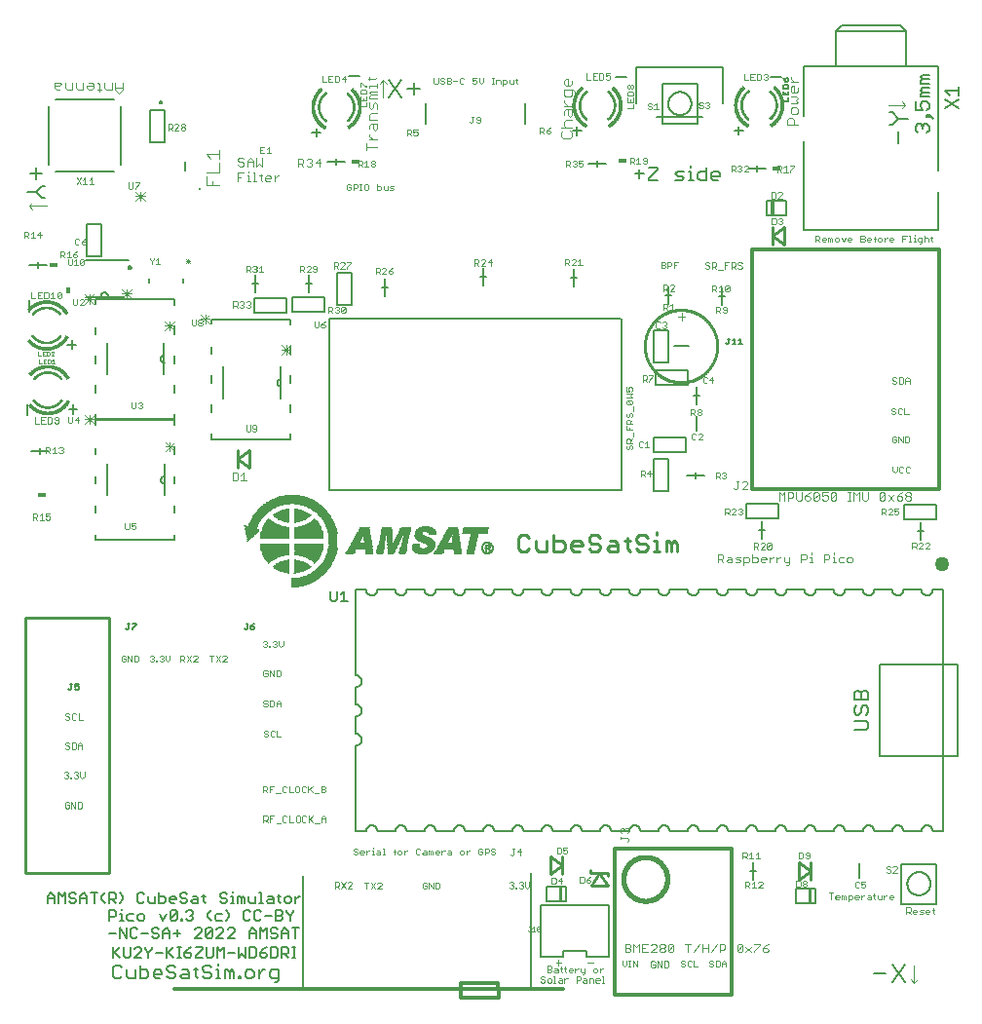
<source format=gto>
G75*
%MOIN*%
%OFA0B0*%
%FSLAX25Y25*%
%IPPOS*%
%LPD*%
%AMOC8*
5,1,8,0,0,1.08239X$1,22.5*
%
%ADD10C,0.00500*%
%ADD11C,0.00400*%
%ADD12C,0.00300*%
%ADD13R,0.00650X0.00050*%
%ADD14R,0.01500X0.00050*%
%ADD15R,0.01550X0.00050*%
%ADD16R,0.00050X0.00050*%
%ADD17R,0.02400X0.00050*%
%ADD18R,0.02450X0.00050*%
%ADD19R,0.02800X0.00050*%
%ADD20R,0.03100X0.00050*%
%ADD21R,0.03350X0.00050*%
%ADD22R,0.03550X0.00050*%
%ADD23R,0.03800X0.00050*%
%ADD24R,0.04000X0.00050*%
%ADD25R,0.04050X0.00050*%
%ADD26R,0.04400X0.00050*%
%ADD27R,0.04450X0.00050*%
%ADD28R,0.04650X0.00050*%
%ADD29R,0.04800X0.00050*%
%ADD30R,0.04950X0.00050*%
%ADD31R,0.05150X0.00050*%
%ADD32R,0.05300X0.00050*%
%ADD33R,0.05450X0.00050*%
%ADD34R,0.05500X0.00050*%
%ADD35R,0.05750X0.00050*%
%ADD36R,0.05800X0.00050*%
%ADD37R,0.05900X0.00050*%
%ADD38R,0.06050X0.00050*%
%ADD39R,0.06150X0.00050*%
%ADD40R,0.06250X0.00050*%
%ADD41R,0.06400X0.00050*%
%ADD42R,0.06550X0.00050*%
%ADD43R,0.06600X0.00050*%
%ADD44R,0.06750X0.00050*%
%ADD45R,0.06800X0.00050*%
%ADD46R,0.06900X0.00050*%
%ADD47R,0.07000X0.00050*%
%ADD48R,0.07100X0.00050*%
%ADD49R,0.07250X0.00050*%
%ADD50R,0.07300X0.00050*%
%ADD51R,0.07450X0.00050*%
%ADD52R,0.07500X0.00050*%
%ADD53R,0.07600X0.00050*%
%ADD54R,0.07700X0.00050*%
%ADD55R,0.07750X0.00050*%
%ADD56R,0.07850X0.00050*%
%ADD57R,0.07950X0.00050*%
%ADD58R,0.08000X0.00050*%
%ADD59R,0.08100X0.00050*%
%ADD60R,0.08250X0.00050*%
%ADD61R,0.08300X0.00050*%
%ADD62R,0.08350X0.00050*%
%ADD63R,0.08400X0.00050*%
%ADD64R,0.08450X0.00050*%
%ADD65R,0.08600X0.00050*%
%ADD66R,0.08700X0.00050*%
%ADD67R,0.08750X0.00050*%
%ADD68R,0.08850X0.00050*%
%ADD69R,0.08900X0.00050*%
%ADD70R,0.08950X0.00050*%
%ADD71R,0.09050X0.00050*%
%ADD72R,0.09100X0.00050*%
%ADD73R,0.08150X0.00050*%
%ADD74R,0.07650X0.00050*%
%ADD75R,0.07350X0.00050*%
%ADD76R,0.07050X0.00050*%
%ADD77R,0.06850X0.00050*%
%ADD78R,0.06450X0.00050*%
%ADD79R,0.06000X0.00050*%
%ADD80R,0.05850X0.00050*%
%ADD81R,0.05650X0.00050*%
%ADD82R,0.05550X0.00050*%
%ADD83R,0.05400X0.00050*%
%ADD84R,0.05250X0.00050*%
%ADD85R,0.05050X0.00050*%
%ADD86R,0.05000X0.00050*%
%ADD87R,0.04900X0.00050*%
%ADD88R,0.04750X0.00050*%
%ADD89R,0.00150X0.00050*%
%ADD90R,0.00200X0.00050*%
%ADD91R,0.00600X0.00050*%
%ADD92R,0.01000X0.00050*%
%ADD93R,0.04600X0.00050*%
%ADD94R,0.01300X0.00050*%
%ADD95R,0.01250X0.00050*%
%ADD96R,0.04550X0.00050*%
%ADD97R,0.04500X0.00050*%
%ADD98R,0.01600X0.00050*%
%ADD99R,0.02000X0.00050*%
%ADD100R,0.02250X0.00050*%
%ADD101R,0.02200X0.00050*%
%ADD102R,0.02550X0.00050*%
%ADD103R,0.02600X0.00050*%
%ADD104R,0.02750X0.00050*%
%ADD105R,0.02700X0.00050*%
%ADD106R,0.02900X0.00050*%
%ADD107R,0.02850X0.00050*%
%ADD108R,0.04350X0.00050*%
%ADD109R,0.03000X0.00050*%
%ADD110R,0.03050X0.00050*%
%ADD111R,0.04300X0.00050*%
%ADD112R,0.04200X0.00050*%
%ADD113R,0.03500X0.00050*%
%ADD114R,0.03600X0.00050*%
%ADD115R,0.03650X0.00050*%
%ADD116R,0.04250X0.00050*%
%ADD117R,0.03700X0.00050*%
%ADD118R,0.04150X0.00050*%
%ADD119R,0.03850X0.00050*%
%ADD120R,0.03950X0.00050*%
%ADD121R,0.04100X0.00050*%
%ADD122R,0.04700X0.00050*%
%ADD123R,0.04850X0.00050*%
%ADD124R,0.03900X0.00050*%
%ADD125R,0.05100X0.00050*%
%ADD126R,0.05200X0.00050*%
%ADD127R,0.05350X0.00050*%
%ADD128R,0.03750X0.00050*%
%ADD129R,0.05600X0.00050*%
%ADD130R,0.05700X0.00050*%
%ADD131R,0.00300X0.00050*%
%ADD132R,0.00250X0.00050*%
%ADD133R,0.00350X0.00050*%
%ADD134R,0.00550X0.00050*%
%ADD135R,0.00500X0.00050*%
%ADD136R,0.03450X0.00050*%
%ADD137R,0.03400X0.00050*%
%ADD138R,0.00750X0.00050*%
%ADD139R,0.03250X0.00050*%
%ADD140R,0.03300X0.00050*%
%ADD141R,0.00700X0.00050*%
%ADD142R,0.00850X0.00050*%
%ADD143R,0.03200X0.00050*%
%ADD144R,0.00950X0.00050*%
%ADD145R,0.01100X0.00050*%
%ADD146R,0.02950X0.00050*%
%ADD147R,0.01200X0.00050*%
%ADD148R,0.02650X0.00050*%
%ADD149R,0.01350X0.00050*%
%ADD150R,0.02300X0.00050*%
%ADD151R,0.01450X0.00050*%
%ADD152R,0.02350X0.00050*%
%ADD153R,0.01700X0.00050*%
%ADD154R,0.02100X0.00050*%
%ADD155R,0.01850X0.00050*%
%ADD156R,0.01950X0.00050*%
%ADD157R,0.02050X0.00050*%
%ADD158R,0.01750X0.00050*%
%ADD159R,0.01800X0.00050*%
%ADD160R,0.01900X0.00050*%
%ADD161R,0.02150X0.00050*%
%ADD162R,0.01050X0.00050*%
%ADD163R,0.01150X0.00050*%
%ADD164R,0.00450X0.00050*%
%ADD165R,0.02500X0.00050*%
%ADD166R,0.03150X0.00050*%
%ADD167R,0.05950X0.00050*%
%ADD168R,0.06300X0.00050*%
%ADD169R,0.06200X0.00050*%
%ADD170R,0.06350X0.00050*%
%ADD171R,0.06500X0.00050*%
%ADD172R,0.06950X0.00050*%
%ADD173R,0.07900X0.00050*%
%ADD174R,0.08800X0.00050*%
%ADD175R,0.09150X0.00050*%
%ADD176R,0.09200X0.00050*%
%ADD177R,0.00400X0.00050*%
%ADD178R,0.09250X0.00050*%
%ADD179R,0.01400X0.00050*%
%ADD180R,0.09300X0.00050*%
%ADD181R,0.09350X0.00050*%
%ADD182R,0.09400X0.00050*%
%ADD183R,0.09450X0.00050*%
%ADD184R,0.09500X0.00050*%
%ADD185R,0.00900X0.00050*%
%ADD186R,0.09550X0.00050*%
%ADD187R,0.00800X0.00050*%
%ADD188R,0.09600X0.00050*%
%ADD189R,0.09650X0.00050*%
%ADD190R,0.06700X0.00050*%
%ADD191R,0.09700X0.00050*%
%ADD192R,0.09750X0.00050*%
%ADD193R,0.07150X0.00050*%
%ADD194R,0.09800X0.00050*%
%ADD195R,0.09850X0.00050*%
%ADD196R,0.07400X0.00050*%
%ADD197R,0.08200X0.00050*%
%ADD198R,0.01650X0.00050*%
%ADD199R,0.09900X0.00050*%
%ADD200R,0.08050X0.00050*%
%ADD201R,0.09950X0.00050*%
%ADD202R,0.07800X0.00050*%
%ADD203R,0.10000X0.00050*%
%ADD204R,0.10050X0.00050*%
%ADD205R,0.07550X0.00050*%
%ADD206R,0.10100X0.00050*%
%ADD207R,0.07200X0.00050*%
%ADD208R,0.00100X0.00050*%
%ADD209R,0.08500X0.00050*%
%ADD210R,0.08550X0.00050*%
%ADD211R,0.06100X0.00050*%
%ADD212R,0.06650X0.00050*%
%ADD213R,0.18300X0.00050*%
%ADD214R,0.18100X0.00050*%
%ADD215R,0.18000X0.00050*%
%ADD216R,0.17850X0.00050*%
%ADD217R,0.17750X0.00050*%
%ADD218R,0.17600X0.00050*%
%ADD219R,0.17500X0.00050*%
%ADD220R,0.17300X0.00050*%
%ADD221R,0.17100X0.00050*%
%ADD222R,0.16950X0.00050*%
%ADD223R,0.16800X0.00050*%
%ADD224R,0.16700X0.00050*%
%ADD225R,0.16450X0.00050*%
%ADD226R,0.16350X0.00050*%
%ADD227R,0.16250X0.00050*%
%ADD228R,0.16000X0.00050*%
%ADD229R,0.15850X0.00050*%
%ADD230R,0.15600X0.00050*%
%ADD231R,0.15500X0.00050*%
%ADD232R,0.15300X0.00050*%
%ADD233R,0.15200X0.00050*%
%ADD234R,0.14850X0.00050*%
%ADD235R,0.14750X0.00050*%
%ADD236R,0.14600X0.00050*%
%ADD237R,0.14350X0.00050*%
%ADD238R,0.14100X0.00050*%
%ADD239R,0.13950X0.00050*%
%ADD240R,0.13700X0.00050*%
%ADD241R,0.13500X0.00050*%
%ADD242R,0.13400X0.00050*%
%ADD243R,0.13050X0.00050*%
%ADD244R,0.12950X0.00050*%
%ADD245R,0.12800X0.00050*%
%ADD246R,0.12400X0.00050*%
%ADD247R,0.12250X0.00050*%
%ADD248R,0.12000X0.00050*%
%ADD249R,0.11700X0.00050*%
%ADD250R,0.11450X0.00050*%
%ADD251R,0.11350X0.00050*%
%ADD252R,0.10800X0.00050*%
%ADD253R,0.10750X0.00050*%
%ADD254R,0.10450X0.00050*%
%ADD255R,0.08650X0.00050*%
%ADD256C,0.00700*%
%ADD257C,0.00800*%
%ADD258C,0.00600*%
%ADD259C,0.01181*%
%ADD260C,0.01600*%
%ADD261C,0.01000*%
%ADD262C,0.00900*%
%ADD263C,0.01200*%
%ADD264C,0.00060*%
%ADD265C,0.00100*%
%ADD266C,0.05000*%
%ADD267C,0.00200*%
%ADD268R,0.03000X0.01500*%
%ADD269C,0.00787*%
%ADD270C,0.00394*%
D10*
X0050950Y0060795D02*
X0050950Y0063130D01*
X0052118Y0064298D01*
X0053285Y0063130D01*
X0053285Y0060795D01*
X0054633Y0060795D02*
X0054633Y0064298D01*
X0055801Y0063130D01*
X0056968Y0064298D01*
X0056968Y0060795D01*
X0058316Y0061379D02*
X0058900Y0060795D01*
X0060068Y0060795D01*
X0060652Y0061379D01*
X0060652Y0061962D01*
X0060068Y0062546D01*
X0058900Y0062546D01*
X0058316Y0063130D01*
X0058316Y0063714D01*
X0058900Y0064298D01*
X0060068Y0064298D01*
X0060652Y0063714D01*
X0061999Y0063130D02*
X0063167Y0064298D01*
X0064335Y0063130D01*
X0064335Y0060795D01*
X0064335Y0062546D02*
X0061999Y0062546D01*
X0061999Y0063130D02*
X0061999Y0060795D01*
X0066850Y0060795D02*
X0066850Y0064298D01*
X0065682Y0064298D02*
X0068018Y0064298D01*
X0069366Y0063130D02*
X0070533Y0064298D01*
X0071821Y0064298D02*
X0071821Y0060795D01*
X0071821Y0061962D02*
X0073573Y0061962D01*
X0074156Y0062546D01*
X0074156Y0063714D01*
X0073573Y0064298D01*
X0071821Y0064298D01*
X0072989Y0061962D02*
X0074156Y0060795D01*
X0075504Y0060795D02*
X0076672Y0061962D01*
X0076672Y0063130D01*
X0075504Y0064298D01*
X0076217Y0058882D02*
X0076217Y0058298D01*
X0076217Y0057130D02*
X0076217Y0054795D01*
X0075633Y0054795D02*
X0076801Y0054795D01*
X0078088Y0055379D02*
X0078672Y0054795D01*
X0080424Y0054795D01*
X0081772Y0055379D02*
X0082355Y0054795D01*
X0083523Y0054795D01*
X0084107Y0055379D01*
X0084107Y0056546D01*
X0083523Y0057130D01*
X0082355Y0057130D01*
X0081772Y0056546D01*
X0081772Y0055379D01*
X0080424Y0057130D02*
X0078672Y0057130D01*
X0078088Y0056546D01*
X0078088Y0055379D01*
X0076217Y0057130D02*
X0075633Y0057130D01*
X0074285Y0057714D02*
X0074285Y0056546D01*
X0073701Y0055962D01*
X0071950Y0055962D01*
X0071950Y0054795D02*
X0071950Y0058298D01*
X0073701Y0058298D01*
X0074285Y0057714D01*
X0070533Y0060795D02*
X0069366Y0061962D01*
X0069366Y0063130D01*
X0081643Y0063714D02*
X0081643Y0061379D01*
X0082227Y0060795D01*
X0083394Y0060795D01*
X0083978Y0061379D01*
X0085326Y0061379D02*
X0085910Y0060795D01*
X0087661Y0060795D01*
X0087661Y0063130D01*
X0089009Y0063130D02*
X0090761Y0063130D01*
X0091344Y0062546D01*
X0091344Y0061379D01*
X0090761Y0060795D01*
X0089009Y0060795D01*
X0089009Y0064298D01*
X0085326Y0063130D02*
X0085326Y0061379D01*
X0083978Y0063714D02*
X0083394Y0064298D01*
X0082227Y0064298D01*
X0081643Y0063714D01*
X0089138Y0057130D02*
X0090306Y0054795D01*
X0091473Y0057130D01*
X0092821Y0057714D02*
X0092821Y0055379D01*
X0095156Y0057714D01*
X0095156Y0055379D01*
X0094573Y0054795D01*
X0093405Y0054795D01*
X0092821Y0055379D01*
X0092821Y0057714D02*
X0093405Y0058298D01*
X0094573Y0058298D01*
X0095156Y0057714D01*
X0096504Y0055379D02*
X0097088Y0055379D01*
X0097088Y0054795D01*
X0096504Y0054795D01*
X0096504Y0055379D01*
X0098346Y0055379D02*
X0098930Y0054795D01*
X0100097Y0054795D01*
X0100681Y0055379D01*
X0100681Y0055962D01*
X0100097Y0056546D01*
X0099513Y0056546D01*
X0100097Y0056546D02*
X0100681Y0057130D01*
X0100681Y0057714D01*
X0100097Y0058298D01*
X0098930Y0058298D01*
X0098346Y0057714D01*
X0098127Y0060795D02*
X0096959Y0060795D01*
X0096375Y0061379D01*
X0096959Y0062546D02*
X0098127Y0062546D01*
X0098711Y0061962D01*
X0098711Y0061379D01*
X0098127Y0060795D01*
X0100058Y0061379D02*
X0100642Y0061962D01*
X0102394Y0061962D01*
X0102394Y0062546D02*
X0102394Y0060795D01*
X0100642Y0060795D01*
X0100058Y0061379D01*
X0100642Y0063130D02*
X0101810Y0063130D01*
X0102394Y0062546D01*
X0103742Y0063130D02*
X0104909Y0063130D01*
X0104325Y0063714D02*
X0104325Y0061379D01*
X0104909Y0060795D01*
X0106880Y0058298D02*
X0105712Y0057130D01*
X0105712Y0055962D01*
X0106880Y0054795D01*
X0108167Y0055379D02*
X0108751Y0054795D01*
X0110503Y0054795D01*
X0111851Y0054795D02*
X0113018Y0055962D01*
X0113018Y0057130D01*
X0111851Y0058298D01*
X0110503Y0057130D02*
X0108751Y0057130D01*
X0108167Y0056546D01*
X0108167Y0055379D01*
X0109365Y0052298D02*
X0108781Y0051714D01*
X0109365Y0052298D02*
X0110533Y0052298D01*
X0111117Y0051714D01*
X0111117Y0051130D01*
X0108781Y0048795D01*
X0111117Y0048795D01*
X0112464Y0048795D02*
X0114800Y0051130D01*
X0114800Y0051714D01*
X0114216Y0052298D01*
X0113048Y0052298D01*
X0112464Y0051714D01*
X0112464Y0048795D02*
X0114800Y0048795D01*
X0116205Y0045581D02*
X0116205Y0042078D01*
X0117372Y0043245D01*
X0118540Y0042078D01*
X0118540Y0045581D01*
X0119888Y0045581D02*
X0121639Y0045581D01*
X0122223Y0044997D01*
X0122223Y0042661D01*
X0121639Y0042078D01*
X0119888Y0042078D01*
X0119888Y0045581D01*
X0119831Y0048795D02*
X0119831Y0051130D01*
X0120998Y0052298D01*
X0122166Y0051130D01*
X0122166Y0048795D01*
X0123514Y0048795D02*
X0123514Y0052298D01*
X0124682Y0051130D01*
X0125849Y0052298D01*
X0125849Y0048795D01*
X0127197Y0049379D02*
X0127781Y0048795D01*
X0128949Y0048795D01*
X0129532Y0049379D01*
X0129532Y0049962D01*
X0128949Y0050546D01*
X0127781Y0050546D01*
X0127197Y0051130D01*
X0127197Y0051714D01*
X0127781Y0052298D01*
X0128949Y0052298D01*
X0129532Y0051714D01*
X0130880Y0051130D02*
X0132048Y0052298D01*
X0133216Y0051130D01*
X0133216Y0048795D01*
X0133216Y0050546D02*
X0130880Y0050546D01*
X0130880Y0051130D02*
X0130880Y0048795D01*
X0130937Y0045581D02*
X0132689Y0045581D01*
X0133273Y0044997D01*
X0133273Y0043829D01*
X0132689Y0043245D01*
X0130937Y0043245D01*
X0130937Y0042078D02*
X0130937Y0045581D01*
X0129590Y0044997D02*
X0129006Y0045581D01*
X0127254Y0045581D01*
X0127254Y0042078D01*
X0129006Y0042078D01*
X0129590Y0042661D01*
X0129590Y0044997D01*
X0132105Y0043245D02*
X0133273Y0042078D01*
X0134620Y0042078D02*
X0135788Y0042078D01*
X0135204Y0042078D02*
X0135204Y0045581D01*
X0134620Y0045581D02*
X0135788Y0045581D01*
X0135731Y0048795D02*
X0135731Y0052298D01*
X0134563Y0052298D02*
X0136899Y0052298D01*
X0133889Y0054795D02*
X0133889Y0056546D01*
X0135057Y0057714D01*
X0135057Y0058298D01*
X0133889Y0056546D02*
X0132722Y0057714D01*
X0132722Y0058298D01*
X0131374Y0057714D02*
X0131374Y0057130D01*
X0130790Y0056546D01*
X0129039Y0056546D01*
X0127691Y0056546D02*
X0125355Y0056546D01*
X0124008Y0055379D02*
X0123424Y0054795D01*
X0122256Y0054795D01*
X0121672Y0055379D01*
X0121672Y0057714D01*
X0122256Y0058298D01*
X0123424Y0058298D01*
X0124008Y0057714D01*
X0123969Y0060795D02*
X0123969Y0064298D01*
X0123385Y0064298D01*
X0122037Y0063130D02*
X0122037Y0060795D01*
X0120286Y0060795D01*
X0119702Y0061379D01*
X0119702Y0063130D01*
X0118354Y0062546D02*
X0118354Y0060795D01*
X0117186Y0060795D02*
X0117186Y0062546D01*
X0117770Y0063130D01*
X0118354Y0062546D01*
X0117186Y0062546D02*
X0116603Y0063130D01*
X0116019Y0063130D01*
X0116019Y0060795D01*
X0114731Y0060795D02*
X0113563Y0060795D01*
X0114147Y0060795D02*
X0114147Y0063130D01*
X0113563Y0063130D01*
X0114147Y0064298D02*
X0114147Y0064882D01*
X0112216Y0063714D02*
X0111632Y0064298D01*
X0110464Y0064298D01*
X0109880Y0063714D01*
X0109880Y0063130D01*
X0110464Y0062546D01*
X0111632Y0062546D01*
X0112216Y0061962D01*
X0112216Y0061379D01*
X0111632Y0060795D01*
X0110464Y0060795D01*
X0109880Y0061379D01*
X0117989Y0057714D02*
X0117989Y0055379D01*
X0118573Y0054795D01*
X0119741Y0054795D01*
X0120325Y0055379D01*
X0120325Y0057714D02*
X0119741Y0058298D01*
X0118573Y0058298D01*
X0117989Y0057714D01*
X0123385Y0060795D02*
X0124553Y0060795D01*
X0125840Y0061379D02*
X0126424Y0061962D01*
X0128176Y0061962D01*
X0128176Y0062546D02*
X0128176Y0060795D01*
X0126424Y0060795D01*
X0125840Y0061379D01*
X0126424Y0063130D02*
X0127592Y0063130D01*
X0128176Y0062546D01*
X0129524Y0063130D02*
X0130691Y0063130D01*
X0130107Y0063714D02*
X0130107Y0061379D01*
X0130691Y0060795D01*
X0131979Y0061379D02*
X0131979Y0062546D01*
X0132563Y0063130D01*
X0133731Y0063130D01*
X0134314Y0062546D01*
X0134314Y0061379D01*
X0133731Y0060795D01*
X0132563Y0060795D01*
X0131979Y0061379D01*
X0130790Y0058298D02*
X0131374Y0057714D01*
X0130790Y0058298D02*
X0129039Y0058298D01*
X0129039Y0054795D01*
X0130790Y0054795D01*
X0131374Y0055379D01*
X0131374Y0055962D01*
X0130790Y0056546D01*
X0135662Y0060795D02*
X0135662Y0063130D01*
X0135662Y0061962D02*
X0136830Y0063130D01*
X0137414Y0063130D01*
X0122166Y0050546D02*
X0119831Y0050546D01*
X0124739Y0044997D02*
X0123571Y0043829D01*
X0125323Y0043829D01*
X0125906Y0043245D01*
X0125906Y0042661D01*
X0125323Y0042078D01*
X0124155Y0042078D01*
X0123571Y0042661D01*
X0123571Y0043829D01*
X0124739Y0044997D02*
X0125906Y0045581D01*
X0114857Y0043829D02*
X0112522Y0043829D01*
X0111174Y0042078D02*
X0111174Y0045581D01*
X0110006Y0044413D01*
X0108838Y0045581D01*
X0108838Y0042078D01*
X0107491Y0042661D02*
X0107491Y0045581D01*
X0105155Y0045581D02*
X0105155Y0042661D01*
X0105739Y0042078D01*
X0106907Y0042078D01*
X0107491Y0042661D01*
X0103808Y0042078D02*
X0101472Y0042078D01*
X0101472Y0042661D01*
X0103808Y0044997D01*
X0103808Y0045581D01*
X0101472Y0045581D01*
X0100124Y0045581D02*
X0098957Y0044997D01*
X0097789Y0043829D01*
X0099541Y0043829D01*
X0100124Y0043245D01*
X0100124Y0042661D01*
X0099541Y0042078D01*
X0098373Y0042078D01*
X0097789Y0042661D01*
X0097789Y0043829D01*
X0096501Y0042078D02*
X0095334Y0042078D01*
X0095917Y0042078D02*
X0095917Y0045581D01*
X0095334Y0045581D02*
X0096501Y0045581D01*
X0093986Y0045581D02*
X0091650Y0043245D01*
X0092234Y0043829D02*
X0093986Y0042078D01*
X0091650Y0042078D02*
X0091650Y0045581D01*
X0090303Y0043829D02*
X0087967Y0043829D01*
X0086620Y0044997D02*
X0086620Y0045581D01*
X0086620Y0044997D02*
X0085452Y0043829D01*
X0085452Y0042078D01*
X0085452Y0043829D02*
X0084284Y0044997D01*
X0084284Y0045581D01*
X0082936Y0044997D02*
X0082353Y0045581D01*
X0081185Y0045581D01*
X0080601Y0044997D01*
X0079253Y0045581D02*
X0079253Y0042661D01*
X0078669Y0042078D01*
X0077502Y0042078D01*
X0076918Y0042661D01*
X0076918Y0045581D01*
X0075570Y0045581D02*
X0073235Y0043245D01*
X0073819Y0043829D02*
X0075570Y0042078D01*
X0073235Y0042078D02*
X0073235Y0045581D01*
X0075633Y0048795D02*
X0075633Y0052298D01*
X0077968Y0048795D01*
X0077968Y0052298D01*
X0079316Y0051714D02*
X0079316Y0049379D01*
X0079900Y0048795D01*
X0081068Y0048795D01*
X0081652Y0049379D01*
X0082999Y0050546D02*
X0085335Y0050546D01*
X0086682Y0051130D02*
X0087266Y0050546D01*
X0088434Y0050546D01*
X0089018Y0049962D01*
X0089018Y0049379D01*
X0088434Y0048795D01*
X0087266Y0048795D01*
X0086682Y0049379D01*
X0086682Y0051130D02*
X0086682Y0051714D01*
X0087266Y0052298D01*
X0088434Y0052298D01*
X0089018Y0051714D01*
X0090366Y0051130D02*
X0090366Y0048795D01*
X0090366Y0050546D02*
X0092701Y0050546D01*
X0092701Y0051130D02*
X0092701Y0048795D01*
X0094049Y0050546D02*
X0096384Y0050546D01*
X0095216Y0051714D02*
X0095216Y0049379D01*
X0092701Y0051130D02*
X0091533Y0052298D01*
X0090366Y0051130D01*
X0082936Y0044997D02*
X0082936Y0044413D01*
X0080601Y0042078D01*
X0082936Y0042078D01*
X0081652Y0051714D02*
X0081068Y0052298D01*
X0079900Y0052298D01*
X0079316Y0051714D01*
X0074285Y0050546D02*
X0071950Y0050546D01*
X0053285Y0062546D02*
X0050950Y0062546D01*
X0092692Y0062546D02*
X0092692Y0061379D01*
X0093276Y0060795D01*
X0094444Y0060795D01*
X0095028Y0061962D02*
X0092692Y0061962D01*
X0092692Y0062546D02*
X0093276Y0063130D01*
X0094444Y0063130D01*
X0095028Y0062546D01*
X0095028Y0061962D01*
X0096375Y0063130D02*
X0096959Y0062546D01*
X0096375Y0063130D02*
X0096375Y0063714D01*
X0096959Y0064298D01*
X0098127Y0064298D01*
X0098711Y0063714D01*
X0101999Y0052298D02*
X0101415Y0051714D01*
X0101999Y0052298D02*
X0103167Y0052298D01*
X0103750Y0051714D01*
X0103750Y0051130D01*
X0101415Y0048795D01*
X0103750Y0048795D01*
X0105098Y0049379D02*
X0107434Y0051714D01*
X0107434Y0049379D01*
X0106850Y0048795D01*
X0105682Y0048795D01*
X0105098Y0049379D01*
X0105098Y0051714D01*
X0105682Y0052298D01*
X0106850Y0052298D01*
X0107434Y0051714D01*
X0159866Y0085389D02*
X0159868Y0085476D01*
X0159874Y0085563D01*
X0159883Y0085650D01*
X0159897Y0085736D01*
X0159914Y0085821D01*
X0159935Y0085906D01*
X0159960Y0085989D01*
X0159988Y0086072D01*
X0160020Y0086153D01*
X0160056Y0086232D01*
X0160095Y0086310D01*
X0160137Y0086386D01*
X0160183Y0086460D01*
X0160232Y0086532D01*
X0160284Y0086602D01*
X0160339Y0086669D01*
X0160397Y0086734D01*
X0160458Y0086797D01*
X0160522Y0086856D01*
X0160588Y0086913D01*
X0160657Y0086966D01*
X0160728Y0087017D01*
X0160801Y0087064D01*
X0160876Y0087109D01*
X0160953Y0087149D01*
X0161031Y0087187D01*
X0161112Y0087220D01*
X0161193Y0087251D01*
X0161276Y0087277D01*
X0161361Y0087300D01*
X0161446Y0087319D01*
X0161531Y0087334D01*
X0161618Y0087346D01*
X0161704Y0087354D01*
X0161791Y0087358D01*
X0161879Y0087358D01*
X0161966Y0087354D01*
X0162052Y0087346D01*
X0162139Y0087334D01*
X0162224Y0087319D01*
X0162309Y0087300D01*
X0162394Y0087277D01*
X0162477Y0087251D01*
X0162558Y0087220D01*
X0162639Y0087187D01*
X0162717Y0087149D01*
X0162794Y0087109D01*
X0162869Y0087064D01*
X0162942Y0087017D01*
X0163013Y0086966D01*
X0163082Y0086913D01*
X0163148Y0086856D01*
X0163212Y0086797D01*
X0163273Y0086734D01*
X0163331Y0086669D01*
X0163386Y0086602D01*
X0163438Y0086532D01*
X0163487Y0086460D01*
X0163533Y0086386D01*
X0163575Y0086310D01*
X0163614Y0086232D01*
X0163650Y0086153D01*
X0163682Y0086072D01*
X0163710Y0085989D01*
X0163735Y0085906D01*
X0163756Y0085821D01*
X0163773Y0085736D01*
X0163787Y0085650D01*
X0163796Y0085563D01*
X0163802Y0085476D01*
X0163804Y0085389D01*
X0169866Y0085389D02*
X0169868Y0085476D01*
X0169874Y0085563D01*
X0169883Y0085650D01*
X0169897Y0085736D01*
X0169914Y0085821D01*
X0169935Y0085906D01*
X0169960Y0085989D01*
X0169988Y0086072D01*
X0170020Y0086153D01*
X0170056Y0086232D01*
X0170095Y0086310D01*
X0170137Y0086386D01*
X0170183Y0086460D01*
X0170232Y0086532D01*
X0170284Y0086602D01*
X0170339Y0086669D01*
X0170397Y0086734D01*
X0170458Y0086797D01*
X0170522Y0086856D01*
X0170588Y0086913D01*
X0170657Y0086966D01*
X0170728Y0087017D01*
X0170801Y0087064D01*
X0170876Y0087109D01*
X0170953Y0087149D01*
X0171031Y0087187D01*
X0171112Y0087220D01*
X0171193Y0087251D01*
X0171276Y0087277D01*
X0171361Y0087300D01*
X0171446Y0087319D01*
X0171531Y0087334D01*
X0171618Y0087346D01*
X0171704Y0087354D01*
X0171791Y0087358D01*
X0171879Y0087358D01*
X0171966Y0087354D01*
X0172052Y0087346D01*
X0172139Y0087334D01*
X0172224Y0087319D01*
X0172309Y0087300D01*
X0172394Y0087277D01*
X0172477Y0087251D01*
X0172558Y0087220D01*
X0172639Y0087187D01*
X0172717Y0087149D01*
X0172794Y0087109D01*
X0172869Y0087064D01*
X0172942Y0087017D01*
X0173013Y0086966D01*
X0173082Y0086913D01*
X0173148Y0086856D01*
X0173212Y0086797D01*
X0173273Y0086734D01*
X0173331Y0086669D01*
X0173386Y0086602D01*
X0173438Y0086532D01*
X0173487Y0086460D01*
X0173533Y0086386D01*
X0173575Y0086310D01*
X0173614Y0086232D01*
X0173650Y0086153D01*
X0173682Y0086072D01*
X0173710Y0085989D01*
X0173735Y0085906D01*
X0173756Y0085821D01*
X0173773Y0085736D01*
X0173787Y0085650D01*
X0173796Y0085563D01*
X0173802Y0085476D01*
X0173804Y0085389D01*
X0179866Y0085389D02*
X0179868Y0085476D01*
X0179874Y0085563D01*
X0179883Y0085650D01*
X0179897Y0085736D01*
X0179914Y0085821D01*
X0179935Y0085906D01*
X0179960Y0085989D01*
X0179988Y0086072D01*
X0180020Y0086153D01*
X0180056Y0086232D01*
X0180095Y0086310D01*
X0180137Y0086386D01*
X0180183Y0086460D01*
X0180232Y0086532D01*
X0180284Y0086602D01*
X0180339Y0086669D01*
X0180397Y0086734D01*
X0180458Y0086797D01*
X0180522Y0086856D01*
X0180588Y0086913D01*
X0180657Y0086966D01*
X0180728Y0087017D01*
X0180801Y0087064D01*
X0180876Y0087109D01*
X0180953Y0087149D01*
X0181031Y0087187D01*
X0181112Y0087220D01*
X0181193Y0087251D01*
X0181276Y0087277D01*
X0181361Y0087300D01*
X0181446Y0087319D01*
X0181531Y0087334D01*
X0181618Y0087346D01*
X0181704Y0087354D01*
X0181791Y0087358D01*
X0181879Y0087358D01*
X0181966Y0087354D01*
X0182052Y0087346D01*
X0182139Y0087334D01*
X0182224Y0087319D01*
X0182309Y0087300D01*
X0182394Y0087277D01*
X0182477Y0087251D01*
X0182558Y0087220D01*
X0182639Y0087187D01*
X0182717Y0087149D01*
X0182794Y0087109D01*
X0182869Y0087064D01*
X0182942Y0087017D01*
X0183013Y0086966D01*
X0183082Y0086913D01*
X0183148Y0086856D01*
X0183212Y0086797D01*
X0183273Y0086734D01*
X0183331Y0086669D01*
X0183386Y0086602D01*
X0183438Y0086532D01*
X0183487Y0086460D01*
X0183533Y0086386D01*
X0183575Y0086310D01*
X0183614Y0086232D01*
X0183650Y0086153D01*
X0183682Y0086072D01*
X0183710Y0085989D01*
X0183735Y0085906D01*
X0183756Y0085821D01*
X0183773Y0085736D01*
X0183787Y0085650D01*
X0183796Y0085563D01*
X0183802Y0085476D01*
X0183804Y0085389D01*
X0189866Y0085389D02*
X0189868Y0085476D01*
X0189874Y0085563D01*
X0189883Y0085650D01*
X0189897Y0085736D01*
X0189914Y0085821D01*
X0189935Y0085906D01*
X0189960Y0085989D01*
X0189988Y0086072D01*
X0190020Y0086153D01*
X0190056Y0086232D01*
X0190095Y0086310D01*
X0190137Y0086386D01*
X0190183Y0086460D01*
X0190232Y0086532D01*
X0190284Y0086602D01*
X0190339Y0086669D01*
X0190397Y0086734D01*
X0190458Y0086797D01*
X0190522Y0086856D01*
X0190588Y0086913D01*
X0190657Y0086966D01*
X0190728Y0087017D01*
X0190801Y0087064D01*
X0190876Y0087109D01*
X0190953Y0087149D01*
X0191031Y0087187D01*
X0191112Y0087220D01*
X0191193Y0087251D01*
X0191276Y0087277D01*
X0191361Y0087300D01*
X0191446Y0087319D01*
X0191531Y0087334D01*
X0191618Y0087346D01*
X0191704Y0087354D01*
X0191791Y0087358D01*
X0191879Y0087358D01*
X0191966Y0087354D01*
X0192052Y0087346D01*
X0192139Y0087334D01*
X0192224Y0087319D01*
X0192309Y0087300D01*
X0192394Y0087277D01*
X0192477Y0087251D01*
X0192558Y0087220D01*
X0192639Y0087187D01*
X0192717Y0087149D01*
X0192794Y0087109D01*
X0192869Y0087064D01*
X0192942Y0087017D01*
X0193013Y0086966D01*
X0193082Y0086913D01*
X0193148Y0086856D01*
X0193212Y0086797D01*
X0193273Y0086734D01*
X0193331Y0086669D01*
X0193386Y0086602D01*
X0193438Y0086532D01*
X0193487Y0086460D01*
X0193533Y0086386D01*
X0193575Y0086310D01*
X0193614Y0086232D01*
X0193650Y0086153D01*
X0193682Y0086072D01*
X0193710Y0085989D01*
X0193735Y0085906D01*
X0193756Y0085821D01*
X0193773Y0085736D01*
X0193787Y0085650D01*
X0193796Y0085563D01*
X0193802Y0085476D01*
X0193804Y0085389D01*
X0199866Y0085389D02*
X0199868Y0085476D01*
X0199874Y0085563D01*
X0199883Y0085650D01*
X0199897Y0085736D01*
X0199914Y0085821D01*
X0199935Y0085906D01*
X0199960Y0085989D01*
X0199988Y0086072D01*
X0200020Y0086153D01*
X0200056Y0086232D01*
X0200095Y0086310D01*
X0200137Y0086386D01*
X0200183Y0086460D01*
X0200232Y0086532D01*
X0200284Y0086602D01*
X0200339Y0086669D01*
X0200397Y0086734D01*
X0200458Y0086797D01*
X0200522Y0086856D01*
X0200588Y0086913D01*
X0200657Y0086966D01*
X0200728Y0087017D01*
X0200801Y0087064D01*
X0200876Y0087109D01*
X0200953Y0087149D01*
X0201031Y0087187D01*
X0201112Y0087220D01*
X0201193Y0087251D01*
X0201276Y0087277D01*
X0201361Y0087300D01*
X0201446Y0087319D01*
X0201531Y0087334D01*
X0201618Y0087346D01*
X0201704Y0087354D01*
X0201791Y0087358D01*
X0201879Y0087358D01*
X0201966Y0087354D01*
X0202052Y0087346D01*
X0202139Y0087334D01*
X0202224Y0087319D01*
X0202309Y0087300D01*
X0202394Y0087277D01*
X0202477Y0087251D01*
X0202558Y0087220D01*
X0202639Y0087187D01*
X0202717Y0087149D01*
X0202794Y0087109D01*
X0202869Y0087064D01*
X0202942Y0087017D01*
X0203013Y0086966D01*
X0203082Y0086913D01*
X0203148Y0086856D01*
X0203212Y0086797D01*
X0203273Y0086734D01*
X0203331Y0086669D01*
X0203386Y0086602D01*
X0203438Y0086532D01*
X0203487Y0086460D01*
X0203533Y0086386D01*
X0203575Y0086310D01*
X0203614Y0086232D01*
X0203650Y0086153D01*
X0203682Y0086072D01*
X0203710Y0085989D01*
X0203735Y0085906D01*
X0203756Y0085821D01*
X0203773Y0085736D01*
X0203787Y0085650D01*
X0203796Y0085563D01*
X0203802Y0085476D01*
X0203804Y0085389D01*
X0209866Y0085389D02*
X0209868Y0085476D01*
X0209874Y0085563D01*
X0209883Y0085650D01*
X0209897Y0085736D01*
X0209914Y0085821D01*
X0209935Y0085906D01*
X0209960Y0085989D01*
X0209988Y0086072D01*
X0210020Y0086153D01*
X0210056Y0086232D01*
X0210095Y0086310D01*
X0210137Y0086386D01*
X0210183Y0086460D01*
X0210232Y0086532D01*
X0210284Y0086602D01*
X0210339Y0086669D01*
X0210397Y0086734D01*
X0210458Y0086797D01*
X0210522Y0086856D01*
X0210588Y0086913D01*
X0210657Y0086966D01*
X0210728Y0087017D01*
X0210801Y0087064D01*
X0210876Y0087109D01*
X0210953Y0087149D01*
X0211031Y0087187D01*
X0211112Y0087220D01*
X0211193Y0087251D01*
X0211276Y0087277D01*
X0211361Y0087300D01*
X0211446Y0087319D01*
X0211531Y0087334D01*
X0211618Y0087346D01*
X0211704Y0087354D01*
X0211791Y0087358D01*
X0211879Y0087358D01*
X0211966Y0087354D01*
X0212052Y0087346D01*
X0212139Y0087334D01*
X0212224Y0087319D01*
X0212309Y0087300D01*
X0212394Y0087277D01*
X0212477Y0087251D01*
X0212558Y0087220D01*
X0212639Y0087187D01*
X0212717Y0087149D01*
X0212794Y0087109D01*
X0212869Y0087064D01*
X0212942Y0087017D01*
X0213013Y0086966D01*
X0213082Y0086913D01*
X0213148Y0086856D01*
X0213212Y0086797D01*
X0213273Y0086734D01*
X0213331Y0086669D01*
X0213386Y0086602D01*
X0213438Y0086532D01*
X0213487Y0086460D01*
X0213533Y0086386D01*
X0213575Y0086310D01*
X0213614Y0086232D01*
X0213650Y0086153D01*
X0213682Y0086072D01*
X0213710Y0085989D01*
X0213735Y0085906D01*
X0213756Y0085821D01*
X0213773Y0085736D01*
X0213787Y0085650D01*
X0213796Y0085563D01*
X0213802Y0085476D01*
X0213804Y0085389D01*
X0219866Y0085389D02*
X0219868Y0085476D01*
X0219874Y0085563D01*
X0219883Y0085650D01*
X0219897Y0085736D01*
X0219914Y0085821D01*
X0219935Y0085906D01*
X0219960Y0085989D01*
X0219988Y0086072D01*
X0220020Y0086153D01*
X0220056Y0086232D01*
X0220095Y0086310D01*
X0220137Y0086386D01*
X0220183Y0086460D01*
X0220232Y0086532D01*
X0220284Y0086602D01*
X0220339Y0086669D01*
X0220397Y0086734D01*
X0220458Y0086797D01*
X0220522Y0086856D01*
X0220588Y0086913D01*
X0220657Y0086966D01*
X0220728Y0087017D01*
X0220801Y0087064D01*
X0220876Y0087109D01*
X0220953Y0087149D01*
X0221031Y0087187D01*
X0221112Y0087220D01*
X0221193Y0087251D01*
X0221276Y0087277D01*
X0221361Y0087300D01*
X0221446Y0087319D01*
X0221531Y0087334D01*
X0221618Y0087346D01*
X0221704Y0087354D01*
X0221791Y0087358D01*
X0221879Y0087358D01*
X0221966Y0087354D01*
X0222052Y0087346D01*
X0222139Y0087334D01*
X0222224Y0087319D01*
X0222309Y0087300D01*
X0222394Y0087277D01*
X0222477Y0087251D01*
X0222558Y0087220D01*
X0222639Y0087187D01*
X0222717Y0087149D01*
X0222794Y0087109D01*
X0222869Y0087064D01*
X0222942Y0087017D01*
X0223013Y0086966D01*
X0223082Y0086913D01*
X0223148Y0086856D01*
X0223212Y0086797D01*
X0223273Y0086734D01*
X0223331Y0086669D01*
X0223386Y0086602D01*
X0223438Y0086532D01*
X0223487Y0086460D01*
X0223533Y0086386D01*
X0223575Y0086310D01*
X0223614Y0086232D01*
X0223650Y0086153D01*
X0223682Y0086072D01*
X0223710Y0085989D01*
X0223735Y0085906D01*
X0223756Y0085821D01*
X0223773Y0085736D01*
X0223787Y0085650D01*
X0223796Y0085563D01*
X0223802Y0085476D01*
X0223804Y0085389D01*
X0229866Y0085389D02*
X0229868Y0085476D01*
X0229874Y0085563D01*
X0229883Y0085650D01*
X0229897Y0085736D01*
X0229914Y0085821D01*
X0229935Y0085906D01*
X0229960Y0085989D01*
X0229988Y0086072D01*
X0230020Y0086153D01*
X0230056Y0086232D01*
X0230095Y0086310D01*
X0230137Y0086386D01*
X0230183Y0086460D01*
X0230232Y0086532D01*
X0230284Y0086602D01*
X0230339Y0086669D01*
X0230397Y0086734D01*
X0230458Y0086797D01*
X0230522Y0086856D01*
X0230588Y0086913D01*
X0230657Y0086966D01*
X0230728Y0087017D01*
X0230801Y0087064D01*
X0230876Y0087109D01*
X0230953Y0087149D01*
X0231031Y0087187D01*
X0231112Y0087220D01*
X0231193Y0087251D01*
X0231276Y0087277D01*
X0231361Y0087300D01*
X0231446Y0087319D01*
X0231531Y0087334D01*
X0231618Y0087346D01*
X0231704Y0087354D01*
X0231791Y0087358D01*
X0231879Y0087358D01*
X0231966Y0087354D01*
X0232052Y0087346D01*
X0232139Y0087334D01*
X0232224Y0087319D01*
X0232309Y0087300D01*
X0232394Y0087277D01*
X0232477Y0087251D01*
X0232558Y0087220D01*
X0232639Y0087187D01*
X0232717Y0087149D01*
X0232794Y0087109D01*
X0232869Y0087064D01*
X0232942Y0087017D01*
X0233013Y0086966D01*
X0233082Y0086913D01*
X0233148Y0086856D01*
X0233212Y0086797D01*
X0233273Y0086734D01*
X0233331Y0086669D01*
X0233386Y0086602D01*
X0233438Y0086532D01*
X0233487Y0086460D01*
X0233533Y0086386D01*
X0233575Y0086310D01*
X0233614Y0086232D01*
X0233650Y0086153D01*
X0233682Y0086072D01*
X0233710Y0085989D01*
X0233735Y0085906D01*
X0233756Y0085821D01*
X0233773Y0085736D01*
X0233787Y0085650D01*
X0233796Y0085563D01*
X0233802Y0085476D01*
X0233804Y0085389D01*
X0239866Y0085389D02*
X0239868Y0085476D01*
X0239874Y0085563D01*
X0239883Y0085650D01*
X0239897Y0085736D01*
X0239914Y0085821D01*
X0239935Y0085906D01*
X0239960Y0085989D01*
X0239988Y0086072D01*
X0240020Y0086153D01*
X0240056Y0086232D01*
X0240095Y0086310D01*
X0240137Y0086386D01*
X0240183Y0086460D01*
X0240232Y0086532D01*
X0240284Y0086602D01*
X0240339Y0086669D01*
X0240397Y0086734D01*
X0240458Y0086797D01*
X0240522Y0086856D01*
X0240588Y0086913D01*
X0240657Y0086966D01*
X0240728Y0087017D01*
X0240801Y0087064D01*
X0240876Y0087109D01*
X0240953Y0087149D01*
X0241031Y0087187D01*
X0241112Y0087220D01*
X0241193Y0087251D01*
X0241276Y0087277D01*
X0241361Y0087300D01*
X0241446Y0087319D01*
X0241531Y0087334D01*
X0241618Y0087346D01*
X0241704Y0087354D01*
X0241791Y0087358D01*
X0241879Y0087358D01*
X0241966Y0087354D01*
X0242052Y0087346D01*
X0242139Y0087334D01*
X0242224Y0087319D01*
X0242309Y0087300D01*
X0242394Y0087277D01*
X0242477Y0087251D01*
X0242558Y0087220D01*
X0242639Y0087187D01*
X0242717Y0087149D01*
X0242794Y0087109D01*
X0242869Y0087064D01*
X0242942Y0087017D01*
X0243013Y0086966D01*
X0243082Y0086913D01*
X0243148Y0086856D01*
X0243212Y0086797D01*
X0243273Y0086734D01*
X0243331Y0086669D01*
X0243386Y0086602D01*
X0243438Y0086532D01*
X0243487Y0086460D01*
X0243533Y0086386D01*
X0243575Y0086310D01*
X0243614Y0086232D01*
X0243650Y0086153D01*
X0243682Y0086072D01*
X0243710Y0085989D01*
X0243735Y0085906D01*
X0243756Y0085821D01*
X0243773Y0085736D01*
X0243787Y0085650D01*
X0243796Y0085563D01*
X0243802Y0085476D01*
X0243804Y0085389D01*
X0249866Y0085389D02*
X0249868Y0085476D01*
X0249874Y0085563D01*
X0249883Y0085650D01*
X0249897Y0085736D01*
X0249914Y0085821D01*
X0249935Y0085906D01*
X0249960Y0085989D01*
X0249988Y0086072D01*
X0250020Y0086153D01*
X0250056Y0086232D01*
X0250095Y0086310D01*
X0250137Y0086386D01*
X0250183Y0086460D01*
X0250232Y0086532D01*
X0250284Y0086602D01*
X0250339Y0086669D01*
X0250397Y0086734D01*
X0250458Y0086797D01*
X0250522Y0086856D01*
X0250588Y0086913D01*
X0250657Y0086966D01*
X0250728Y0087017D01*
X0250801Y0087064D01*
X0250876Y0087109D01*
X0250953Y0087149D01*
X0251031Y0087187D01*
X0251112Y0087220D01*
X0251193Y0087251D01*
X0251276Y0087277D01*
X0251361Y0087300D01*
X0251446Y0087319D01*
X0251531Y0087334D01*
X0251618Y0087346D01*
X0251704Y0087354D01*
X0251791Y0087358D01*
X0251879Y0087358D01*
X0251966Y0087354D01*
X0252052Y0087346D01*
X0252139Y0087334D01*
X0252224Y0087319D01*
X0252309Y0087300D01*
X0252394Y0087277D01*
X0252477Y0087251D01*
X0252558Y0087220D01*
X0252639Y0087187D01*
X0252717Y0087149D01*
X0252794Y0087109D01*
X0252869Y0087064D01*
X0252942Y0087017D01*
X0253013Y0086966D01*
X0253082Y0086913D01*
X0253148Y0086856D01*
X0253212Y0086797D01*
X0253273Y0086734D01*
X0253331Y0086669D01*
X0253386Y0086602D01*
X0253438Y0086532D01*
X0253487Y0086460D01*
X0253533Y0086386D01*
X0253575Y0086310D01*
X0253614Y0086232D01*
X0253650Y0086153D01*
X0253682Y0086072D01*
X0253710Y0085989D01*
X0253735Y0085906D01*
X0253756Y0085821D01*
X0253773Y0085736D01*
X0253787Y0085650D01*
X0253796Y0085563D01*
X0253802Y0085476D01*
X0253804Y0085389D01*
X0259866Y0085389D02*
X0259868Y0085476D01*
X0259874Y0085563D01*
X0259883Y0085650D01*
X0259897Y0085736D01*
X0259914Y0085821D01*
X0259935Y0085906D01*
X0259960Y0085989D01*
X0259988Y0086072D01*
X0260020Y0086153D01*
X0260056Y0086232D01*
X0260095Y0086310D01*
X0260137Y0086386D01*
X0260183Y0086460D01*
X0260232Y0086532D01*
X0260284Y0086602D01*
X0260339Y0086669D01*
X0260397Y0086734D01*
X0260458Y0086797D01*
X0260522Y0086856D01*
X0260588Y0086913D01*
X0260657Y0086966D01*
X0260728Y0087017D01*
X0260801Y0087064D01*
X0260876Y0087109D01*
X0260953Y0087149D01*
X0261031Y0087187D01*
X0261112Y0087220D01*
X0261193Y0087251D01*
X0261276Y0087277D01*
X0261361Y0087300D01*
X0261446Y0087319D01*
X0261531Y0087334D01*
X0261618Y0087346D01*
X0261704Y0087354D01*
X0261791Y0087358D01*
X0261879Y0087358D01*
X0261966Y0087354D01*
X0262052Y0087346D01*
X0262139Y0087334D01*
X0262224Y0087319D01*
X0262309Y0087300D01*
X0262394Y0087277D01*
X0262477Y0087251D01*
X0262558Y0087220D01*
X0262639Y0087187D01*
X0262717Y0087149D01*
X0262794Y0087109D01*
X0262869Y0087064D01*
X0262942Y0087017D01*
X0263013Y0086966D01*
X0263082Y0086913D01*
X0263148Y0086856D01*
X0263212Y0086797D01*
X0263273Y0086734D01*
X0263331Y0086669D01*
X0263386Y0086602D01*
X0263438Y0086532D01*
X0263487Y0086460D01*
X0263533Y0086386D01*
X0263575Y0086310D01*
X0263614Y0086232D01*
X0263650Y0086153D01*
X0263682Y0086072D01*
X0263710Y0085989D01*
X0263735Y0085906D01*
X0263756Y0085821D01*
X0263773Y0085736D01*
X0263787Y0085650D01*
X0263796Y0085563D01*
X0263802Y0085476D01*
X0263804Y0085389D01*
X0269866Y0085389D02*
X0269868Y0085476D01*
X0269874Y0085563D01*
X0269883Y0085650D01*
X0269897Y0085736D01*
X0269914Y0085821D01*
X0269935Y0085906D01*
X0269960Y0085989D01*
X0269988Y0086072D01*
X0270020Y0086153D01*
X0270056Y0086232D01*
X0270095Y0086310D01*
X0270137Y0086386D01*
X0270183Y0086460D01*
X0270232Y0086532D01*
X0270284Y0086602D01*
X0270339Y0086669D01*
X0270397Y0086734D01*
X0270458Y0086797D01*
X0270522Y0086856D01*
X0270588Y0086913D01*
X0270657Y0086966D01*
X0270728Y0087017D01*
X0270801Y0087064D01*
X0270876Y0087109D01*
X0270953Y0087149D01*
X0271031Y0087187D01*
X0271112Y0087220D01*
X0271193Y0087251D01*
X0271276Y0087277D01*
X0271361Y0087300D01*
X0271446Y0087319D01*
X0271531Y0087334D01*
X0271618Y0087346D01*
X0271704Y0087354D01*
X0271791Y0087358D01*
X0271879Y0087358D01*
X0271966Y0087354D01*
X0272052Y0087346D01*
X0272139Y0087334D01*
X0272224Y0087319D01*
X0272309Y0087300D01*
X0272394Y0087277D01*
X0272477Y0087251D01*
X0272558Y0087220D01*
X0272639Y0087187D01*
X0272717Y0087149D01*
X0272794Y0087109D01*
X0272869Y0087064D01*
X0272942Y0087017D01*
X0273013Y0086966D01*
X0273082Y0086913D01*
X0273148Y0086856D01*
X0273212Y0086797D01*
X0273273Y0086734D01*
X0273331Y0086669D01*
X0273386Y0086602D01*
X0273438Y0086532D01*
X0273487Y0086460D01*
X0273533Y0086386D01*
X0273575Y0086310D01*
X0273614Y0086232D01*
X0273650Y0086153D01*
X0273682Y0086072D01*
X0273710Y0085989D01*
X0273735Y0085906D01*
X0273756Y0085821D01*
X0273773Y0085736D01*
X0273787Y0085650D01*
X0273796Y0085563D01*
X0273802Y0085476D01*
X0273804Y0085389D01*
X0279866Y0085389D02*
X0279868Y0085476D01*
X0279874Y0085563D01*
X0279883Y0085650D01*
X0279897Y0085736D01*
X0279914Y0085821D01*
X0279935Y0085906D01*
X0279960Y0085989D01*
X0279988Y0086072D01*
X0280020Y0086153D01*
X0280056Y0086232D01*
X0280095Y0086310D01*
X0280137Y0086386D01*
X0280183Y0086460D01*
X0280232Y0086532D01*
X0280284Y0086602D01*
X0280339Y0086669D01*
X0280397Y0086734D01*
X0280458Y0086797D01*
X0280522Y0086856D01*
X0280588Y0086913D01*
X0280657Y0086966D01*
X0280728Y0087017D01*
X0280801Y0087064D01*
X0280876Y0087109D01*
X0280953Y0087149D01*
X0281031Y0087187D01*
X0281112Y0087220D01*
X0281193Y0087251D01*
X0281276Y0087277D01*
X0281361Y0087300D01*
X0281446Y0087319D01*
X0281531Y0087334D01*
X0281618Y0087346D01*
X0281704Y0087354D01*
X0281791Y0087358D01*
X0281879Y0087358D01*
X0281966Y0087354D01*
X0282052Y0087346D01*
X0282139Y0087334D01*
X0282224Y0087319D01*
X0282309Y0087300D01*
X0282394Y0087277D01*
X0282477Y0087251D01*
X0282558Y0087220D01*
X0282639Y0087187D01*
X0282717Y0087149D01*
X0282794Y0087109D01*
X0282869Y0087064D01*
X0282942Y0087017D01*
X0283013Y0086966D01*
X0283082Y0086913D01*
X0283148Y0086856D01*
X0283212Y0086797D01*
X0283273Y0086734D01*
X0283331Y0086669D01*
X0283386Y0086602D01*
X0283438Y0086532D01*
X0283487Y0086460D01*
X0283533Y0086386D01*
X0283575Y0086310D01*
X0283614Y0086232D01*
X0283650Y0086153D01*
X0283682Y0086072D01*
X0283710Y0085989D01*
X0283735Y0085906D01*
X0283756Y0085821D01*
X0283773Y0085736D01*
X0283787Y0085650D01*
X0283796Y0085563D01*
X0283802Y0085476D01*
X0283804Y0085389D01*
X0289866Y0085389D02*
X0289868Y0085476D01*
X0289874Y0085563D01*
X0289883Y0085650D01*
X0289897Y0085736D01*
X0289914Y0085821D01*
X0289935Y0085906D01*
X0289960Y0085989D01*
X0289988Y0086072D01*
X0290020Y0086153D01*
X0290056Y0086232D01*
X0290095Y0086310D01*
X0290137Y0086386D01*
X0290183Y0086460D01*
X0290232Y0086532D01*
X0290284Y0086602D01*
X0290339Y0086669D01*
X0290397Y0086734D01*
X0290458Y0086797D01*
X0290522Y0086856D01*
X0290588Y0086913D01*
X0290657Y0086966D01*
X0290728Y0087017D01*
X0290801Y0087064D01*
X0290876Y0087109D01*
X0290953Y0087149D01*
X0291031Y0087187D01*
X0291112Y0087220D01*
X0291193Y0087251D01*
X0291276Y0087277D01*
X0291361Y0087300D01*
X0291446Y0087319D01*
X0291531Y0087334D01*
X0291618Y0087346D01*
X0291704Y0087354D01*
X0291791Y0087358D01*
X0291879Y0087358D01*
X0291966Y0087354D01*
X0292052Y0087346D01*
X0292139Y0087334D01*
X0292224Y0087319D01*
X0292309Y0087300D01*
X0292394Y0087277D01*
X0292477Y0087251D01*
X0292558Y0087220D01*
X0292639Y0087187D01*
X0292717Y0087149D01*
X0292794Y0087109D01*
X0292869Y0087064D01*
X0292942Y0087017D01*
X0293013Y0086966D01*
X0293082Y0086913D01*
X0293148Y0086856D01*
X0293212Y0086797D01*
X0293273Y0086734D01*
X0293331Y0086669D01*
X0293386Y0086602D01*
X0293438Y0086532D01*
X0293487Y0086460D01*
X0293533Y0086386D01*
X0293575Y0086310D01*
X0293614Y0086232D01*
X0293650Y0086153D01*
X0293682Y0086072D01*
X0293710Y0085989D01*
X0293735Y0085906D01*
X0293756Y0085821D01*
X0293773Y0085736D01*
X0293787Y0085650D01*
X0293796Y0085563D01*
X0293802Y0085476D01*
X0293804Y0085389D01*
X0299866Y0085389D02*
X0299868Y0085476D01*
X0299874Y0085563D01*
X0299883Y0085650D01*
X0299897Y0085736D01*
X0299914Y0085821D01*
X0299935Y0085906D01*
X0299960Y0085989D01*
X0299988Y0086072D01*
X0300020Y0086153D01*
X0300056Y0086232D01*
X0300095Y0086310D01*
X0300137Y0086386D01*
X0300183Y0086460D01*
X0300232Y0086532D01*
X0300284Y0086602D01*
X0300339Y0086669D01*
X0300397Y0086734D01*
X0300458Y0086797D01*
X0300522Y0086856D01*
X0300588Y0086913D01*
X0300657Y0086966D01*
X0300728Y0087017D01*
X0300801Y0087064D01*
X0300876Y0087109D01*
X0300953Y0087149D01*
X0301031Y0087187D01*
X0301112Y0087220D01*
X0301193Y0087251D01*
X0301276Y0087277D01*
X0301361Y0087300D01*
X0301446Y0087319D01*
X0301531Y0087334D01*
X0301618Y0087346D01*
X0301704Y0087354D01*
X0301791Y0087358D01*
X0301879Y0087358D01*
X0301966Y0087354D01*
X0302052Y0087346D01*
X0302139Y0087334D01*
X0302224Y0087319D01*
X0302309Y0087300D01*
X0302394Y0087277D01*
X0302477Y0087251D01*
X0302558Y0087220D01*
X0302639Y0087187D01*
X0302717Y0087149D01*
X0302794Y0087109D01*
X0302869Y0087064D01*
X0302942Y0087017D01*
X0303013Y0086966D01*
X0303082Y0086913D01*
X0303148Y0086856D01*
X0303212Y0086797D01*
X0303273Y0086734D01*
X0303331Y0086669D01*
X0303386Y0086602D01*
X0303438Y0086532D01*
X0303487Y0086460D01*
X0303533Y0086386D01*
X0303575Y0086310D01*
X0303614Y0086232D01*
X0303650Y0086153D01*
X0303682Y0086072D01*
X0303710Y0085989D01*
X0303735Y0085906D01*
X0303756Y0085821D01*
X0303773Y0085736D01*
X0303787Y0085650D01*
X0303796Y0085563D01*
X0303802Y0085476D01*
X0303804Y0085389D01*
X0309866Y0085389D02*
X0309868Y0085476D01*
X0309874Y0085563D01*
X0309883Y0085650D01*
X0309897Y0085736D01*
X0309914Y0085821D01*
X0309935Y0085906D01*
X0309960Y0085989D01*
X0309988Y0086072D01*
X0310020Y0086153D01*
X0310056Y0086232D01*
X0310095Y0086310D01*
X0310137Y0086386D01*
X0310183Y0086460D01*
X0310232Y0086532D01*
X0310284Y0086602D01*
X0310339Y0086669D01*
X0310397Y0086734D01*
X0310458Y0086797D01*
X0310522Y0086856D01*
X0310588Y0086913D01*
X0310657Y0086966D01*
X0310728Y0087017D01*
X0310801Y0087064D01*
X0310876Y0087109D01*
X0310953Y0087149D01*
X0311031Y0087187D01*
X0311112Y0087220D01*
X0311193Y0087251D01*
X0311276Y0087277D01*
X0311361Y0087300D01*
X0311446Y0087319D01*
X0311531Y0087334D01*
X0311618Y0087346D01*
X0311704Y0087354D01*
X0311791Y0087358D01*
X0311879Y0087358D01*
X0311966Y0087354D01*
X0312052Y0087346D01*
X0312139Y0087334D01*
X0312224Y0087319D01*
X0312309Y0087300D01*
X0312394Y0087277D01*
X0312477Y0087251D01*
X0312558Y0087220D01*
X0312639Y0087187D01*
X0312717Y0087149D01*
X0312794Y0087109D01*
X0312869Y0087064D01*
X0312942Y0087017D01*
X0313013Y0086966D01*
X0313082Y0086913D01*
X0313148Y0086856D01*
X0313212Y0086797D01*
X0313273Y0086734D01*
X0313331Y0086669D01*
X0313386Y0086602D01*
X0313438Y0086532D01*
X0313487Y0086460D01*
X0313533Y0086386D01*
X0313575Y0086310D01*
X0313614Y0086232D01*
X0313650Y0086153D01*
X0313682Y0086072D01*
X0313710Y0085989D01*
X0313735Y0085906D01*
X0313756Y0085821D01*
X0313773Y0085736D01*
X0313787Y0085650D01*
X0313796Y0085563D01*
X0313802Y0085476D01*
X0313804Y0085389D01*
X0319866Y0085389D02*
X0319868Y0085476D01*
X0319874Y0085563D01*
X0319883Y0085650D01*
X0319897Y0085736D01*
X0319914Y0085821D01*
X0319935Y0085906D01*
X0319960Y0085989D01*
X0319988Y0086072D01*
X0320020Y0086153D01*
X0320056Y0086232D01*
X0320095Y0086310D01*
X0320137Y0086386D01*
X0320183Y0086460D01*
X0320232Y0086532D01*
X0320284Y0086602D01*
X0320339Y0086669D01*
X0320397Y0086734D01*
X0320458Y0086797D01*
X0320522Y0086856D01*
X0320588Y0086913D01*
X0320657Y0086966D01*
X0320728Y0087017D01*
X0320801Y0087064D01*
X0320876Y0087109D01*
X0320953Y0087149D01*
X0321031Y0087187D01*
X0321112Y0087220D01*
X0321193Y0087251D01*
X0321276Y0087277D01*
X0321361Y0087300D01*
X0321446Y0087319D01*
X0321531Y0087334D01*
X0321618Y0087346D01*
X0321704Y0087354D01*
X0321791Y0087358D01*
X0321879Y0087358D01*
X0321966Y0087354D01*
X0322052Y0087346D01*
X0322139Y0087334D01*
X0322224Y0087319D01*
X0322309Y0087300D01*
X0322394Y0087277D01*
X0322477Y0087251D01*
X0322558Y0087220D01*
X0322639Y0087187D01*
X0322717Y0087149D01*
X0322794Y0087109D01*
X0322869Y0087064D01*
X0322942Y0087017D01*
X0323013Y0086966D01*
X0323082Y0086913D01*
X0323148Y0086856D01*
X0323212Y0086797D01*
X0323273Y0086734D01*
X0323331Y0086669D01*
X0323386Y0086602D01*
X0323438Y0086532D01*
X0323487Y0086460D01*
X0323533Y0086386D01*
X0323575Y0086310D01*
X0323614Y0086232D01*
X0323650Y0086153D01*
X0323682Y0086072D01*
X0323710Y0085989D01*
X0323735Y0085906D01*
X0323756Y0085821D01*
X0323773Y0085736D01*
X0323787Y0085650D01*
X0323796Y0085563D01*
X0323802Y0085476D01*
X0323804Y0085389D01*
X0329866Y0085389D02*
X0329868Y0085476D01*
X0329874Y0085563D01*
X0329883Y0085650D01*
X0329897Y0085736D01*
X0329914Y0085821D01*
X0329935Y0085906D01*
X0329960Y0085989D01*
X0329988Y0086072D01*
X0330020Y0086153D01*
X0330056Y0086232D01*
X0330095Y0086310D01*
X0330137Y0086386D01*
X0330183Y0086460D01*
X0330232Y0086532D01*
X0330284Y0086602D01*
X0330339Y0086669D01*
X0330397Y0086734D01*
X0330458Y0086797D01*
X0330522Y0086856D01*
X0330588Y0086913D01*
X0330657Y0086966D01*
X0330728Y0087017D01*
X0330801Y0087064D01*
X0330876Y0087109D01*
X0330953Y0087149D01*
X0331031Y0087187D01*
X0331112Y0087220D01*
X0331193Y0087251D01*
X0331276Y0087277D01*
X0331361Y0087300D01*
X0331446Y0087319D01*
X0331531Y0087334D01*
X0331618Y0087346D01*
X0331704Y0087354D01*
X0331791Y0087358D01*
X0331879Y0087358D01*
X0331966Y0087354D01*
X0332052Y0087346D01*
X0332139Y0087334D01*
X0332224Y0087319D01*
X0332309Y0087300D01*
X0332394Y0087277D01*
X0332477Y0087251D01*
X0332558Y0087220D01*
X0332639Y0087187D01*
X0332717Y0087149D01*
X0332794Y0087109D01*
X0332869Y0087064D01*
X0332942Y0087017D01*
X0333013Y0086966D01*
X0333082Y0086913D01*
X0333148Y0086856D01*
X0333212Y0086797D01*
X0333273Y0086734D01*
X0333331Y0086669D01*
X0333386Y0086602D01*
X0333438Y0086532D01*
X0333487Y0086460D01*
X0333533Y0086386D01*
X0333575Y0086310D01*
X0333614Y0086232D01*
X0333650Y0086153D01*
X0333682Y0086072D01*
X0333710Y0085989D01*
X0333735Y0085906D01*
X0333756Y0085821D01*
X0333773Y0085736D01*
X0333787Y0085650D01*
X0333796Y0085563D01*
X0333802Y0085476D01*
X0333804Y0085389D01*
X0339866Y0085389D02*
X0339868Y0085476D01*
X0339874Y0085563D01*
X0339883Y0085650D01*
X0339897Y0085736D01*
X0339914Y0085821D01*
X0339935Y0085906D01*
X0339960Y0085989D01*
X0339988Y0086072D01*
X0340020Y0086153D01*
X0340056Y0086232D01*
X0340095Y0086310D01*
X0340137Y0086386D01*
X0340183Y0086460D01*
X0340232Y0086532D01*
X0340284Y0086602D01*
X0340339Y0086669D01*
X0340397Y0086734D01*
X0340458Y0086797D01*
X0340522Y0086856D01*
X0340588Y0086913D01*
X0340657Y0086966D01*
X0340728Y0087017D01*
X0340801Y0087064D01*
X0340876Y0087109D01*
X0340953Y0087149D01*
X0341031Y0087187D01*
X0341112Y0087220D01*
X0341193Y0087251D01*
X0341276Y0087277D01*
X0341361Y0087300D01*
X0341446Y0087319D01*
X0341531Y0087334D01*
X0341618Y0087346D01*
X0341704Y0087354D01*
X0341791Y0087358D01*
X0341879Y0087358D01*
X0341966Y0087354D01*
X0342052Y0087346D01*
X0342139Y0087334D01*
X0342224Y0087319D01*
X0342309Y0087300D01*
X0342394Y0087277D01*
X0342477Y0087251D01*
X0342558Y0087220D01*
X0342639Y0087187D01*
X0342717Y0087149D01*
X0342794Y0087109D01*
X0342869Y0087064D01*
X0342942Y0087017D01*
X0343013Y0086966D01*
X0343082Y0086913D01*
X0343148Y0086856D01*
X0343212Y0086797D01*
X0343273Y0086734D01*
X0343331Y0086669D01*
X0343386Y0086602D01*
X0343438Y0086532D01*
X0343487Y0086460D01*
X0343533Y0086386D01*
X0343575Y0086310D01*
X0343614Y0086232D01*
X0343650Y0086153D01*
X0343682Y0086072D01*
X0343710Y0085989D01*
X0343735Y0085906D01*
X0343756Y0085821D01*
X0343773Y0085736D01*
X0343787Y0085650D01*
X0343796Y0085563D01*
X0343802Y0085476D01*
X0343804Y0085389D01*
X0349866Y0085389D02*
X0349868Y0085476D01*
X0349874Y0085563D01*
X0349883Y0085650D01*
X0349897Y0085736D01*
X0349914Y0085821D01*
X0349935Y0085906D01*
X0349960Y0085989D01*
X0349988Y0086072D01*
X0350020Y0086153D01*
X0350056Y0086232D01*
X0350095Y0086310D01*
X0350137Y0086386D01*
X0350183Y0086460D01*
X0350232Y0086532D01*
X0350284Y0086602D01*
X0350339Y0086669D01*
X0350397Y0086734D01*
X0350458Y0086797D01*
X0350522Y0086856D01*
X0350588Y0086913D01*
X0350657Y0086966D01*
X0350728Y0087017D01*
X0350801Y0087064D01*
X0350876Y0087109D01*
X0350953Y0087149D01*
X0351031Y0087187D01*
X0351112Y0087220D01*
X0351193Y0087251D01*
X0351276Y0087277D01*
X0351361Y0087300D01*
X0351446Y0087319D01*
X0351531Y0087334D01*
X0351618Y0087346D01*
X0351704Y0087354D01*
X0351791Y0087358D01*
X0351879Y0087358D01*
X0351966Y0087354D01*
X0352052Y0087346D01*
X0352139Y0087334D01*
X0352224Y0087319D01*
X0352309Y0087300D01*
X0352394Y0087277D01*
X0352477Y0087251D01*
X0352558Y0087220D01*
X0352639Y0087187D01*
X0352717Y0087149D01*
X0352794Y0087109D01*
X0352869Y0087064D01*
X0352942Y0087017D01*
X0353013Y0086966D01*
X0353082Y0086913D01*
X0353148Y0086856D01*
X0353212Y0086797D01*
X0353273Y0086734D01*
X0353331Y0086669D01*
X0353386Y0086602D01*
X0353438Y0086532D01*
X0353487Y0086460D01*
X0353533Y0086386D01*
X0353575Y0086310D01*
X0353614Y0086232D01*
X0353650Y0086153D01*
X0353682Y0086072D01*
X0353710Y0085989D01*
X0353735Y0085906D01*
X0353756Y0085821D01*
X0353773Y0085736D01*
X0353787Y0085650D01*
X0353796Y0085563D01*
X0353802Y0085476D01*
X0353804Y0085389D01*
X0354943Y0074117D02*
X0342936Y0074117D01*
X0342936Y0060535D01*
X0354943Y0060535D01*
X0354943Y0074117D01*
X0362347Y0110980D02*
X0335575Y0110980D01*
X0335575Y0142476D01*
X0362347Y0142476D01*
X0362347Y0110980D01*
X0313681Y0065787D02*
X0313681Y0060669D01*
X0306988Y0060669D01*
X0306988Y0065787D01*
X0313681Y0065787D01*
X0311910Y0065590D02*
X0311910Y0060865D01*
X0311516Y0060865D01*
X0311516Y0065590D01*
X0228381Y0066387D02*
X0228381Y0061269D01*
X0221688Y0061269D01*
X0221688Y0066387D01*
X0228381Y0066387D01*
X0226610Y0066190D02*
X0226610Y0061465D01*
X0226216Y0061465D01*
X0226216Y0066190D01*
X0156441Y0114759D02*
X0156528Y0114761D01*
X0156615Y0114767D01*
X0156702Y0114776D01*
X0156788Y0114790D01*
X0156873Y0114807D01*
X0156958Y0114828D01*
X0157041Y0114853D01*
X0157124Y0114881D01*
X0157205Y0114913D01*
X0157284Y0114949D01*
X0157362Y0114988D01*
X0157438Y0115030D01*
X0157512Y0115076D01*
X0157584Y0115125D01*
X0157654Y0115177D01*
X0157721Y0115232D01*
X0157786Y0115290D01*
X0157849Y0115351D01*
X0157908Y0115415D01*
X0157965Y0115481D01*
X0158018Y0115550D01*
X0158069Y0115621D01*
X0158116Y0115694D01*
X0158161Y0115769D01*
X0158201Y0115846D01*
X0158239Y0115924D01*
X0158272Y0116005D01*
X0158303Y0116086D01*
X0158329Y0116169D01*
X0158352Y0116254D01*
X0158371Y0116339D01*
X0158386Y0116424D01*
X0158398Y0116511D01*
X0158406Y0116597D01*
X0158410Y0116684D01*
X0158410Y0116772D01*
X0158406Y0116859D01*
X0158398Y0116945D01*
X0158386Y0117032D01*
X0158371Y0117117D01*
X0158352Y0117202D01*
X0158329Y0117287D01*
X0158303Y0117370D01*
X0158272Y0117451D01*
X0158239Y0117532D01*
X0158201Y0117610D01*
X0158161Y0117687D01*
X0158116Y0117762D01*
X0158069Y0117835D01*
X0158018Y0117906D01*
X0157965Y0117975D01*
X0157908Y0118041D01*
X0157849Y0118105D01*
X0157786Y0118166D01*
X0157721Y0118224D01*
X0157654Y0118279D01*
X0157584Y0118331D01*
X0157512Y0118380D01*
X0157438Y0118426D01*
X0157362Y0118468D01*
X0157284Y0118507D01*
X0157205Y0118543D01*
X0157124Y0118575D01*
X0157041Y0118603D01*
X0156958Y0118628D01*
X0156873Y0118649D01*
X0156788Y0118666D01*
X0156702Y0118680D01*
X0156615Y0118689D01*
X0156528Y0118695D01*
X0156441Y0118697D01*
X0156441Y0124759D02*
X0156528Y0124761D01*
X0156615Y0124767D01*
X0156702Y0124776D01*
X0156788Y0124790D01*
X0156873Y0124807D01*
X0156958Y0124828D01*
X0157041Y0124853D01*
X0157124Y0124881D01*
X0157205Y0124913D01*
X0157284Y0124949D01*
X0157362Y0124988D01*
X0157438Y0125030D01*
X0157512Y0125076D01*
X0157584Y0125125D01*
X0157654Y0125177D01*
X0157721Y0125232D01*
X0157786Y0125290D01*
X0157849Y0125351D01*
X0157908Y0125415D01*
X0157965Y0125481D01*
X0158018Y0125550D01*
X0158069Y0125621D01*
X0158116Y0125694D01*
X0158161Y0125769D01*
X0158201Y0125846D01*
X0158239Y0125924D01*
X0158272Y0126005D01*
X0158303Y0126086D01*
X0158329Y0126169D01*
X0158352Y0126254D01*
X0158371Y0126339D01*
X0158386Y0126424D01*
X0158398Y0126511D01*
X0158406Y0126597D01*
X0158410Y0126684D01*
X0158410Y0126772D01*
X0158406Y0126859D01*
X0158398Y0126945D01*
X0158386Y0127032D01*
X0158371Y0127117D01*
X0158352Y0127202D01*
X0158329Y0127287D01*
X0158303Y0127370D01*
X0158272Y0127451D01*
X0158239Y0127532D01*
X0158201Y0127610D01*
X0158161Y0127687D01*
X0158116Y0127762D01*
X0158069Y0127835D01*
X0158018Y0127906D01*
X0157965Y0127975D01*
X0157908Y0128041D01*
X0157849Y0128105D01*
X0157786Y0128166D01*
X0157721Y0128224D01*
X0157654Y0128279D01*
X0157584Y0128331D01*
X0157512Y0128380D01*
X0157438Y0128426D01*
X0157362Y0128468D01*
X0157284Y0128507D01*
X0157205Y0128543D01*
X0157124Y0128575D01*
X0157041Y0128603D01*
X0156958Y0128628D01*
X0156873Y0128649D01*
X0156788Y0128666D01*
X0156702Y0128680D01*
X0156615Y0128689D01*
X0156528Y0128695D01*
X0156441Y0128697D01*
X0156441Y0134759D02*
X0156528Y0134761D01*
X0156615Y0134767D01*
X0156702Y0134776D01*
X0156788Y0134790D01*
X0156873Y0134807D01*
X0156958Y0134828D01*
X0157041Y0134853D01*
X0157124Y0134881D01*
X0157205Y0134913D01*
X0157284Y0134949D01*
X0157362Y0134988D01*
X0157438Y0135030D01*
X0157512Y0135076D01*
X0157584Y0135125D01*
X0157654Y0135177D01*
X0157721Y0135232D01*
X0157786Y0135290D01*
X0157849Y0135351D01*
X0157908Y0135415D01*
X0157965Y0135481D01*
X0158018Y0135550D01*
X0158069Y0135621D01*
X0158116Y0135694D01*
X0158161Y0135769D01*
X0158201Y0135846D01*
X0158239Y0135924D01*
X0158272Y0136005D01*
X0158303Y0136086D01*
X0158329Y0136169D01*
X0158352Y0136254D01*
X0158371Y0136339D01*
X0158386Y0136424D01*
X0158398Y0136511D01*
X0158406Y0136597D01*
X0158410Y0136684D01*
X0158410Y0136772D01*
X0158406Y0136859D01*
X0158398Y0136945D01*
X0158386Y0137032D01*
X0158371Y0137117D01*
X0158352Y0137202D01*
X0158329Y0137287D01*
X0158303Y0137370D01*
X0158272Y0137451D01*
X0158239Y0137532D01*
X0158201Y0137610D01*
X0158161Y0137687D01*
X0158116Y0137762D01*
X0158069Y0137835D01*
X0158018Y0137906D01*
X0157965Y0137975D01*
X0157908Y0138041D01*
X0157849Y0138105D01*
X0157786Y0138166D01*
X0157721Y0138224D01*
X0157654Y0138279D01*
X0157584Y0138331D01*
X0157512Y0138380D01*
X0157438Y0138426D01*
X0157362Y0138468D01*
X0157284Y0138507D01*
X0157205Y0138543D01*
X0157124Y0138575D01*
X0157041Y0138603D01*
X0156958Y0138628D01*
X0156873Y0138649D01*
X0156788Y0138666D01*
X0156702Y0138680D01*
X0156615Y0138689D01*
X0156528Y0138695D01*
X0156441Y0138697D01*
X0159866Y0168066D02*
X0159868Y0167979D01*
X0159874Y0167892D01*
X0159883Y0167805D01*
X0159897Y0167719D01*
X0159914Y0167634D01*
X0159935Y0167549D01*
X0159960Y0167466D01*
X0159988Y0167383D01*
X0160020Y0167302D01*
X0160056Y0167223D01*
X0160095Y0167145D01*
X0160137Y0167069D01*
X0160183Y0166995D01*
X0160232Y0166923D01*
X0160284Y0166853D01*
X0160339Y0166786D01*
X0160397Y0166721D01*
X0160458Y0166658D01*
X0160522Y0166599D01*
X0160588Y0166542D01*
X0160657Y0166489D01*
X0160728Y0166438D01*
X0160801Y0166391D01*
X0160876Y0166346D01*
X0160953Y0166306D01*
X0161031Y0166268D01*
X0161112Y0166235D01*
X0161193Y0166204D01*
X0161276Y0166178D01*
X0161361Y0166155D01*
X0161446Y0166136D01*
X0161531Y0166121D01*
X0161618Y0166109D01*
X0161704Y0166101D01*
X0161791Y0166097D01*
X0161879Y0166097D01*
X0161966Y0166101D01*
X0162052Y0166109D01*
X0162139Y0166121D01*
X0162224Y0166136D01*
X0162309Y0166155D01*
X0162394Y0166178D01*
X0162477Y0166204D01*
X0162558Y0166235D01*
X0162639Y0166268D01*
X0162717Y0166306D01*
X0162794Y0166346D01*
X0162869Y0166391D01*
X0162942Y0166438D01*
X0163013Y0166489D01*
X0163082Y0166542D01*
X0163148Y0166599D01*
X0163212Y0166658D01*
X0163273Y0166721D01*
X0163331Y0166786D01*
X0163386Y0166853D01*
X0163438Y0166923D01*
X0163487Y0166995D01*
X0163533Y0167069D01*
X0163575Y0167145D01*
X0163614Y0167223D01*
X0163650Y0167302D01*
X0163682Y0167383D01*
X0163710Y0167466D01*
X0163735Y0167549D01*
X0163756Y0167634D01*
X0163773Y0167719D01*
X0163787Y0167805D01*
X0163796Y0167892D01*
X0163802Y0167979D01*
X0163804Y0168066D01*
X0169866Y0168066D02*
X0169868Y0167979D01*
X0169874Y0167892D01*
X0169883Y0167805D01*
X0169897Y0167719D01*
X0169914Y0167634D01*
X0169935Y0167549D01*
X0169960Y0167466D01*
X0169988Y0167383D01*
X0170020Y0167302D01*
X0170056Y0167223D01*
X0170095Y0167145D01*
X0170137Y0167069D01*
X0170183Y0166995D01*
X0170232Y0166923D01*
X0170284Y0166853D01*
X0170339Y0166786D01*
X0170397Y0166721D01*
X0170458Y0166658D01*
X0170522Y0166599D01*
X0170588Y0166542D01*
X0170657Y0166489D01*
X0170728Y0166438D01*
X0170801Y0166391D01*
X0170876Y0166346D01*
X0170953Y0166306D01*
X0171031Y0166268D01*
X0171112Y0166235D01*
X0171193Y0166204D01*
X0171276Y0166178D01*
X0171361Y0166155D01*
X0171446Y0166136D01*
X0171531Y0166121D01*
X0171618Y0166109D01*
X0171704Y0166101D01*
X0171791Y0166097D01*
X0171879Y0166097D01*
X0171966Y0166101D01*
X0172052Y0166109D01*
X0172139Y0166121D01*
X0172224Y0166136D01*
X0172309Y0166155D01*
X0172394Y0166178D01*
X0172477Y0166204D01*
X0172558Y0166235D01*
X0172639Y0166268D01*
X0172717Y0166306D01*
X0172794Y0166346D01*
X0172869Y0166391D01*
X0172942Y0166438D01*
X0173013Y0166489D01*
X0173082Y0166542D01*
X0173148Y0166599D01*
X0173212Y0166658D01*
X0173273Y0166721D01*
X0173331Y0166786D01*
X0173386Y0166853D01*
X0173438Y0166923D01*
X0173487Y0166995D01*
X0173533Y0167069D01*
X0173575Y0167145D01*
X0173614Y0167223D01*
X0173650Y0167302D01*
X0173682Y0167383D01*
X0173710Y0167466D01*
X0173735Y0167549D01*
X0173756Y0167634D01*
X0173773Y0167719D01*
X0173787Y0167805D01*
X0173796Y0167892D01*
X0173802Y0167979D01*
X0173804Y0168066D01*
X0179866Y0168066D02*
X0179868Y0167979D01*
X0179874Y0167892D01*
X0179883Y0167805D01*
X0179897Y0167719D01*
X0179914Y0167634D01*
X0179935Y0167549D01*
X0179960Y0167466D01*
X0179988Y0167383D01*
X0180020Y0167302D01*
X0180056Y0167223D01*
X0180095Y0167145D01*
X0180137Y0167069D01*
X0180183Y0166995D01*
X0180232Y0166923D01*
X0180284Y0166853D01*
X0180339Y0166786D01*
X0180397Y0166721D01*
X0180458Y0166658D01*
X0180522Y0166599D01*
X0180588Y0166542D01*
X0180657Y0166489D01*
X0180728Y0166438D01*
X0180801Y0166391D01*
X0180876Y0166346D01*
X0180953Y0166306D01*
X0181031Y0166268D01*
X0181112Y0166235D01*
X0181193Y0166204D01*
X0181276Y0166178D01*
X0181361Y0166155D01*
X0181446Y0166136D01*
X0181531Y0166121D01*
X0181618Y0166109D01*
X0181704Y0166101D01*
X0181791Y0166097D01*
X0181879Y0166097D01*
X0181966Y0166101D01*
X0182052Y0166109D01*
X0182139Y0166121D01*
X0182224Y0166136D01*
X0182309Y0166155D01*
X0182394Y0166178D01*
X0182477Y0166204D01*
X0182558Y0166235D01*
X0182639Y0166268D01*
X0182717Y0166306D01*
X0182794Y0166346D01*
X0182869Y0166391D01*
X0182942Y0166438D01*
X0183013Y0166489D01*
X0183082Y0166542D01*
X0183148Y0166599D01*
X0183212Y0166658D01*
X0183273Y0166721D01*
X0183331Y0166786D01*
X0183386Y0166853D01*
X0183438Y0166923D01*
X0183487Y0166995D01*
X0183533Y0167069D01*
X0183575Y0167145D01*
X0183614Y0167223D01*
X0183650Y0167302D01*
X0183682Y0167383D01*
X0183710Y0167466D01*
X0183735Y0167549D01*
X0183756Y0167634D01*
X0183773Y0167719D01*
X0183787Y0167805D01*
X0183796Y0167892D01*
X0183802Y0167979D01*
X0183804Y0168066D01*
X0189866Y0168066D02*
X0189868Y0167979D01*
X0189874Y0167892D01*
X0189883Y0167805D01*
X0189897Y0167719D01*
X0189914Y0167634D01*
X0189935Y0167549D01*
X0189960Y0167466D01*
X0189988Y0167383D01*
X0190020Y0167302D01*
X0190056Y0167223D01*
X0190095Y0167145D01*
X0190137Y0167069D01*
X0190183Y0166995D01*
X0190232Y0166923D01*
X0190284Y0166853D01*
X0190339Y0166786D01*
X0190397Y0166721D01*
X0190458Y0166658D01*
X0190522Y0166599D01*
X0190588Y0166542D01*
X0190657Y0166489D01*
X0190728Y0166438D01*
X0190801Y0166391D01*
X0190876Y0166346D01*
X0190953Y0166306D01*
X0191031Y0166268D01*
X0191112Y0166235D01*
X0191193Y0166204D01*
X0191276Y0166178D01*
X0191361Y0166155D01*
X0191446Y0166136D01*
X0191531Y0166121D01*
X0191618Y0166109D01*
X0191704Y0166101D01*
X0191791Y0166097D01*
X0191879Y0166097D01*
X0191966Y0166101D01*
X0192052Y0166109D01*
X0192139Y0166121D01*
X0192224Y0166136D01*
X0192309Y0166155D01*
X0192394Y0166178D01*
X0192477Y0166204D01*
X0192558Y0166235D01*
X0192639Y0166268D01*
X0192717Y0166306D01*
X0192794Y0166346D01*
X0192869Y0166391D01*
X0192942Y0166438D01*
X0193013Y0166489D01*
X0193082Y0166542D01*
X0193148Y0166599D01*
X0193212Y0166658D01*
X0193273Y0166721D01*
X0193331Y0166786D01*
X0193386Y0166853D01*
X0193438Y0166923D01*
X0193487Y0166995D01*
X0193533Y0167069D01*
X0193575Y0167145D01*
X0193614Y0167223D01*
X0193650Y0167302D01*
X0193682Y0167383D01*
X0193710Y0167466D01*
X0193735Y0167549D01*
X0193756Y0167634D01*
X0193773Y0167719D01*
X0193787Y0167805D01*
X0193796Y0167892D01*
X0193802Y0167979D01*
X0193804Y0168066D01*
X0199866Y0168066D02*
X0199868Y0167979D01*
X0199874Y0167892D01*
X0199883Y0167805D01*
X0199897Y0167719D01*
X0199914Y0167634D01*
X0199935Y0167549D01*
X0199960Y0167466D01*
X0199988Y0167383D01*
X0200020Y0167302D01*
X0200056Y0167223D01*
X0200095Y0167145D01*
X0200137Y0167069D01*
X0200183Y0166995D01*
X0200232Y0166923D01*
X0200284Y0166853D01*
X0200339Y0166786D01*
X0200397Y0166721D01*
X0200458Y0166658D01*
X0200522Y0166599D01*
X0200588Y0166542D01*
X0200657Y0166489D01*
X0200728Y0166438D01*
X0200801Y0166391D01*
X0200876Y0166346D01*
X0200953Y0166306D01*
X0201031Y0166268D01*
X0201112Y0166235D01*
X0201193Y0166204D01*
X0201276Y0166178D01*
X0201361Y0166155D01*
X0201446Y0166136D01*
X0201531Y0166121D01*
X0201618Y0166109D01*
X0201704Y0166101D01*
X0201791Y0166097D01*
X0201879Y0166097D01*
X0201966Y0166101D01*
X0202052Y0166109D01*
X0202139Y0166121D01*
X0202224Y0166136D01*
X0202309Y0166155D01*
X0202394Y0166178D01*
X0202477Y0166204D01*
X0202558Y0166235D01*
X0202639Y0166268D01*
X0202717Y0166306D01*
X0202794Y0166346D01*
X0202869Y0166391D01*
X0202942Y0166438D01*
X0203013Y0166489D01*
X0203082Y0166542D01*
X0203148Y0166599D01*
X0203212Y0166658D01*
X0203273Y0166721D01*
X0203331Y0166786D01*
X0203386Y0166853D01*
X0203438Y0166923D01*
X0203487Y0166995D01*
X0203533Y0167069D01*
X0203575Y0167145D01*
X0203614Y0167223D01*
X0203650Y0167302D01*
X0203682Y0167383D01*
X0203710Y0167466D01*
X0203735Y0167549D01*
X0203756Y0167634D01*
X0203773Y0167719D01*
X0203787Y0167805D01*
X0203796Y0167892D01*
X0203802Y0167979D01*
X0203804Y0168066D01*
X0209866Y0168066D02*
X0209868Y0167979D01*
X0209874Y0167892D01*
X0209883Y0167805D01*
X0209897Y0167719D01*
X0209914Y0167634D01*
X0209935Y0167549D01*
X0209960Y0167466D01*
X0209988Y0167383D01*
X0210020Y0167302D01*
X0210056Y0167223D01*
X0210095Y0167145D01*
X0210137Y0167069D01*
X0210183Y0166995D01*
X0210232Y0166923D01*
X0210284Y0166853D01*
X0210339Y0166786D01*
X0210397Y0166721D01*
X0210458Y0166658D01*
X0210522Y0166599D01*
X0210588Y0166542D01*
X0210657Y0166489D01*
X0210728Y0166438D01*
X0210801Y0166391D01*
X0210876Y0166346D01*
X0210953Y0166306D01*
X0211031Y0166268D01*
X0211112Y0166235D01*
X0211193Y0166204D01*
X0211276Y0166178D01*
X0211361Y0166155D01*
X0211446Y0166136D01*
X0211531Y0166121D01*
X0211618Y0166109D01*
X0211704Y0166101D01*
X0211791Y0166097D01*
X0211879Y0166097D01*
X0211966Y0166101D01*
X0212052Y0166109D01*
X0212139Y0166121D01*
X0212224Y0166136D01*
X0212309Y0166155D01*
X0212394Y0166178D01*
X0212477Y0166204D01*
X0212558Y0166235D01*
X0212639Y0166268D01*
X0212717Y0166306D01*
X0212794Y0166346D01*
X0212869Y0166391D01*
X0212942Y0166438D01*
X0213013Y0166489D01*
X0213082Y0166542D01*
X0213148Y0166599D01*
X0213212Y0166658D01*
X0213273Y0166721D01*
X0213331Y0166786D01*
X0213386Y0166853D01*
X0213438Y0166923D01*
X0213487Y0166995D01*
X0213533Y0167069D01*
X0213575Y0167145D01*
X0213614Y0167223D01*
X0213650Y0167302D01*
X0213682Y0167383D01*
X0213710Y0167466D01*
X0213735Y0167549D01*
X0213756Y0167634D01*
X0213773Y0167719D01*
X0213787Y0167805D01*
X0213796Y0167892D01*
X0213802Y0167979D01*
X0213804Y0168066D01*
X0219866Y0168066D02*
X0219868Y0167979D01*
X0219874Y0167892D01*
X0219883Y0167805D01*
X0219897Y0167719D01*
X0219914Y0167634D01*
X0219935Y0167549D01*
X0219960Y0167466D01*
X0219988Y0167383D01*
X0220020Y0167302D01*
X0220056Y0167223D01*
X0220095Y0167145D01*
X0220137Y0167069D01*
X0220183Y0166995D01*
X0220232Y0166923D01*
X0220284Y0166853D01*
X0220339Y0166786D01*
X0220397Y0166721D01*
X0220458Y0166658D01*
X0220522Y0166599D01*
X0220588Y0166542D01*
X0220657Y0166489D01*
X0220728Y0166438D01*
X0220801Y0166391D01*
X0220876Y0166346D01*
X0220953Y0166306D01*
X0221031Y0166268D01*
X0221112Y0166235D01*
X0221193Y0166204D01*
X0221276Y0166178D01*
X0221361Y0166155D01*
X0221446Y0166136D01*
X0221531Y0166121D01*
X0221618Y0166109D01*
X0221704Y0166101D01*
X0221791Y0166097D01*
X0221879Y0166097D01*
X0221966Y0166101D01*
X0222052Y0166109D01*
X0222139Y0166121D01*
X0222224Y0166136D01*
X0222309Y0166155D01*
X0222394Y0166178D01*
X0222477Y0166204D01*
X0222558Y0166235D01*
X0222639Y0166268D01*
X0222717Y0166306D01*
X0222794Y0166346D01*
X0222869Y0166391D01*
X0222942Y0166438D01*
X0223013Y0166489D01*
X0223082Y0166542D01*
X0223148Y0166599D01*
X0223212Y0166658D01*
X0223273Y0166721D01*
X0223331Y0166786D01*
X0223386Y0166853D01*
X0223438Y0166923D01*
X0223487Y0166995D01*
X0223533Y0167069D01*
X0223575Y0167145D01*
X0223614Y0167223D01*
X0223650Y0167302D01*
X0223682Y0167383D01*
X0223710Y0167466D01*
X0223735Y0167549D01*
X0223756Y0167634D01*
X0223773Y0167719D01*
X0223787Y0167805D01*
X0223796Y0167892D01*
X0223802Y0167979D01*
X0223804Y0168066D01*
X0229866Y0168066D02*
X0229868Y0167979D01*
X0229874Y0167892D01*
X0229883Y0167805D01*
X0229897Y0167719D01*
X0229914Y0167634D01*
X0229935Y0167549D01*
X0229960Y0167466D01*
X0229988Y0167383D01*
X0230020Y0167302D01*
X0230056Y0167223D01*
X0230095Y0167145D01*
X0230137Y0167069D01*
X0230183Y0166995D01*
X0230232Y0166923D01*
X0230284Y0166853D01*
X0230339Y0166786D01*
X0230397Y0166721D01*
X0230458Y0166658D01*
X0230522Y0166599D01*
X0230588Y0166542D01*
X0230657Y0166489D01*
X0230728Y0166438D01*
X0230801Y0166391D01*
X0230876Y0166346D01*
X0230953Y0166306D01*
X0231031Y0166268D01*
X0231112Y0166235D01*
X0231193Y0166204D01*
X0231276Y0166178D01*
X0231361Y0166155D01*
X0231446Y0166136D01*
X0231531Y0166121D01*
X0231618Y0166109D01*
X0231704Y0166101D01*
X0231791Y0166097D01*
X0231879Y0166097D01*
X0231966Y0166101D01*
X0232052Y0166109D01*
X0232139Y0166121D01*
X0232224Y0166136D01*
X0232309Y0166155D01*
X0232394Y0166178D01*
X0232477Y0166204D01*
X0232558Y0166235D01*
X0232639Y0166268D01*
X0232717Y0166306D01*
X0232794Y0166346D01*
X0232869Y0166391D01*
X0232942Y0166438D01*
X0233013Y0166489D01*
X0233082Y0166542D01*
X0233148Y0166599D01*
X0233212Y0166658D01*
X0233273Y0166721D01*
X0233331Y0166786D01*
X0233386Y0166853D01*
X0233438Y0166923D01*
X0233487Y0166995D01*
X0233533Y0167069D01*
X0233575Y0167145D01*
X0233614Y0167223D01*
X0233650Y0167302D01*
X0233682Y0167383D01*
X0233710Y0167466D01*
X0233735Y0167549D01*
X0233756Y0167634D01*
X0233773Y0167719D01*
X0233787Y0167805D01*
X0233796Y0167892D01*
X0233802Y0167979D01*
X0233804Y0168066D01*
X0239866Y0168066D02*
X0239868Y0167979D01*
X0239874Y0167892D01*
X0239883Y0167805D01*
X0239897Y0167719D01*
X0239914Y0167634D01*
X0239935Y0167549D01*
X0239960Y0167466D01*
X0239988Y0167383D01*
X0240020Y0167302D01*
X0240056Y0167223D01*
X0240095Y0167145D01*
X0240137Y0167069D01*
X0240183Y0166995D01*
X0240232Y0166923D01*
X0240284Y0166853D01*
X0240339Y0166786D01*
X0240397Y0166721D01*
X0240458Y0166658D01*
X0240522Y0166599D01*
X0240588Y0166542D01*
X0240657Y0166489D01*
X0240728Y0166438D01*
X0240801Y0166391D01*
X0240876Y0166346D01*
X0240953Y0166306D01*
X0241031Y0166268D01*
X0241112Y0166235D01*
X0241193Y0166204D01*
X0241276Y0166178D01*
X0241361Y0166155D01*
X0241446Y0166136D01*
X0241531Y0166121D01*
X0241618Y0166109D01*
X0241704Y0166101D01*
X0241791Y0166097D01*
X0241879Y0166097D01*
X0241966Y0166101D01*
X0242052Y0166109D01*
X0242139Y0166121D01*
X0242224Y0166136D01*
X0242309Y0166155D01*
X0242394Y0166178D01*
X0242477Y0166204D01*
X0242558Y0166235D01*
X0242639Y0166268D01*
X0242717Y0166306D01*
X0242794Y0166346D01*
X0242869Y0166391D01*
X0242942Y0166438D01*
X0243013Y0166489D01*
X0243082Y0166542D01*
X0243148Y0166599D01*
X0243212Y0166658D01*
X0243273Y0166721D01*
X0243331Y0166786D01*
X0243386Y0166853D01*
X0243438Y0166923D01*
X0243487Y0166995D01*
X0243533Y0167069D01*
X0243575Y0167145D01*
X0243614Y0167223D01*
X0243650Y0167302D01*
X0243682Y0167383D01*
X0243710Y0167466D01*
X0243735Y0167549D01*
X0243756Y0167634D01*
X0243773Y0167719D01*
X0243787Y0167805D01*
X0243796Y0167892D01*
X0243802Y0167979D01*
X0243804Y0168066D01*
X0249866Y0168066D02*
X0249868Y0167979D01*
X0249874Y0167892D01*
X0249883Y0167805D01*
X0249897Y0167719D01*
X0249914Y0167634D01*
X0249935Y0167549D01*
X0249960Y0167466D01*
X0249988Y0167383D01*
X0250020Y0167302D01*
X0250056Y0167223D01*
X0250095Y0167145D01*
X0250137Y0167069D01*
X0250183Y0166995D01*
X0250232Y0166923D01*
X0250284Y0166853D01*
X0250339Y0166786D01*
X0250397Y0166721D01*
X0250458Y0166658D01*
X0250522Y0166599D01*
X0250588Y0166542D01*
X0250657Y0166489D01*
X0250728Y0166438D01*
X0250801Y0166391D01*
X0250876Y0166346D01*
X0250953Y0166306D01*
X0251031Y0166268D01*
X0251112Y0166235D01*
X0251193Y0166204D01*
X0251276Y0166178D01*
X0251361Y0166155D01*
X0251446Y0166136D01*
X0251531Y0166121D01*
X0251618Y0166109D01*
X0251704Y0166101D01*
X0251791Y0166097D01*
X0251879Y0166097D01*
X0251966Y0166101D01*
X0252052Y0166109D01*
X0252139Y0166121D01*
X0252224Y0166136D01*
X0252309Y0166155D01*
X0252394Y0166178D01*
X0252477Y0166204D01*
X0252558Y0166235D01*
X0252639Y0166268D01*
X0252717Y0166306D01*
X0252794Y0166346D01*
X0252869Y0166391D01*
X0252942Y0166438D01*
X0253013Y0166489D01*
X0253082Y0166542D01*
X0253148Y0166599D01*
X0253212Y0166658D01*
X0253273Y0166721D01*
X0253331Y0166786D01*
X0253386Y0166853D01*
X0253438Y0166923D01*
X0253487Y0166995D01*
X0253533Y0167069D01*
X0253575Y0167145D01*
X0253614Y0167223D01*
X0253650Y0167302D01*
X0253682Y0167383D01*
X0253710Y0167466D01*
X0253735Y0167549D01*
X0253756Y0167634D01*
X0253773Y0167719D01*
X0253787Y0167805D01*
X0253796Y0167892D01*
X0253802Y0167979D01*
X0253804Y0168066D01*
X0259866Y0168066D02*
X0259868Y0167979D01*
X0259874Y0167892D01*
X0259883Y0167805D01*
X0259897Y0167719D01*
X0259914Y0167634D01*
X0259935Y0167549D01*
X0259960Y0167466D01*
X0259988Y0167383D01*
X0260020Y0167302D01*
X0260056Y0167223D01*
X0260095Y0167145D01*
X0260137Y0167069D01*
X0260183Y0166995D01*
X0260232Y0166923D01*
X0260284Y0166853D01*
X0260339Y0166786D01*
X0260397Y0166721D01*
X0260458Y0166658D01*
X0260522Y0166599D01*
X0260588Y0166542D01*
X0260657Y0166489D01*
X0260728Y0166438D01*
X0260801Y0166391D01*
X0260876Y0166346D01*
X0260953Y0166306D01*
X0261031Y0166268D01*
X0261112Y0166235D01*
X0261193Y0166204D01*
X0261276Y0166178D01*
X0261361Y0166155D01*
X0261446Y0166136D01*
X0261531Y0166121D01*
X0261618Y0166109D01*
X0261704Y0166101D01*
X0261791Y0166097D01*
X0261879Y0166097D01*
X0261966Y0166101D01*
X0262052Y0166109D01*
X0262139Y0166121D01*
X0262224Y0166136D01*
X0262309Y0166155D01*
X0262394Y0166178D01*
X0262477Y0166204D01*
X0262558Y0166235D01*
X0262639Y0166268D01*
X0262717Y0166306D01*
X0262794Y0166346D01*
X0262869Y0166391D01*
X0262942Y0166438D01*
X0263013Y0166489D01*
X0263082Y0166542D01*
X0263148Y0166599D01*
X0263212Y0166658D01*
X0263273Y0166721D01*
X0263331Y0166786D01*
X0263386Y0166853D01*
X0263438Y0166923D01*
X0263487Y0166995D01*
X0263533Y0167069D01*
X0263575Y0167145D01*
X0263614Y0167223D01*
X0263650Y0167302D01*
X0263682Y0167383D01*
X0263710Y0167466D01*
X0263735Y0167549D01*
X0263756Y0167634D01*
X0263773Y0167719D01*
X0263787Y0167805D01*
X0263796Y0167892D01*
X0263802Y0167979D01*
X0263804Y0168066D01*
X0269866Y0168066D02*
X0269868Y0167979D01*
X0269874Y0167892D01*
X0269883Y0167805D01*
X0269897Y0167719D01*
X0269914Y0167634D01*
X0269935Y0167549D01*
X0269960Y0167466D01*
X0269988Y0167383D01*
X0270020Y0167302D01*
X0270056Y0167223D01*
X0270095Y0167145D01*
X0270137Y0167069D01*
X0270183Y0166995D01*
X0270232Y0166923D01*
X0270284Y0166853D01*
X0270339Y0166786D01*
X0270397Y0166721D01*
X0270458Y0166658D01*
X0270522Y0166599D01*
X0270588Y0166542D01*
X0270657Y0166489D01*
X0270728Y0166438D01*
X0270801Y0166391D01*
X0270876Y0166346D01*
X0270953Y0166306D01*
X0271031Y0166268D01*
X0271112Y0166235D01*
X0271193Y0166204D01*
X0271276Y0166178D01*
X0271361Y0166155D01*
X0271446Y0166136D01*
X0271531Y0166121D01*
X0271618Y0166109D01*
X0271704Y0166101D01*
X0271791Y0166097D01*
X0271879Y0166097D01*
X0271966Y0166101D01*
X0272052Y0166109D01*
X0272139Y0166121D01*
X0272224Y0166136D01*
X0272309Y0166155D01*
X0272394Y0166178D01*
X0272477Y0166204D01*
X0272558Y0166235D01*
X0272639Y0166268D01*
X0272717Y0166306D01*
X0272794Y0166346D01*
X0272869Y0166391D01*
X0272942Y0166438D01*
X0273013Y0166489D01*
X0273082Y0166542D01*
X0273148Y0166599D01*
X0273212Y0166658D01*
X0273273Y0166721D01*
X0273331Y0166786D01*
X0273386Y0166853D01*
X0273438Y0166923D01*
X0273487Y0166995D01*
X0273533Y0167069D01*
X0273575Y0167145D01*
X0273614Y0167223D01*
X0273650Y0167302D01*
X0273682Y0167383D01*
X0273710Y0167466D01*
X0273735Y0167549D01*
X0273756Y0167634D01*
X0273773Y0167719D01*
X0273787Y0167805D01*
X0273796Y0167892D01*
X0273802Y0167979D01*
X0273804Y0168066D01*
X0279866Y0168066D02*
X0279868Y0167979D01*
X0279874Y0167892D01*
X0279883Y0167805D01*
X0279897Y0167719D01*
X0279914Y0167634D01*
X0279935Y0167549D01*
X0279960Y0167466D01*
X0279988Y0167383D01*
X0280020Y0167302D01*
X0280056Y0167223D01*
X0280095Y0167145D01*
X0280137Y0167069D01*
X0280183Y0166995D01*
X0280232Y0166923D01*
X0280284Y0166853D01*
X0280339Y0166786D01*
X0280397Y0166721D01*
X0280458Y0166658D01*
X0280522Y0166599D01*
X0280588Y0166542D01*
X0280657Y0166489D01*
X0280728Y0166438D01*
X0280801Y0166391D01*
X0280876Y0166346D01*
X0280953Y0166306D01*
X0281031Y0166268D01*
X0281112Y0166235D01*
X0281193Y0166204D01*
X0281276Y0166178D01*
X0281361Y0166155D01*
X0281446Y0166136D01*
X0281531Y0166121D01*
X0281618Y0166109D01*
X0281704Y0166101D01*
X0281791Y0166097D01*
X0281879Y0166097D01*
X0281966Y0166101D01*
X0282052Y0166109D01*
X0282139Y0166121D01*
X0282224Y0166136D01*
X0282309Y0166155D01*
X0282394Y0166178D01*
X0282477Y0166204D01*
X0282558Y0166235D01*
X0282639Y0166268D01*
X0282717Y0166306D01*
X0282794Y0166346D01*
X0282869Y0166391D01*
X0282942Y0166438D01*
X0283013Y0166489D01*
X0283082Y0166542D01*
X0283148Y0166599D01*
X0283212Y0166658D01*
X0283273Y0166721D01*
X0283331Y0166786D01*
X0283386Y0166853D01*
X0283438Y0166923D01*
X0283487Y0166995D01*
X0283533Y0167069D01*
X0283575Y0167145D01*
X0283614Y0167223D01*
X0283650Y0167302D01*
X0283682Y0167383D01*
X0283710Y0167466D01*
X0283735Y0167549D01*
X0283756Y0167634D01*
X0283773Y0167719D01*
X0283787Y0167805D01*
X0283796Y0167892D01*
X0283802Y0167979D01*
X0283804Y0168066D01*
X0289866Y0168066D02*
X0289868Y0167979D01*
X0289874Y0167892D01*
X0289883Y0167805D01*
X0289897Y0167719D01*
X0289914Y0167634D01*
X0289935Y0167549D01*
X0289960Y0167466D01*
X0289988Y0167383D01*
X0290020Y0167302D01*
X0290056Y0167223D01*
X0290095Y0167145D01*
X0290137Y0167069D01*
X0290183Y0166995D01*
X0290232Y0166923D01*
X0290284Y0166853D01*
X0290339Y0166786D01*
X0290397Y0166721D01*
X0290458Y0166658D01*
X0290522Y0166599D01*
X0290588Y0166542D01*
X0290657Y0166489D01*
X0290728Y0166438D01*
X0290801Y0166391D01*
X0290876Y0166346D01*
X0290953Y0166306D01*
X0291031Y0166268D01*
X0291112Y0166235D01*
X0291193Y0166204D01*
X0291276Y0166178D01*
X0291361Y0166155D01*
X0291446Y0166136D01*
X0291531Y0166121D01*
X0291618Y0166109D01*
X0291704Y0166101D01*
X0291791Y0166097D01*
X0291879Y0166097D01*
X0291966Y0166101D01*
X0292052Y0166109D01*
X0292139Y0166121D01*
X0292224Y0166136D01*
X0292309Y0166155D01*
X0292394Y0166178D01*
X0292477Y0166204D01*
X0292558Y0166235D01*
X0292639Y0166268D01*
X0292717Y0166306D01*
X0292794Y0166346D01*
X0292869Y0166391D01*
X0292942Y0166438D01*
X0293013Y0166489D01*
X0293082Y0166542D01*
X0293148Y0166599D01*
X0293212Y0166658D01*
X0293273Y0166721D01*
X0293331Y0166786D01*
X0293386Y0166853D01*
X0293438Y0166923D01*
X0293487Y0166995D01*
X0293533Y0167069D01*
X0293575Y0167145D01*
X0293614Y0167223D01*
X0293650Y0167302D01*
X0293682Y0167383D01*
X0293710Y0167466D01*
X0293735Y0167549D01*
X0293756Y0167634D01*
X0293773Y0167719D01*
X0293787Y0167805D01*
X0293796Y0167892D01*
X0293802Y0167979D01*
X0293804Y0168066D01*
X0299866Y0168066D02*
X0299868Y0167979D01*
X0299874Y0167892D01*
X0299883Y0167805D01*
X0299897Y0167719D01*
X0299914Y0167634D01*
X0299935Y0167549D01*
X0299960Y0167466D01*
X0299988Y0167383D01*
X0300020Y0167302D01*
X0300056Y0167223D01*
X0300095Y0167145D01*
X0300137Y0167069D01*
X0300183Y0166995D01*
X0300232Y0166923D01*
X0300284Y0166853D01*
X0300339Y0166786D01*
X0300397Y0166721D01*
X0300458Y0166658D01*
X0300522Y0166599D01*
X0300588Y0166542D01*
X0300657Y0166489D01*
X0300728Y0166438D01*
X0300801Y0166391D01*
X0300876Y0166346D01*
X0300953Y0166306D01*
X0301031Y0166268D01*
X0301112Y0166235D01*
X0301193Y0166204D01*
X0301276Y0166178D01*
X0301361Y0166155D01*
X0301446Y0166136D01*
X0301531Y0166121D01*
X0301618Y0166109D01*
X0301704Y0166101D01*
X0301791Y0166097D01*
X0301879Y0166097D01*
X0301966Y0166101D01*
X0302052Y0166109D01*
X0302139Y0166121D01*
X0302224Y0166136D01*
X0302309Y0166155D01*
X0302394Y0166178D01*
X0302477Y0166204D01*
X0302558Y0166235D01*
X0302639Y0166268D01*
X0302717Y0166306D01*
X0302794Y0166346D01*
X0302869Y0166391D01*
X0302942Y0166438D01*
X0303013Y0166489D01*
X0303082Y0166542D01*
X0303148Y0166599D01*
X0303212Y0166658D01*
X0303273Y0166721D01*
X0303331Y0166786D01*
X0303386Y0166853D01*
X0303438Y0166923D01*
X0303487Y0166995D01*
X0303533Y0167069D01*
X0303575Y0167145D01*
X0303614Y0167223D01*
X0303650Y0167302D01*
X0303682Y0167383D01*
X0303710Y0167466D01*
X0303735Y0167549D01*
X0303756Y0167634D01*
X0303773Y0167719D01*
X0303787Y0167805D01*
X0303796Y0167892D01*
X0303802Y0167979D01*
X0303804Y0168066D01*
X0309866Y0168066D02*
X0309868Y0167979D01*
X0309874Y0167892D01*
X0309883Y0167805D01*
X0309897Y0167719D01*
X0309914Y0167634D01*
X0309935Y0167549D01*
X0309960Y0167466D01*
X0309988Y0167383D01*
X0310020Y0167302D01*
X0310056Y0167223D01*
X0310095Y0167145D01*
X0310137Y0167069D01*
X0310183Y0166995D01*
X0310232Y0166923D01*
X0310284Y0166853D01*
X0310339Y0166786D01*
X0310397Y0166721D01*
X0310458Y0166658D01*
X0310522Y0166599D01*
X0310588Y0166542D01*
X0310657Y0166489D01*
X0310728Y0166438D01*
X0310801Y0166391D01*
X0310876Y0166346D01*
X0310953Y0166306D01*
X0311031Y0166268D01*
X0311112Y0166235D01*
X0311193Y0166204D01*
X0311276Y0166178D01*
X0311361Y0166155D01*
X0311446Y0166136D01*
X0311531Y0166121D01*
X0311618Y0166109D01*
X0311704Y0166101D01*
X0311791Y0166097D01*
X0311879Y0166097D01*
X0311966Y0166101D01*
X0312052Y0166109D01*
X0312139Y0166121D01*
X0312224Y0166136D01*
X0312309Y0166155D01*
X0312394Y0166178D01*
X0312477Y0166204D01*
X0312558Y0166235D01*
X0312639Y0166268D01*
X0312717Y0166306D01*
X0312794Y0166346D01*
X0312869Y0166391D01*
X0312942Y0166438D01*
X0313013Y0166489D01*
X0313082Y0166542D01*
X0313148Y0166599D01*
X0313212Y0166658D01*
X0313273Y0166721D01*
X0313331Y0166786D01*
X0313386Y0166853D01*
X0313438Y0166923D01*
X0313487Y0166995D01*
X0313533Y0167069D01*
X0313575Y0167145D01*
X0313614Y0167223D01*
X0313650Y0167302D01*
X0313682Y0167383D01*
X0313710Y0167466D01*
X0313735Y0167549D01*
X0313756Y0167634D01*
X0313773Y0167719D01*
X0313787Y0167805D01*
X0313796Y0167892D01*
X0313802Y0167979D01*
X0313804Y0168066D01*
X0319866Y0168066D02*
X0319868Y0167979D01*
X0319874Y0167892D01*
X0319883Y0167805D01*
X0319897Y0167719D01*
X0319914Y0167634D01*
X0319935Y0167549D01*
X0319960Y0167466D01*
X0319988Y0167383D01*
X0320020Y0167302D01*
X0320056Y0167223D01*
X0320095Y0167145D01*
X0320137Y0167069D01*
X0320183Y0166995D01*
X0320232Y0166923D01*
X0320284Y0166853D01*
X0320339Y0166786D01*
X0320397Y0166721D01*
X0320458Y0166658D01*
X0320522Y0166599D01*
X0320588Y0166542D01*
X0320657Y0166489D01*
X0320728Y0166438D01*
X0320801Y0166391D01*
X0320876Y0166346D01*
X0320953Y0166306D01*
X0321031Y0166268D01*
X0321112Y0166235D01*
X0321193Y0166204D01*
X0321276Y0166178D01*
X0321361Y0166155D01*
X0321446Y0166136D01*
X0321531Y0166121D01*
X0321618Y0166109D01*
X0321704Y0166101D01*
X0321791Y0166097D01*
X0321879Y0166097D01*
X0321966Y0166101D01*
X0322052Y0166109D01*
X0322139Y0166121D01*
X0322224Y0166136D01*
X0322309Y0166155D01*
X0322394Y0166178D01*
X0322477Y0166204D01*
X0322558Y0166235D01*
X0322639Y0166268D01*
X0322717Y0166306D01*
X0322794Y0166346D01*
X0322869Y0166391D01*
X0322942Y0166438D01*
X0323013Y0166489D01*
X0323082Y0166542D01*
X0323148Y0166599D01*
X0323212Y0166658D01*
X0323273Y0166721D01*
X0323331Y0166786D01*
X0323386Y0166853D01*
X0323438Y0166923D01*
X0323487Y0166995D01*
X0323533Y0167069D01*
X0323575Y0167145D01*
X0323614Y0167223D01*
X0323650Y0167302D01*
X0323682Y0167383D01*
X0323710Y0167466D01*
X0323735Y0167549D01*
X0323756Y0167634D01*
X0323773Y0167719D01*
X0323787Y0167805D01*
X0323796Y0167892D01*
X0323802Y0167979D01*
X0323804Y0168066D01*
X0329866Y0168066D02*
X0329868Y0167979D01*
X0329874Y0167892D01*
X0329883Y0167805D01*
X0329897Y0167719D01*
X0329914Y0167634D01*
X0329935Y0167549D01*
X0329960Y0167466D01*
X0329988Y0167383D01*
X0330020Y0167302D01*
X0330056Y0167223D01*
X0330095Y0167145D01*
X0330137Y0167069D01*
X0330183Y0166995D01*
X0330232Y0166923D01*
X0330284Y0166853D01*
X0330339Y0166786D01*
X0330397Y0166721D01*
X0330458Y0166658D01*
X0330522Y0166599D01*
X0330588Y0166542D01*
X0330657Y0166489D01*
X0330728Y0166438D01*
X0330801Y0166391D01*
X0330876Y0166346D01*
X0330953Y0166306D01*
X0331031Y0166268D01*
X0331112Y0166235D01*
X0331193Y0166204D01*
X0331276Y0166178D01*
X0331361Y0166155D01*
X0331446Y0166136D01*
X0331531Y0166121D01*
X0331618Y0166109D01*
X0331704Y0166101D01*
X0331791Y0166097D01*
X0331879Y0166097D01*
X0331966Y0166101D01*
X0332052Y0166109D01*
X0332139Y0166121D01*
X0332224Y0166136D01*
X0332309Y0166155D01*
X0332394Y0166178D01*
X0332477Y0166204D01*
X0332558Y0166235D01*
X0332639Y0166268D01*
X0332717Y0166306D01*
X0332794Y0166346D01*
X0332869Y0166391D01*
X0332942Y0166438D01*
X0333013Y0166489D01*
X0333082Y0166542D01*
X0333148Y0166599D01*
X0333212Y0166658D01*
X0333273Y0166721D01*
X0333331Y0166786D01*
X0333386Y0166853D01*
X0333438Y0166923D01*
X0333487Y0166995D01*
X0333533Y0167069D01*
X0333575Y0167145D01*
X0333614Y0167223D01*
X0333650Y0167302D01*
X0333682Y0167383D01*
X0333710Y0167466D01*
X0333735Y0167549D01*
X0333756Y0167634D01*
X0333773Y0167719D01*
X0333787Y0167805D01*
X0333796Y0167892D01*
X0333802Y0167979D01*
X0333804Y0168066D01*
X0339866Y0168066D02*
X0339868Y0167979D01*
X0339874Y0167892D01*
X0339883Y0167805D01*
X0339897Y0167719D01*
X0339914Y0167634D01*
X0339935Y0167549D01*
X0339960Y0167466D01*
X0339988Y0167383D01*
X0340020Y0167302D01*
X0340056Y0167223D01*
X0340095Y0167145D01*
X0340137Y0167069D01*
X0340183Y0166995D01*
X0340232Y0166923D01*
X0340284Y0166853D01*
X0340339Y0166786D01*
X0340397Y0166721D01*
X0340458Y0166658D01*
X0340522Y0166599D01*
X0340588Y0166542D01*
X0340657Y0166489D01*
X0340728Y0166438D01*
X0340801Y0166391D01*
X0340876Y0166346D01*
X0340953Y0166306D01*
X0341031Y0166268D01*
X0341112Y0166235D01*
X0341193Y0166204D01*
X0341276Y0166178D01*
X0341361Y0166155D01*
X0341446Y0166136D01*
X0341531Y0166121D01*
X0341618Y0166109D01*
X0341704Y0166101D01*
X0341791Y0166097D01*
X0341879Y0166097D01*
X0341966Y0166101D01*
X0342052Y0166109D01*
X0342139Y0166121D01*
X0342224Y0166136D01*
X0342309Y0166155D01*
X0342394Y0166178D01*
X0342477Y0166204D01*
X0342558Y0166235D01*
X0342639Y0166268D01*
X0342717Y0166306D01*
X0342794Y0166346D01*
X0342869Y0166391D01*
X0342942Y0166438D01*
X0343013Y0166489D01*
X0343082Y0166542D01*
X0343148Y0166599D01*
X0343212Y0166658D01*
X0343273Y0166721D01*
X0343331Y0166786D01*
X0343386Y0166853D01*
X0343438Y0166923D01*
X0343487Y0166995D01*
X0343533Y0167069D01*
X0343575Y0167145D01*
X0343614Y0167223D01*
X0343650Y0167302D01*
X0343682Y0167383D01*
X0343710Y0167466D01*
X0343735Y0167549D01*
X0343756Y0167634D01*
X0343773Y0167719D01*
X0343787Y0167805D01*
X0343796Y0167892D01*
X0343802Y0167979D01*
X0343804Y0168066D01*
X0349866Y0168066D02*
X0349868Y0167979D01*
X0349874Y0167892D01*
X0349883Y0167805D01*
X0349897Y0167719D01*
X0349914Y0167634D01*
X0349935Y0167549D01*
X0349960Y0167466D01*
X0349988Y0167383D01*
X0350020Y0167302D01*
X0350056Y0167223D01*
X0350095Y0167145D01*
X0350137Y0167069D01*
X0350183Y0166995D01*
X0350232Y0166923D01*
X0350284Y0166853D01*
X0350339Y0166786D01*
X0350397Y0166721D01*
X0350458Y0166658D01*
X0350522Y0166599D01*
X0350588Y0166542D01*
X0350657Y0166489D01*
X0350728Y0166438D01*
X0350801Y0166391D01*
X0350876Y0166346D01*
X0350953Y0166306D01*
X0351031Y0166268D01*
X0351112Y0166235D01*
X0351193Y0166204D01*
X0351276Y0166178D01*
X0351361Y0166155D01*
X0351446Y0166136D01*
X0351531Y0166121D01*
X0351618Y0166109D01*
X0351704Y0166101D01*
X0351791Y0166097D01*
X0351879Y0166097D01*
X0351966Y0166101D01*
X0352052Y0166109D01*
X0352139Y0166121D01*
X0352224Y0166136D01*
X0352309Y0166155D01*
X0352394Y0166178D01*
X0352477Y0166204D01*
X0352558Y0166235D01*
X0352639Y0166268D01*
X0352717Y0166306D01*
X0352794Y0166346D01*
X0352869Y0166391D01*
X0352942Y0166438D01*
X0353013Y0166489D01*
X0353082Y0166542D01*
X0353148Y0166599D01*
X0353212Y0166658D01*
X0353273Y0166721D01*
X0353331Y0166786D01*
X0353386Y0166853D01*
X0353438Y0166923D01*
X0353487Y0166995D01*
X0353533Y0167069D01*
X0353575Y0167145D01*
X0353614Y0167223D01*
X0353650Y0167302D01*
X0353682Y0167383D01*
X0353710Y0167466D01*
X0353735Y0167549D01*
X0353756Y0167634D01*
X0353773Y0167719D01*
X0353787Y0167805D01*
X0353796Y0167892D01*
X0353802Y0167979D01*
X0353804Y0168066D01*
X0354935Y0191928D02*
X0343935Y0191928D01*
X0343935Y0196928D01*
X0354935Y0196928D01*
X0354935Y0191928D01*
X0300935Y0192328D02*
X0289935Y0192328D01*
X0289935Y0197328D01*
X0300935Y0197328D01*
X0300935Y0192328D01*
X0269435Y0215128D02*
X0269435Y0220128D01*
X0258435Y0220128D01*
X0258435Y0215128D01*
X0269435Y0215128D01*
X0263235Y0212728D02*
X0258235Y0212728D01*
X0258235Y0201728D01*
X0263235Y0201728D01*
X0263235Y0212728D01*
X0247150Y0201932D02*
X0247150Y0260736D01*
X0247126Y0260736D02*
X0147150Y0260736D01*
X0147150Y0201932D01*
X0247126Y0201932D01*
X0258935Y0237928D02*
X0258935Y0242928D01*
X0269935Y0242928D01*
X0269935Y0237928D01*
X0258935Y0237928D01*
X0258235Y0245628D02*
X0258235Y0256628D01*
X0263235Y0256628D01*
X0263235Y0245628D01*
X0258235Y0245628D01*
X0282985Y0252295D02*
X0283302Y0251978D01*
X0283619Y0251978D01*
X0283936Y0252295D01*
X0283936Y0253879D01*
X0284252Y0253879D02*
X0283619Y0253879D01*
X0285195Y0253245D02*
X0285828Y0253879D01*
X0285828Y0251978D01*
X0285195Y0251978D02*
X0286462Y0251978D01*
X0287405Y0251978D02*
X0288672Y0251978D01*
X0288038Y0251978D02*
X0288038Y0253879D01*
X0287405Y0253245D01*
X0296988Y0295969D02*
X0296988Y0301087D01*
X0303681Y0301087D01*
X0303681Y0295969D01*
X0296988Y0295969D01*
X0298760Y0296165D02*
X0298760Y0300890D01*
X0299154Y0300890D01*
X0299154Y0296165D01*
X0287435Y0323628D02*
X0287435Y0326528D01*
X0285935Y0325028D02*
X0289035Y0325028D01*
X0302483Y0335058D02*
X0304385Y0335058D01*
X0304385Y0336326D01*
X0304385Y0337268D02*
X0304385Y0338535D01*
X0304385Y0339478D02*
X0304385Y0340428D01*
X0304068Y0340745D01*
X0302800Y0340745D01*
X0302483Y0340428D01*
X0302483Y0339478D01*
X0304385Y0339478D01*
X0303434Y0337902D02*
X0303434Y0337268D01*
X0302483Y0337268D02*
X0304385Y0337268D01*
X0302483Y0337268D02*
X0302483Y0338535D01*
X0303434Y0341688D02*
X0303434Y0342638D01*
X0303751Y0342955D01*
X0304068Y0342955D01*
X0304385Y0342638D01*
X0304385Y0342004D01*
X0304068Y0341688D01*
X0303434Y0341688D01*
X0302800Y0342321D01*
X0302483Y0342955D01*
X0273143Y0341017D02*
X0273143Y0327435D01*
X0261136Y0327435D01*
X0261136Y0341017D01*
X0273143Y0341017D01*
X0233685Y0324928D02*
X0230585Y0324928D01*
X0232085Y0323528D02*
X0232085Y0326428D01*
X0154835Y0276528D02*
X0154835Y0265528D01*
X0149835Y0265528D01*
X0149835Y0276528D01*
X0154835Y0276528D01*
X0145635Y0268028D02*
X0145635Y0263028D01*
X0134635Y0263028D01*
X0134635Y0268028D01*
X0145635Y0268028D01*
X0132535Y0267728D02*
X0132535Y0262728D01*
X0121535Y0262728D01*
X0121535Y0267728D01*
X0132535Y0267728D01*
X0142835Y0322978D02*
X0142835Y0325878D01*
X0141335Y0324378D02*
X0144435Y0324378D01*
X0090835Y0320928D02*
X0085835Y0320928D01*
X0085835Y0331928D01*
X0090835Y0331928D01*
X0090835Y0320928D01*
X0069435Y0293128D02*
X0064435Y0293128D01*
X0064435Y0282128D01*
X0069435Y0282128D01*
X0069435Y0293128D01*
X0059235Y0253328D02*
X0059235Y0250228D01*
X0060635Y0251728D02*
X0057735Y0251728D01*
X0059635Y0231228D02*
X0059635Y0228128D01*
X0061035Y0229628D02*
X0058135Y0229628D01*
X0078319Y0156279D02*
X0078952Y0156279D01*
X0078636Y0156279D02*
X0078636Y0154695D01*
X0078319Y0154378D01*
X0078002Y0154378D01*
X0077685Y0154695D01*
X0079895Y0154695D02*
X0079895Y0154378D01*
X0079895Y0154695D02*
X0081162Y0155962D01*
X0081162Y0156279D01*
X0079895Y0156279D01*
X0061562Y0135779D02*
X0060295Y0135779D01*
X0060295Y0134828D01*
X0060928Y0135145D01*
X0061245Y0135145D01*
X0061562Y0134828D01*
X0061562Y0134195D01*
X0061245Y0133878D01*
X0060612Y0133878D01*
X0060295Y0134195D01*
X0059036Y0134195D02*
X0059036Y0135779D01*
X0059352Y0135779D02*
X0058719Y0135779D01*
X0059036Y0134195D02*
X0058719Y0133878D01*
X0058402Y0133878D01*
X0058085Y0134195D01*
X0118185Y0154795D02*
X0118502Y0154478D01*
X0118819Y0154478D01*
X0119136Y0154795D01*
X0119136Y0156379D01*
X0119452Y0156379D02*
X0118819Y0156379D01*
X0120395Y0155428D02*
X0121345Y0155428D01*
X0121662Y0155112D01*
X0121662Y0154795D01*
X0121345Y0154478D01*
X0120712Y0154478D01*
X0120395Y0154795D01*
X0120395Y0155428D01*
X0121028Y0156062D01*
X0121662Y0156379D01*
X0347981Y0325043D02*
X0347981Y0326545D01*
X0348732Y0327295D01*
X0349482Y0327295D01*
X0350233Y0326545D01*
X0350983Y0327295D01*
X0351734Y0327295D01*
X0352485Y0326545D01*
X0352485Y0325043D01*
X0351734Y0324293D01*
X0350233Y0325794D02*
X0350233Y0326545D01*
X0348732Y0324293D02*
X0347981Y0325043D01*
X0351734Y0329647D02*
X0352485Y0329647D01*
X0352485Y0330398D01*
X0351734Y0330398D01*
X0351734Y0329647D01*
X0352485Y0330398D02*
X0353986Y0328897D01*
X0351734Y0331966D02*
X0352485Y0332716D01*
X0352485Y0334218D01*
X0351734Y0334968D01*
X0350233Y0334968D01*
X0349482Y0334218D01*
X0349482Y0333467D01*
X0350233Y0331966D01*
X0347981Y0331966D01*
X0347981Y0334968D01*
X0349482Y0336570D02*
X0349482Y0337320D01*
X0350233Y0338071D01*
X0349482Y0338822D01*
X0350233Y0339572D01*
X0352485Y0339572D01*
X0352485Y0338071D02*
X0350233Y0338071D01*
X0349482Y0336570D02*
X0352485Y0336570D01*
X0352485Y0341174D02*
X0349482Y0341174D01*
X0349482Y0341924D01*
X0350233Y0342675D01*
X0349482Y0343426D01*
X0350233Y0344176D01*
X0352485Y0344176D01*
X0352485Y0342675D02*
X0350233Y0342675D01*
X0357981Y0338675D02*
X0359482Y0337174D01*
X0357981Y0338675D02*
X0362485Y0338675D01*
X0362485Y0337174D02*
X0362485Y0340176D01*
X0362485Y0335572D02*
X0357981Y0332570D01*
X0357981Y0335572D02*
X0362485Y0332570D01*
D11*
X0344435Y0333828D02*
X0343335Y0334978D01*
X0344435Y0333828D02*
X0338485Y0333828D01*
X0343335Y0332578D02*
X0344435Y0333828D01*
X0307575Y0334859D02*
X0306974Y0334259D01*
X0305173Y0334259D01*
X0305773Y0332978D02*
X0305173Y0332377D01*
X0305173Y0331176D01*
X0305773Y0330576D01*
X0306974Y0330576D01*
X0307575Y0331176D01*
X0307575Y0332377D01*
X0306974Y0332978D01*
X0305773Y0332978D01*
X0307575Y0334859D02*
X0306974Y0335460D01*
X0307575Y0336060D01*
X0306974Y0336661D01*
X0305173Y0336661D01*
X0305773Y0337942D02*
X0305173Y0338543D01*
X0305173Y0339744D01*
X0305773Y0340344D01*
X0306374Y0340344D01*
X0306374Y0337942D01*
X0306974Y0337942D02*
X0305773Y0337942D01*
X0306974Y0337942D02*
X0307575Y0338543D01*
X0307575Y0339744D01*
X0307575Y0341625D02*
X0305173Y0341625D01*
X0306374Y0341625D02*
X0305173Y0342826D01*
X0305173Y0343427D01*
X0305773Y0329295D02*
X0306374Y0328694D01*
X0306374Y0326893D01*
X0307575Y0326893D02*
X0303972Y0326893D01*
X0303972Y0328694D01*
X0304572Y0329295D01*
X0305773Y0329295D01*
X0267801Y0262597D02*
X0267801Y0260195D01*
X0266600Y0261396D02*
X0269002Y0261396D01*
X0286469Y0205030D02*
X0287403Y0205030D01*
X0286936Y0205030D02*
X0286936Y0202695D01*
X0286469Y0202228D01*
X0286002Y0202228D01*
X0285535Y0202695D01*
X0288481Y0202228D02*
X0290350Y0204096D01*
X0290350Y0204563D01*
X0289882Y0205030D01*
X0288948Y0205030D01*
X0288481Y0204563D01*
X0288481Y0202228D02*
X0290350Y0202228D01*
X0301206Y0201295D02*
X0301206Y0198493D01*
X0303074Y0198493D02*
X0303074Y0201295D01*
X0302140Y0200361D01*
X0301206Y0201295D01*
X0304152Y0201295D02*
X0304152Y0198493D01*
X0304152Y0199427D02*
X0305553Y0199427D01*
X0306020Y0199894D01*
X0306020Y0200828D01*
X0305553Y0201295D01*
X0304152Y0201295D01*
X0307099Y0201295D02*
X0307099Y0198960D01*
X0307566Y0198493D01*
X0308500Y0198493D01*
X0308967Y0198960D01*
X0308967Y0201295D01*
X0310045Y0199894D02*
X0310979Y0200828D01*
X0311913Y0201295D01*
X0312992Y0200828D02*
X0313459Y0201295D01*
X0314393Y0201295D01*
X0314860Y0200828D01*
X0312992Y0198960D01*
X0313459Y0198493D01*
X0314393Y0198493D01*
X0314860Y0198960D01*
X0314860Y0200828D01*
X0315938Y0201295D02*
X0315938Y0199894D01*
X0316872Y0200361D01*
X0317339Y0200361D01*
X0317806Y0199894D01*
X0317806Y0198960D01*
X0317339Y0198493D01*
X0316405Y0198493D01*
X0315938Y0198960D01*
X0315938Y0201295D02*
X0317806Y0201295D01*
X0318885Y0200828D02*
X0319352Y0201295D01*
X0320286Y0201295D01*
X0320753Y0200828D01*
X0318885Y0198960D01*
X0319352Y0198493D01*
X0320286Y0198493D01*
X0320753Y0198960D01*
X0320753Y0200828D01*
X0318885Y0200828D02*
X0318885Y0198960D01*
X0312992Y0198960D02*
X0312992Y0200828D01*
X0311913Y0199427D02*
X0311446Y0199894D01*
X0310045Y0199894D01*
X0310045Y0198960D01*
X0310512Y0198493D01*
X0311446Y0198493D01*
X0311913Y0198960D01*
X0311913Y0199427D01*
X0324778Y0198493D02*
X0325712Y0198493D01*
X0325245Y0198493D02*
X0325245Y0201295D01*
X0324778Y0201295D02*
X0325712Y0201295D01*
X0326742Y0201295D02*
X0326742Y0198493D01*
X0328610Y0198493D02*
X0328610Y0201295D01*
X0327676Y0200361D01*
X0326742Y0201295D01*
X0329689Y0201295D02*
X0329689Y0198960D01*
X0330156Y0198493D01*
X0331090Y0198493D01*
X0331557Y0198960D01*
X0331557Y0201295D01*
X0335582Y0200828D02*
X0335582Y0198960D01*
X0337450Y0200828D01*
X0337450Y0198960D01*
X0336983Y0198493D01*
X0336049Y0198493D01*
X0335582Y0198960D01*
X0335582Y0200828D02*
X0336049Y0201295D01*
X0336983Y0201295D01*
X0337450Y0200828D01*
X0338528Y0200361D02*
X0340396Y0198493D01*
X0341475Y0198960D02*
X0341942Y0198493D01*
X0342876Y0198493D01*
X0343343Y0198960D01*
X0343343Y0199427D01*
X0342876Y0199894D01*
X0341475Y0199894D01*
X0341475Y0198960D01*
X0341475Y0199894D02*
X0342409Y0200828D01*
X0343343Y0201295D01*
X0344421Y0200828D02*
X0344421Y0200361D01*
X0344888Y0199894D01*
X0345822Y0199894D01*
X0346289Y0199427D01*
X0346289Y0198960D01*
X0345822Y0198493D01*
X0344888Y0198493D01*
X0344421Y0198960D01*
X0344421Y0199427D01*
X0344888Y0199894D01*
X0345822Y0199894D02*
X0346289Y0200361D01*
X0346289Y0200828D01*
X0345822Y0201295D01*
X0344888Y0201295D01*
X0344421Y0200828D01*
X0340396Y0200361D02*
X0338528Y0198493D01*
X0325849Y0179206D02*
X0324915Y0179206D01*
X0324447Y0178739D01*
X0324447Y0177805D01*
X0324915Y0177338D01*
X0325849Y0177338D01*
X0326316Y0177805D01*
X0326316Y0178739D01*
X0325849Y0179206D01*
X0323369Y0179206D02*
X0321968Y0179206D01*
X0321501Y0178739D01*
X0321501Y0177805D01*
X0321968Y0177338D01*
X0323369Y0177338D01*
X0320471Y0177338D02*
X0319537Y0177338D01*
X0320004Y0177338D02*
X0320004Y0179206D01*
X0319537Y0179206D01*
X0320004Y0180140D02*
X0320004Y0180607D01*
X0318458Y0179673D02*
X0318458Y0178739D01*
X0317991Y0178272D01*
X0316590Y0178272D01*
X0316590Y0177338D02*
X0316590Y0180140D01*
X0317991Y0180140D01*
X0318458Y0179673D01*
X0312613Y0177338D02*
X0311679Y0177338D01*
X0312146Y0177338D02*
X0312146Y0179206D01*
X0311679Y0179206D01*
X0312146Y0180140D02*
X0312146Y0180607D01*
X0310601Y0179673D02*
X0310601Y0178739D01*
X0310134Y0178272D01*
X0308733Y0178272D01*
X0308733Y0177338D02*
X0308733Y0180140D01*
X0310134Y0180140D01*
X0310601Y0179673D01*
X0304708Y0179206D02*
X0304708Y0176871D01*
X0304241Y0176404D01*
X0303774Y0176404D01*
X0303307Y0177338D02*
X0304708Y0177338D01*
X0303307Y0177338D02*
X0302840Y0177805D01*
X0302840Y0179206D01*
X0301785Y0179206D02*
X0301318Y0179206D01*
X0300384Y0178272D01*
X0300384Y0177338D02*
X0300384Y0179206D01*
X0299330Y0179206D02*
X0298863Y0179206D01*
X0297929Y0178272D01*
X0297929Y0177338D02*
X0297929Y0179206D01*
X0296851Y0178739D02*
X0296851Y0178272D01*
X0294982Y0178272D01*
X0294982Y0178739D02*
X0295449Y0179206D01*
X0296384Y0179206D01*
X0296851Y0178739D01*
X0296384Y0177338D02*
X0295449Y0177338D01*
X0294982Y0177805D01*
X0294982Y0178739D01*
X0293904Y0178739D02*
X0293437Y0179206D01*
X0292036Y0179206D01*
X0292036Y0180140D02*
X0292036Y0177338D01*
X0293437Y0177338D01*
X0293904Y0177805D01*
X0293904Y0178739D01*
X0290958Y0178739D02*
X0290958Y0177805D01*
X0290490Y0177338D01*
X0289089Y0177338D01*
X0289089Y0176404D02*
X0289089Y0179206D01*
X0290490Y0179206D01*
X0290958Y0178739D01*
X0288011Y0179206D02*
X0286610Y0179206D01*
X0286143Y0178739D01*
X0286610Y0178272D01*
X0287544Y0178272D01*
X0288011Y0177805D01*
X0287544Y0177338D01*
X0286143Y0177338D01*
X0285065Y0177338D02*
X0283663Y0177338D01*
X0283196Y0177805D01*
X0283663Y0178272D01*
X0285065Y0178272D01*
X0285065Y0178739D02*
X0285065Y0177338D01*
X0285065Y0178739D02*
X0284597Y0179206D01*
X0283663Y0179206D01*
X0282118Y0179673D02*
X0282118Y0178739D01*
X0281651Y0178272D01*
X0280250Y0178272D01*
X0281184Y0178272D02*
X0282118Y0177338D01*
X0280250Y0177338D02*
X0280250Y0180140D01*
X0281651Y0180140D01*
X0282118Y0179673D01*
X0249168Y0086442D02*
X0249635Y0085975D01*
X0249635Y0085041D01*
X0249168Y0084574D01*
X0248234Y0085508D02*
X0248234Y0085975D01*
X0248701Y0086442D01*
X0249168Y0086442D01*
X0248234Y0085975D02*
X0247766Y0086442D01*
X0247299Y0086442D01*
X0246832Y0085975D01*
X0246832Y0085041D01*
X0247299Y0084574D01*
X0246832Y0083496D02*
X0246832Y0082562D01*
X0246832Y0083029D02*
X0249168Y0083029D01*
X0249635Y0082562D01*
X0249635Y0082095D01*
X0249168Y0081628D01*
X0248500Y0046697D02*
X0249901Y0046697D01*
X0250368Y0046230D01*
X0250368Y0045763D01*
X0249901Y0045296D01*
X0248500Y0045296D01*
X0249901Y0045296D02*
X0250368Y0044829D01*
X0250368Y0044362D01*
X0249901Y0043895D01*
X0248500Y0043895D01*
X0248500Y0046697D01*
X0251446Y0046697D02*
X0252381Y0045763D01*
X0253315Y0046697D01*
X0253315Y0043895D01*
X0254393Y0043895D02*
X0256261Y0043895D01*
X0257339Y0043895D02*
X0259208Y0045763D01*
X0259208Y0046230D01*
X0258741Y0046697D01*
X0257807Y0046697D01*
X0257339Y0046230D01*
X0256261Y0046697D02*
X0254393Y0046697D01*
X0254393Y0043895D01*
X0254393Y0045296D02*
X0255327Y0045296D01*
X0257339Y0043895D02*
X0259208Y0043895D01*
X0260286Y0044362D02*
X0260286Y0044829D01*
X0260753Y0045296D01*
X0261687Y0045296D01*
X0262154Y0044829D01*
X0262154Y0044362D01*
X0261687Y0043895D01*
X0260753Y0043895D01*
X0260286Y0044362D01*
X0260753Y0045296D02*
X0260286Y0045763D01*
X0260286Y0046230D01*
X0260753Y0046697D01*
X0261687Y0046697D01*
X0262154Y0046230D01*
X0262154Y0045763D01*
X0261687Y0045296D01*
X0263232Y0046230D02*
X0263700Y0046697D01*
X0264634Y0046697D01*
X0265101Y0046230D01*
X0263232Y0044362D01*
X0263700Y0043895D01*
X0264634Y0043895D01*
X0265101Y0044362D01*
X0265101Y0046230D01*
X0263232Y0046230D02*
X0263232Y0044362D01*
X0269126Y0046697D02*
X0270994Y0046697D01*
X0270060Y0046697D02*
X0270060Y0043895D01*
X0272072Y0043895D02*
X0273940Y0046697D01*
X0275019Y0046697D02*
X0275019Y0043895D01*
X0275019Y0045296D02*
X0276887Y0045296D01*
X0276887Y0046697D02*
X0276887Y0043895D01*
X0277965Y0043895D02*
X0279833Y0046697D01*
X0280912Y0046697D02*
X0282313Y0046697D01*
X0282780Y0046230D01*
X0282780Y0045296D01*
X0282313Y0044829D01*
X0280912Y0044829D01*
X0280912Y0043895D02*
X0280912Y0046697D01*
X0286805Y0046230D02*
X0286805Y0044362D01*
X0288673Y0046230D01*
X0288673Y0044362D01*
X0288206Y0043895D01*
X0287272Y0043895D01*
X0286805Y0044362D01*
X0286805Y0046230D02*
X0287272Y0046697D01*
X0288206Y0046697D01*
X0288673Y0046230D01*
X0289751Y0045763D02*
X0291619Y0043895D01*
X0292698Y0043895D02*
X0292698Y0044362D01*
X0294566Y0046230D01*
X0294566Y0046697D01*
X0292698Y0046697D01*
X0291619Y0045763D02*
X0289751Y0043895D01*
X0295644Y0044362D02*
X0296111Y0043895D01*
X0297045Y0043895D01*
X0297512Y0044362D01*
X0297512Y0044829D01*
X0297045Y0045296D01*
X0295644Y0045296D01*
X0295644Y0044362D01*
X0295644Y0045296D02*
X0296578Y0046230D01*
X0297512Y0046697D01*
X0251446Y0046697D02*
X0251446Y0043895D01*
X0237468Y0040296D02*
X0235600Y0040296D01*
X0226668Y0040396D02*
X0224800Y0040396D01*
X0225734Y0041330D02*
X0225734Y0039462D01*
X0346135Y0034578D02*
X0347385Y0033478D01*
X0348535Y0034578D01*
X0347385Y0033478D02*
X0347385Y0039428D01*
X0118950Y0205328D02*
X0117081Y0205328D01*
X0118015Y0205328D02*
X0118015Y0208130D01*
X0117081Y0207196D01*
X0116003Y0207663D02*
X0115536Y0208130D01*
X0114135Y0208130D01*
X0114135Y0205328D01*
X0115536Y0205328D01*
X0116003Y0205795D01*
X0116003Y0207663D01*
X0050635Y0299228D02*
X0044685Y0299228D01*
X0045785Y0298078D01*
X0044685Y0299228D02*
X0045785Y0300478D01*
X0068533Y0338485D02*
X0068533Y0340887D01*
X0067932Y0341488D01*
X0066678Y0340887D02*
X0066678Y0339686D01*
X0066078Y0339086D01*
X0064876Y0339086D01*
X0064276Y0339686D01*
X0064276Y0340287D01*
X0066678Y0340287D01*
X0066678Y0340887D02*
X0066078Y0341488D01*
X0064876Y0341488D01*
X0062995Y0341488D02*
X0062995Y0339086D01*
X0061193Y0339086D01*
X0060593Y0339686D01*
X0060593Y0341488D01*
X0059312Y0341488D02*
X0059312Y0339086D01*
X0057510Y0339086D01*
X0056910Y0339686D01*
X0056910Y0341488D01*
X0055629Y0340887D02*
X0055028Y0340287D01*
X0053227Y0340287D01*
X0053227Y0339686D02*
X0053227Y0341488D01*
X0055028Y0341488D01*
X0055629Y0340887D01*
X0055028Y0339086D02*
X0053827Y0339086D01*
X0053227Y0339686D01*
X0067932Y0339086D02*
X0069133Y0339086D01*
X0070415Y0339686D02*
X0070415Y0341488D01*
X0070415Y0339686D02*
X0071015Y0339086D01*
X0072817Y0339086D01*
X0072817Y0341488D01*
X0074098Y0341488D02*
X0074098Y0339086D01*
X0075299Y0337885D01*
X0076500Y0339086D01*
X0076500Y0341488D01*
X0076500Y0339686D02*
X0074098Y0339686D01*
X0105131Y0316964D02*
X0109735Y0316964D01*
X0109735Y0315430D02*
X0109735Y0318499D01*
X0106665Y0315430D02*
X0105131Y0316964D01*
X0109735Y0313895D02*
X0109735Y0310826D01*
X0105131Y0310826D01*
X0105131Y0309291D02*
X0105131Y0306222D01*
X0109735Y0306222D01*
X0107433Y0306222D02*
X0107433Y0307756D01*
X0116050Y0307688D02*
X0116050Y0310690D01*
X0118051Y0310690D01*
X0119180Y0309689D02*
X0119681Y0309689D01*
X0119681Y0307688D01*
X0120181Y0307688D02*
X0119180Y0307688D01*
X0121268Y0307688D02*
X0122268Y0307688D01*
X0121768Y0307688D02*
X0121768Y0310690D01*
X0121268Y0310690D01*
X0119681Y0310690D02*
X0119681Y0311191D01*
X0119180Y0312788D02*
X0119180Y0314789D01*
X0120181Y0315790D01*
X0121182Y0314789D01*
X0121182Y0312788D01*
X0122311Y0312788D02*
X0123312Y0313788D01*
X0124313Y0312788D01*
X0124313Y0315790D01*
X0122311Y0315790D02*
X0122311Y0312788D01*
X0121182Y0314289D02*
X0119180Y0314289D01*
X0118051Y0313788D02*
X0118051Y0313288D01*
X0117551Y0312788D01*
X0116550Y0312788D01*
X0116050Y0313288D01*
X0116550Y0314289D02*
X0116050Y0314789D01*
X0116050Y0315290D01*
X0116550Y0315790D01*
X0117551Y0315790D01*
X0118051Y0315290D01*
X0117551Y0314289D02*
X0118051Y0313788D01*
X0117551Y0314289D02*
X0116550Y0314289D01*
X0116050Y0309189D02*
X0117051Y0309189D01*
X0123355Y0309689D02*
X0124355Y0309689D01*
X0123855Y0310190D02*
X0123855Y0308188D01*
X0124355Y0307688D01*
X0125442Y0308188D02*
X0125942Y0307688D01*
X0126943Y0307688D01*
X0127443Y0308688D02*
X0125442Y0308688D01*
X0125442Y0308188D02*
X0125442Y0309189D01*
X0125942Y0309689D01*
X0126943Y0309689D01*
X0127443Y0309189D01*
X0127443Y0308688D01*
X0128572Y0308688D02*
X0129573Y0309689D01*
X0130074Y0309689D01*
X0128572Y0309689D02*
X0128572Y0307688D01*
X0136595Y0312628D02*
X0136595Y0315430D01*
X0137996Y0315430D01*
X0138463Y0314963D01*
X0138463Y0314029D01*
X0137996Y0313562D01*
X0136595Y0313562D01*
X0137529Y0313562D02*
X0138463Y0312628D01*
X0139542Y0313095D02*
X0140009Y0312628D01*
X0140943Y0312628D01*
X0141410Y0313095D01*
X0141410Y0313562D01*
X0140943Y0314029D01*
X0140476Y0314029D01*
X0140943Y0314029D02*
X0141410Y0314496D01*
X0141410Y0314963D01*
X0140943Y0315430D01*
X0140009Y0315430D01*
X0139542Y0314963D01*
X0142488Y0314029D02*
X0144356Y0314029D01*
X0143889Y0312628D02*
X0143889Y0315430D01*
X0142488Y0314029D01*
X0159872Y0318293D02*
X0159872Y0320695D01*
X0159872Y0319494D02*
X0163475Y0319494D01*
X0163475Y0321976D02*
X0161073Y0321976D01*
X0162274Y0321976D02*
X0161073Y0323177D01*
X0161073Y0323777D01*
X0161073Y0325646D02*
X0161073Y0326847D01*
X0161673Y0327447D01*
X0163475Y0327447D01*
X0163475Y0325646D01*
X0162874Y0325045D01*
X0162274Y0325646D01*
X0162274Y0327447D01*
X0163475Y0328728D02*
X0161073Y0328728D01*
X0161073Y0330530D01*
X0161673Y0331130D01*
X0163475Y0331130D01*
X0163475Y0332411D02*
X0163475Y0334213D01*
X0162874Y0334813D01*
X0162274Y0334213D01*
X0162274Y0333012D01*
X0161673Y0332411D01*
X0161073Y0333012D01*
X0161073Y0334813D01*
X0161073Y0336094D02*
X0161073Y0336695D01*
X0161673Y0337296D01*
X0161073Y0337896D01*
X0161673Y0338497D01*
X0163475Y0338497D01*
X0163475Y0337296D02*
X0161673Y0337296D01*
X0161073Y0336094D02*
X0163475Y0336094D01*
X0165685Y0336328D02*
X0165685Y0342278D01*
X0164535Y0341178D01*
X0163475Y0340979D02*
X0163475Y0339778D01*
X0163475Y0340378D02*
X0161073Y0340378D01*
X0161073Y0339778D01*
X0159872Y0340378D02*
X0159271Y0340378D01*
X0161073Y0342233D02*
X0161073Y0343434D01*
X0160472Y0342834D02*
X0162874Y0342834D01*
X0163475Y0343434D01*
X0165685Y0342278D02*
X0166935Y0341178D01*
X0227773Y0340895D02*
X0227773Y0342096D01*
X0228373Y0342697D01*
X0228974Y0342697D01*
X0228974Y0340294D01*
X0229574Y0340294D02*
X0228373Y0340294D01*
X0227773Y0340895D01*
X0227773Y0339013D02*
X0227773Y0337212D01*
X0228373Y0336611D01*
X0229574Y0336611D01*
X0230175Y0337212D01*
X0230175Y0339013D01*
X0230775Y0339013D02*
X0227773Y0339013D01*
X0229574Y0340294D02*
X0230175Y0340895D01*
X0230175Y0342096D01*
X0230775Y0339013D02*
X0231376Y0338413D01*
X0231376Y0337812D01*
X0227773Y0335344D02*
X0227773Y0334743D01*
X0228974Y0333542D01*
X0230175Y0333542D02*
X0227773Y0333542D01*
X0228373Y0332261D02*
X0230175Y0332261D01*
X0230175Y0330459D01*
X0229574Y0329859D01*
X0228974Y0330459D01*
X0228974Y0332261D01*
X0228373Y0332261D02*
X0227773Y0331660D01*
X0227773Y0330459D01*
X0228373Y0328578D02*
X0230175Y0328578D01*
X0228373Y0328578D02*
X0227773Y0327977D01*
X0227773Y0326776D01*
X0228373Y0326176D01*
X0227172Y0324895D02*
X0226572Y0324294D01*
X0226572Y0323093D01*
X0227172Y0322493D01*
X0229574Y0322493D01*
X0230175Y0323093D01*
X0230175Y0324294D01*
X0229574Y0324895D01*
X0230175Y0326176D02*
X0226572Y0326176D01*
D12*
X0222996Y0326079D02*
X0222295Y0325729D01*
X0221595Y0325029D01*
X0222646Y0325029D01*
X0222996Y0324678D01*
X0222996Y0324328D01*
X0222646Y0323978D01*
X0221945Y0323978D01*
X0221595Y0324328D01*
X0221595Y0325029D01*
X0220786Y0325029D02*
X0220436Y0324678D01*
X0219385Y0324678D01*
X0220085Y0324678D02*
X0220786Y0323978D01*
X0220786Y0325029D02*
X0220786Y0325729D01*
X0220436Y0326079D01*
X0219385Y0326079D01*
X0219385Y0323978D01*
X0228255Y0314679D02*
X0229306Y0314679D01*
X0229656Y0314329D01*
X0229656Y0313629D01*
X0229306Y0313278D01*
X0228255Y0313278D01*
X0228255Y0312578D02*
X0228255Y0314679D01*
X0228956Y0313278D02*
X0229656Y0312578D01*
X0230465Y0312928D02*
X0230815Y0312578D01*
X0231516Y0312578D01*
X0231866Y0312928D01*
X0231866Y0313278D01*
X0231516Y0313629D01*
X0231166Y0313629D01*
X0231516Y0313629D02*
X0231866Y0313979D01*
X0231866Y0314329D01*
X0231516Y0314679D01*
X0230815Y0314679D01*
X0230465Y0314329D01*
X0232675Y0314679D02*
X0232675Y0313629D01*
X0233375Y0313979D01*
X0233726Y0313979D01*
X0234076Y0313629D01*
X0234076Y0312928D01*
X0233726Y0312578D01*
X0233025Y0312578D01*
X0232675Y0312928D01*
X0232675Y0314679D02*
X0234076Y0314679D01*
X0250155Y0314378D02*
X0251206Y0314378D01*
X0251556Y0314729D01*
X0251556Y0315429D01*
X0251206Y0315779D01*
X0250155Y0315779D01*
X0250155Y0313678D01*
X0250856Y0314378D02*
X0251556Y0313678D01*
X0252365Y0313678D02*
X0253766Y0313678D01*
X0253066Y0313678D02*
X0253066Y0315779D01*
X0252365Y0315079D01*
X0254575Y0315079D02*
X0254925Y0314729D01*
X0255976Y0314729D01*
X0255976Y0315429D02*
X0255976Y0314028D01*
X0255626Y0313678D01*
X0254925Y0313678D01*
X0254575Y0314028D01*
X0254575Y0315079D02*
X0254575Y0315429D01*
X0254925Y0315779D01*
X0255626Y0315779D01*
X0255976Y0315429D01*
X0256575Y0332343D02*
X0256225Y0332693D01*
X0256575Y0332343D02*
X0257276Y0332343D01*
X0257626Y0332693D01*
X0257626Y0333043D01*
X0257276Y0333394D01*
X0256575Y0333394D01*
X0256225Y0333744D01*
X0256225Y0334094D01*
X0256575Y0334444D01*
X0257276Y0334444D01*
X0257626Y0334094D01*
X0258435Y0333744D02*
X0259135Y0334444D01*
X0259135Y0332343D01*
X0258435Y0332343D02*
X0259836Y0332343D01*
X0251285Y0332658D02*
X0251285Y0334059D01*
X0251285Y0334868D02*
X0251285Y0336269D01*
X0251285Y0337078D02*
X0251285Y0338129D01*
X0250934Y0338479D01*
X0249533Y0338479D01*
X0249183Y0338129D01*
X0249183Y0337078D01*
X0251285Y0337078D01*
X0250234Y0335568D02*
X0250234Y0334868D01*
X0249183Y0334868D02*
X0251285Y0334868D01*
X0249183Y0334868D02*
X0249183Y0336269D01*
X0249533Y0339288D02*
X0249884Y0339288D01*
X0250234Y0339638D01*
X0250234Y0340338D01*
X0250584Y0340689D01*
X0250934Y0340689D01*
X0251285Y0340338D01*
X0251285Y0339638D01*
X0250934Y0339288D01*
X0250584Y0339288D01*
X0250234Y0339638D01*
X0250234Y0340338D02*
X0249884Y0340689D01*
X0249533Y0340689D01*
X0249183Y0340338D01*
X0249183Y0339638D01*
X0249533Y0339288D01*
X0249183Y0332658D02*
X0251285Y0332658D01*
X0242965Y0342528D02*
X0242265Y0342528D01*
X0241914Y0342878D01*
X0241914Y0343579D02*
X0242615Y0343929D01*
X0242965Y0343929D01*
X0243316Y0343579D01*
X0243316Y0342878D01*
X0242965Y0342528D01*
X0241914Y0343579D02*
X0241914Y0344629D01*
X0243316Y0344629D01*
X0241106Y0344279D02*
X0240755Y0344629D01*
X0239705Y0344629D01*
X0239705Y0342528D01*
X0240755Y0342528D01*
X0241106Y0342878D01*
X0241106Y0344279D01*
X0238896Y0344629D02*
X0237495Y0344629D01*
X0237495Y0342528D01*
X0238896Y0342528D01*
X0238195Y0343579D02*
X0237495Y0343579D01*
X0236686Y0342528D02*
X0235285Y0342528D01*
X0235285Y0344629D01*
X0211777Y0342479D02*
X0211077Y0342479D01*
X0211427Y0342829D02*
X0211427Y0341428D01*
X0211777Y0341078D01*
X0210268Y0341078D02*
X0210268Y0342479D01*
X0208867Y0342479D02*
X0208867Y0341428D01*
X0209217Y0341078D01*
X0210268Y0341078D01*
X0208058Y0341428D02*
X0207708Y0341078D01*
X0206657Y0341078D01*
X0206657Y0340377D02*
X0206657Y0342479D01*
X0207708Y0342479D01*
X0208058Y0342129D01*
X0208058Y0341428D01*
X0205848Y0341078D02*
X0205848Y0342129D01*
X0205498Y0342479D01*
X0204447Y0342479D01*
X0204447Y0341078D01*
X0203674Y0341078D02*
X0202974Y0341078D01*
X0203324Y0341078D02*
X0203324Y0343179D01*
X0202974Y0343179D02*
X0203674Y0343179D01*
X0199955Y0343179D02*
X0199955Y0341778D01*
X0199254Y0341078D01*
X0198554Y0341778D01*
X0198554Y0343179D01*
X0197745Y0343179D02*
X0196344Y0343179D01*
X0196344Y0342129D01*
X0197045Y0342479D01*
X0197395Y0342479D01*
X0197745Y0342129D01*
X0197745Y0341428D01*
X0197395Y0341078D01*
X0196694Y0341078D01*
X0196344Y0341428D01*
X0193325Y0341428D02*
X0192975Y0341078D01*
X0192275Y0341078D01*
X0191924Y0341428D01*
X0191924Y0342829D01*
X0192275Y0343179D01*
X0192975Y0343179D01*
X0193325Y0342829D01*
X0191116Y0342129D02*
X0189714Y0342129D01*
X0188906Y0342479D02*
X0188555Y0342129D01*
X0187505Y0342129D01*
X0186696Y0341778D02*
X0186696Y0341428D01*
X0186346Y0341078D01*
X0185645Y0341078D01*
X0185295Y0341428D01*
X0185645Y0342129D02*
X0186346Y0342129D01*
X0186696Y0341778D01*
X0186696Y0342829D02*
X0186346Y0343179D01*
X0185645Y0343179D01*
X0185295Y0342829D01*
X0185295Y0342479D01*
X0185645Y0342129D01*
X0184486Y0341428D02*
X0184486Y0343179D01*
X0183085Y0343179D02*
X0183085Y0341428D01*
X0183435Y0341078D01*
X0184136Y0341078D01*
X0184486Y0341428D01*
X0187505Y0341078D02*
X0188555Y0341078D01*
X0188906Y0341428D01*
X0188906Y0341778D01*
X0188555Y0342129D01*
X0188906Y0342479D02*
X0188906Y0342829D01*
X0188555Y0343179D01*
X0187505Y0343179D01*
X0187505Y0341078D01*
X0196075Y0329679D02*
X0196776Y0329679D01*
X0196426Y0329679D02*
X0196426Y0327928D01*
X0196075Y0327578D01*
X0195725Y0327578D01*
X0195375Y0327928D01*
X0197585Y0327928D02*
X0197935Y0327578D01*
X0198636Y0327578D01*
X0198986Y0327928D01*
X0198986Y0329329D01*
X0198636Y0329679D01*
X0197935Y0329679D01*
X0197585Y0329329D01*
X0197585Y0328979D01*
X0197935Y0328629D01*
X0198986Y0328629D01*
X0177476Y0325479D02*
X0176075Y0325479D01*
X0176075Y0324429D01*
X0176775Y0324779D01*
X0177126Y0324779D01*
X0177476Y0324429D01*
X0177476Y0323728D01*
X0177126Y0323378D01*
X0176425Y0323378D01*
X0176075Y0323728D01*
X0175266Y0323378D02*
X0174566Y0324078D01*
X0174916Y0324078D02*
X0173865Y0324078D01*
X0173865Y0323378D02*
X0173865Y0325479D01*
X0174916Y0325479D01*
X0175266Y0325129D01*
X0175266Y0324429D01*
X0174916Y0324078D01*
X0162976Y0314529D02*
X0162976Y0314179D01*
X0162626Y0313829D01*
X0161925Y0313829D01*
X0161575Y0314179D01*
X0161575Y0314529D01*
X0161925Y0314879D01*
X0162626Y0314879D01*
X0162976Y0314529D01*
X0162626Y0313829D02*
X0162976Y0313478D01*
X0162976Y0313128D01*
X0162626Y0312778D01*
X0161925Y0312778D01*
X0161575Y0313128D01*
X0161575Y0313478D01*
X0161925Y0313829D01*
X0160766Y0312778D02*
X0159365Y0312778D01*
X0160066Y0312778D02*
X0160066Y0314879D01*
X0159365Y0314179D01*
X0158556Y0314529D02*
X0158556Y0313829D01*
X0158206Y0313478D01*
X0157155Y0313478D01*
X0157155Y0312778D02*
X0157155Y0314879D01*
X0158206Y0314879D01*
X0158556Y0314529D01*
X0157856Y0313478D02*
X0158556Y0312778D01*
X0158420Y0306839D02*
X0157719Y0306839D01*
X0158070Y0306839D02*
X0158070Y0304738D01*
X0158420Y0304738D02*
X0157719Y0304738D01*
X0156911Y0305789D02*
X0156561Y0305438D01*
X0155510Y0305438D01*
X0155510Y0304738D02*
X0155510Y0306839D01*
X0156561Y0306839D01*
X0156911Y0306489D01*
X0156911Y0305789D01*
X0154701Y0305789D02*
X0154000Y0305789D01*
X0154701Y0305789D02*
X0154701Y0305088D01*
X0154351Y0304738D01*
X0153650Y0304738D01*
X0153300Y0305088D01*
X0153300Y0306489D01*
X0153650Y0306839D01*
X0154351Y0306839D01*
X0154701Y0306489D01*
X0159193Y0306489D02*
X0159193Y0305088D01*
X0159543Y0304738D01*
X0160244Y0304738D01*
X0160594Y0305088D01*
X0160594Y0306489D01*
X0160244Y0306839D01*
X0159543Y0306839D01*
X0159193Y0306489D01*
X0163613Y0306139D02*
X0164663Y0306139D01*
X0165014Y0305789D01*
X0165014Y0305088D01*
X0164663Y0304738D01*
X0163613Y0304738D01*
X0163613Y0306839D01*
X0165822Y0306139D02*
X0165822Y0305088D01*
X0166173Y0304738D01*
X0167224Y0304738D01*
X0167224Y0306139D01*
X0168032Y0305789D02*
X0168383Y0306139D01*
X0169433Y0306139D01*
X0169083Y0305438D02*
X0168383Y0305438D01*
X0168032Y0305789D01*
X0168032Y0304738D02*
X0169083Y0304738D01*
X0169433Y0305088D01*
X0169083Y0305438D01*
X0169006Y0278079D02*
X0168305Y0277729D01*
X0167605Y0277029D01*
X0168655Y0277029D01*
X0169006Y0276678D01*
X0169006Y0276328D01*
X0168655Y0275978D01*
X0167955Y0275978D01*
X0167605Y0276328D01*
X0167605Y0277029D01*
X0166796Y0277379D02*
X0166796Y0277729D01*
X0166446Y0278079D01*
X0165745Y0278079D01*
X0165395Y0277729D01*
X0164586Y0277729D02*
X0164586Y0277029D01*
X0164236Y0276678D01*
X0163185Y0276678D01*
X0163885Y0276678D02*
X0164586Y0275978D01*
X0165395Y0275978D02*
X0166796Y0277379D01*
X0166796Y0275978D02*
X0165395Y0275978D01*
X0164586Y0277729D02*
X0164236Y0278079D01*
X0163185Y0278079D01*
X0163185Y0275978D01*
X0154676Y0279629D02*
X0153275Y0278228D01*
X0153275Y0277878D01*
X0152466Y0277878D02*
X0151065Y0277878D01*
X0152466Y0279279D01*
X0152466Y0279629D01*
X0152116Y0279979D01*
X0151415Y0279979D01*
X0151065Y0279629D01*
X0150256Y0279629D02*
X0150256Y0278929D01*
X0149906Y0278578D01*
X0148855Y0278578D01*
X0148855Y0277878D02*
X0148855Y0279979D01*
X0149906Y0279979D01*
X0150256Y0279629D01*
X0149556Y0278578D02*
X0150256Y0277878D01*
X0153275Y0279979D02*
X0154676Y0279979D01*
X0154676Y0279629D01*
X0143076Y0278429D02*
X0142726Y0278779D01*
X0142025Y0278779D01*
X0141675Y0278429D01*
X0141675Y0278079D01*
X0142025Y0277729D01*
X0143076Y0277729D01*
X0143076Y0278429D02*
X0143076Y0277028D01*
X0142726Y0276678D01*
X0142025Y0276678D01*
X0141675Y0277028D01*
X0140866Y0276678D02*
X0139465Y0276678D01*
X0140866Y0278079D01*
X0140866Y0278429D01*
X0140516Y0278779D01*
X0139815Y0278779D01*
X0139465Y0278429D01*
X0138656Y0278429D02*
X0138656Y0277729D01*
X0138306Y0277378D01*
X0137255Y0277378D01*
X0137255Y0276678D02*
X0137255Y0278779D01*
X0138306Y0278779D01*
X0138656Y0278429D01*
X0137956Y0277378D02*
X0138656Y0276678D01*
X0124676Y0276778D02*
X0123275Y0276778D01*
X0123975Y0276778D02*
X0123975Y0278879D01*
X0123275Y0278179D01*
X0122466Y0278179D02*
X0122116Y0277829D01*
X0122466Y0277478D01*
X0122466Y0277128D01*
X0122116Y0276778D01*
X0121415Y0276778D01*
X0121065Y0277128D01*
X0120256Y0276778D02*
X0119556Y0277478D01*
X0119906Y0277478D02*
X0118855Y0277478D01*
X0118855Y0276778D02*
X0118855Y0278879D01*
X0119906Y0278879D01*
X0120256Y0278529D01*
X0120256Y0277829D01*
X0119906Y0277478D01*
X0121065Y0278529D02*
X0121415Y0278879D01*
X0122116Y0278879D01*
X0122466Y0278529D01*
X0122466Y0278179D01*
X0122116Y0277829D02*
X0121766Y0277829D01*
X0119926Y0266579D02*
X0120276Y0266229D01*
X0120276Y0265879D01*
X0119926Y0265529D01*
X0120276Y0265178D01*
X0120276Y0264828D01*
X0119926Y0264478D01*
X0119225Y0264478D01*
X0118875Y0264828D01*
X0118066Y0264828D02*
X0117716Y0264478D01*
X0117015Y0264478D01*
X0116665Y0264828D01*
X0115856Y0264478D02*
X0115156Y0265178D01*
X0115506Y0265178D02*
X0114455Y0265178D01*
X0114455Y0264478D02*
X0114455Y0266579D01*
X0115506Y0266579D01*
X0115856Y0266229D01*
X0115856Y0265529D01*
X0115506Y0265178D01*
X0116665Y0266229D02*
X0117015Y0266579D01*
X0117716Y0266579D01*
X0118066Y0266229D01*
X0118066Y0265879D01*
X0117716Y0265529D01*
X0118066Y0265178D01*
X0118066Y0264828D01*
X0117716Y0265529D02*
X0117366Y0265529D01*
X0118875Y0266229D02*
X0119225Y0266579D01*
X0119926Y0266579D01*
X0119926Y0265529D02*
X0119575Y0265529D01*
X0106421Y0262198D02*
X0103285Y0259062D01*
X0103486Y0259394D02*
X0102785Y0259394D01*
X0102435Y0259744D01*
X0102435Y0260094D01*
X0102785Y0260444D01*
X0103486Y0260444D01*
X0103836Y0260094D01*
X0103836Y0259744D01*
X0103486Y0259394D01*
X0103836Y0259043D01*
X0103836Y0258693D01*
X0103486Y0258343D01*
X0102785Y0258343D01*
X0102435Y0258693D01*
X0102435Y0259043D01*
X0102785Y0259394D01*
X0103285Y0260630D02*
X0106421Y0260630D01*
X0106421Y0259062D02*
X0103285Y0262198D01*
X0104853Y0262198D02*
X0104853Y0259062D01*
X0101626Y0258693D02*
X0101626Y0260444D01*
X0100225Y0260444D02*
X0100225Y0258693D01*
X0100575Y0258343D01*
X0101276Y0258343D01*
X0101626Y0258693D01*
X0094205Y0258310D02*
X0091069Y0258310D01*
X0091069Y0259878D02*
X0094205Y0256742D01*
X0092637Y0256742D02*
X0092637Y0259878D01*
X0094205Y0259878D02*
X0091069Y0256742D01*
X0079585Y0267658D02*
X0076449Y0270794D01*
X0078017Y0270794D02*
X0078017Y0267658D01*
X0076449Y0267658D02*
X0079585Y0270794D01*
X0079585Y0269226D02*
X0076449Y0269226D01*
X0066721Y0268998D02*
X0063585Y0265862D01*
X0063236Y0265243D02*
X0061835Y0265243D01*
X0063236Y0266644D01*
X0063236Y0266994D01*
X0062886Y0267344D01*
X0062185Y0267344D01*
X0061835Y0266994D01*
X0061026Y0267344D02*
X0061026Y0265593D01*
X0060676Y0265243D01*
X0059975Y0265243D01*
X0059625Y0265593D01*
X0059625Y0267344D01*
X0063585Y0267430D02*
X0066721Y0267430D01*
X0066721Y0265862D02*
X0063585Y0268998D01*
X0065153Y0268998D02*
X0065153Y0265862D01*
X0055601Y0267928D02*
X0055250Y0267578D01*
X0054550Y0267578D01*
X0054200Y0267928D01*
X0055601Y0269329D01*
X0055601Y0267928D01*
X0055601Y0269329D02*
X0055250Y0269679D01*
X0054550Y0269679D01*
X0054200Y0269329D01*
X0054200Y0267928D01*
X0053391Y0267578D02*
X0051990Y0267578D01*
X0052690Y0267578D02*
X0052690Y0269679D01*
X0051990Y0268979D01*
X0051181Y0269329D02*
X0051181Y0267928D01*
X0050831Y0267578D01*
X0049780Y0267578D01*
X0049780Y0269679D01*
X0050831Y0269679D01*
X0051181Y0269329D01*
X0048971Y0269679D02*
X0047570Y0269679D01*
X0047570Y0267578D01*
X0048971Y0267578D01*
X0048270Y0268629D02*
X0047570Y0268629D01*
X0046761Y0267578D02*
X0045360Y0267578D01*
X0045360Y0269679D01*
X0055285Y0281778D02*
X0055285Y0283879D01*
X0056336Y0283879D01*
X0056686Y0283529D01*
X0056686Y0282829D01*
X0056336Y0282478D01*
X0055285Y0282478D01*
X0055985Y0282478D02*
X0056686Y0281778D01*
X0057495Y0281778D02*
X0058896Y0281778D01*
X0058195Y0281778D02*
X0058195Y0283879D01*
X0057495Y0283179D01*
X0057950Y0281046D02*
X0057950Y0279462D01*
X0058267Y0279145D01*
X0058901Y0279145D01*
X0059218Y0279462D01*
X0059218Y0281046D01*
X0059976Y0280412D02*
X0060609Y0281046D01*
X0060609Y0279145D01*
X0059976Y0279145D02*
X0061243Y0279145D01*
X0062001Y0279462D02*
X0063269Y0280729D01*
X0063269Y0279462D01*
X0062952Y0279145D01*
X0062318Y0279145D01*
X0062001Y0279462D01*
X0062001Y0280729D01*
X0062318Y0281046D01*
X0062952Y0281046D01*
X0063269Y0280729D01*
X0061106Y0282128D02*
X0061106Y0282478D01*
X0060755Y0282829D01*
X0059705Y0282829D01*
X0059705Y0282128D01*
X0060055Y0281778D01*
X0060755Y0281778D01*
X0061106Y0282128D01*
X0060405Y0283529D02*
X0059705Y0282829D01*
X0060405Y0283529D02*
X0061106Y0283879D01*
X0061436Y0286078D02*
X0061786Y0286428D01*
X0061436Y0286078D02*
X0060735Y0286078D01*
X0060385Y0286428D01*
X0060385Y0287829D01*
X0060735Y0288179D01*
X0061436Y0288179D01*
X0061786Y0287829D01*
X0062595Y0287129D02*
X0063646Y0287129D01*
X0063996Y0286778D01*
X0063996Y0286428D01*
X0063646Y0286078D01*
X0062945Y0286078D01*
X0062595Y0286428D01*
X0062595Y0287129D01*
X0063295Y0287829D01*
X0063996Y0288179D01*
X0048806Y0289429D02*
X0047405Y0289429D01*
X0048455Y0290479D01*
X0048455Y0288378D01*
X0046596Y0288378D02*
X0045195Y0288378D01*
X0045895Y0288378D02*
X0045895Y0290479D01*
X0045195Y0289779D01*
X0044386Y0290129D02*
X0044386Y0289429D01*
X0044036Y0289078D01*
X0042985Y0289078D01*
X0043685Y0289078D02*
X0044386Y0288378D01*
X0042985Y0288378D02*
X0042985Y0290479D01*
X0044036Y0290479D01*
X0044386Y0290129D01*
X0060848Y0306799D02*
X0062250Y0308901D01*
X0063058Y0308200D02*
X0063759Y0308901D01*
X0063759Y0306799D01*
X0064459Y0306799D02*
X0063058Y0306799D01*
X0062250Y0306799D02*
X0060848Y0308901D01*
X0065268Y0308200D02*
X0065969Y0308901D01*
X0065969Y0306799D01*
X0066669Y0306799D02*
X0065268Y0306799D01*
X0078685Y0307279D02*
X0078685Y0305528D01*
X0079035Y0305178D01*
X0079736Y0305178D01*
X0080086Y0305528D01*
X0080086Y0307279D01*
X0080895Y0307279D02*
X0082296Y0307279D01*
X0082296Y0306929D01*
X0080895Y0305528D01*
X0080895Y0305178D01*
X0081065Y0304214D02*
X0084201Y0301078D01*
X0084201Y0302646D02*
X0081065Y0302646D01*
X0081065Y0301078D02*
X0084201Y0304214D01*
X0082633Y0304214D02*
X0082633Y0301078D01*
X0086050Y0281346D02*
X0086050Y0281029D01*
X0086684Y0280396D01*
X0086684Y0279445D01*
X0086684Y0280396D02*
X0087318Y0281029D01*
X0087318Y0281346D01*
X0088076Y0280712D02*
X0088709Y0281346D01*
X0088709Y0279445D01*
X0088076Y0279445D02*
X0089343Y0279445D01*
X0098204Y0279762D02*
X0099472Y0281029D01*
X0099472Y0280396D02*
X0098204Y0280396D01*
X0098204Y0281029D02*
X0099472Y0279762D01*
X0098838Y0279762D02*
X0098838Y0281029D01*
X0130969Y0251678D02*
X0134105Y0248542D01*
X0134105Y0250110D02*
X0130969Y0250110D01*
X0130969Y0248542D02*
X0134105Y0251678D01*
X0132537Y0251678D02*
X0132537Y0248542D01*
X0142225Y0257993D02*
X0142575Y0257643D01*
X0143276Y0257643D01*
X0143626Y0257993D01*
X0143626Y0259744D01*
X0144435Y0258694D02*
X0145486Y0258694D01*
X0145836Y0258343D01*
X0145836Y0257993D01*
X0145486Y0257643D01*
X0144785Y0257643D01*
X0144435Y0257993D01*
X0144435Y0258694D01*
X0145135Y0259394D01*
X0145836Y0259744D01*
X0146985Y0262778D02*
X0146985Y0264879D01*
X0148036Y0264879D01*
X0148386Y0264529D01*
X0148386Y0263829D01*
X0148036Y0263478D01*
X0146985Y0263478D01*
X0147685Y0263478D02*
X0148386Y0262778D01*
X0149195Y0263128D02*
X0149545Y0262778D01*
X0150246Y0262778D01*
X0150596Y0263128D01*
X0150596Y0263478D01*
X0150246Y0263829D01*
X0149895Y0263829D01*
X0150246Y0263829D02*
X0150596Y0264179D01*
X0150596Y0264529D01*
X0150246Y0264879D01*
X0149545Y0264879D01*
X0149195Y0264529D01*
X0151405Y0264529D02*
X0151755Y0264879D01*
X0152455Y0264879D01*
X0152806Y0264529D01*
X0151405Y0263128D01*
X0151755Y0262778D01*
X0152455Y0262778D01*
X0152806Y0263128D01*
X0152806Y0264529D01*
X0151405Y0264529D02*
X0151405Y0263128D01*
X0142225Y0259744D02*
X0142225Y0257993D01*
X0122086Y0224244D02*
X0121385Y0224244D01*
X0121035Y0223894D01*
X0121035Y0223544D01*
X0121385Y0223194D01*
X0122436Y0223194D01*
X0122436Y0223894D02*
X0122086Y0224244D01*
X0122436Y0223894D02*
X0122436Y0222493D01*
X0122086Y0222143D01*
X0121385Y0222143D01*
X0121035Y0222493D01*
X0120226Y0222493D02*
X0120226Y0224244D01*
X0118825Y0224244D02*
X0118825Y0222493D01*
X0119175Y0222143D01*
X0119876Y0222143D01*
X0120226Y0222493D01*
X0094305Y0218478D02*
X0091169Y0215342D01*
X0091169Y0216910D02*
X0094305Y0216910D01*
X0094305Y0215342D02*
X0091169Y0218478D01*
X0092737Y0218478D02*
X0092737Y0215342D01*
X0082886Y0229943D02*
X0082185Y0229943D01*
X0081835Y0230293D01*
X0081026Y0230293D02*
X0081026Y0232044D01*
X0081835Y0231694D02*
X0082185Y0232044D01*
X0082886Y0232044D01*
X0083236Y0231694D01*
X0083236Y0231344D01*
X0082886Y0230994D01*
X0083236Y0230643D01*
X0083236Y0230293D01*
X0082886Y0229943D01*
X0082886Y0230994D02*
X0082535Y0230994D01*
X0081026Y0230293D02*
X0080676Y0229943D01*
X0079975Y0229943D01*
X0079625Y0230293D01*
X0079625Y0232044D01*
X0066821Y0227798D02*
X0063685Y0224662D01*
X0063685Y0226230D02*
X0066821Y0226230D01*
X0066821Y0224662D02*
X0063685Y0227798D01*
X0065253Y0227798D02*
X0065253Y0224662D01*
X0061536Y0226094D02*
X0060135Y0226094D01*
X0061186Y0227144D01*
X0061186Y0225043D01*
X0059326Y0225393D02*
X0059326Y0227144D01*
X0057925Y0227144D02*
X0057925Y0225393D01*
X0058275Y0225043D01*
X0058976Y0225043D01*
X0059326Y0225393D01*
X0054596Y0225228D02*
X0054596Y0226629D01*
X0054245Y0226979D01*
X0053545Y0226979D01*
X0053195Y0226629D01*
X0053195Y0226279D01*
X0053545Y0225929D01*
X0054596Y0225929D01*
X0054596Y0225228D02*
X0054245Y0224878D01*
X0053545Y0224878D01*
X0053195Y0225228D01*
X0052386Y0225228D02*
X0052386Y0226629D01*
X0052036Y0226979D01*
X0050985Y0226979D01*
X0050985Y0224878D01*
X0052036Y0224878D01*
X0052386Y0225228D01*
X0050176Y0224878D02*
X0048775Y0224878D01*
X0048775Y0226979D01*
X0050176Y0226979D01*
X0049475Y0225929D02*
X0048775Y0225929D01*
X0047966Y0224878D02*
X0046565Y0224878D01*
X0046565Y0226979D01*
X0050355Y0216679D02*
X0051406Y0216679D01*
X0051756Y0216329D01*
X0051756Y0215629D01*
X0051406Y0215278D01*
X0050355Y0215278D01*
X0050355Y0214578D02*
X0050355Y0216679D01*
X0051056Y0215278D02*
X0051756Y0214578D01*
X0052565Y0214578D02*
X0053966Y0214578D01*
X0053266Y0214578D02*
X0053266Y0216679D01*
X0052565Y0215979D01*
X0054775Y0216329D02*
X0055125Y0216679D01*
X0055826Y0216679D01*
X0056176Y0216329D01*
X0056176Y0215979D01*
X0055826Y0215629D01*
X0056176Y0215278D01*
X0056176Y0214928D01*
X0055826Y0214578D01*
X0055125Y0214578D01*
X0054775Y0214928D01*
X0055475Y0215629D02*
X0055826Y0215629D01*
X0051776Y0193979D02*
X0050375Y0193979D01*
X0050375Y0192929D01*
X0051075Y0193279D01*
X0051426Y0193279D01*
X0051776Y0192929D01*
X0051776Y0192228D01*
X0051426Y0191878D01*
X0050725Y0191878D01*
X0050375Y0192228D01*
X0049566Y0191878D02*
X0048165Y0191878D01*
X0048866Y0191878D02*
X0048866Y0193979D01*
X0048165Y0193279D01*
X0047356Y0193629D02*
X0047356Y0192929D01*
X0047006Y0192578D01*
X0045955Y0192578D01*
X0045955Y0191878D02*
X0045955Y0193979D01*
X0047006Y0193979D01*
X0047356Y0193629D01*
X0046656Y0192578D02*
X0047356Y0191878D01*
X0077425Y0190744D02*
X0077425Y0188993D01*
X0077775Y0188643D01*
X0078476Y0188643D01*
X0078826Y0188993D01*
X0078826Y0190744D01*
X0079635Y0190744D02*
X0079635Y0189694D01*
X0080335Y0190044D01*
X0080686Y0190044D01*
X0081036Y0189694D01*
X0081036Y0188993D01*
X0080686Y0188643D01*
X0079985Y0188643D01*
X0079635Y0188993D01*
X0079635Y0190744D02*
X0081036Y0190744D01*
X0080570Y0145347D02*
X0081621Y0145347D01*
X0081971Y0144996D01*
X0081971Y0143595D01*
X0081621Y0143245D01*
X0080570Y0143245D01*
X0080570Y0145347D01*
X0079761Y0145347D02*
X0079761Y0143245D01*
X0078360Y0145347D01*
X0078360Y0143245D01*
X0077551Y0143595D02*
X0077551Y0144296D01*
X0076850Y0144296D01*
X0076150Y0144996D02*
X0076150Y0143595D01*
X0076500Y0143245D01*
X0077201Y0143245D01*
X0077551Y0143595D01*
X0077551Y0144996D02*
X0077201Y0145347D01*
X0076500Y0145347D01*
X0076150Y0144996D01*
X0085850Y0144996D02*
X0086200Y0145347D01*
X0086901Y0145347D01*
X0087251Y0144996D01*
X0087251Y0144646D01*
X0086901Y0144296D01*
X0087251Y0143945D01*
X0087251Y0143595D01*
X0086901Y0143245D01*
X0086200Y0143245D01*
X0085850Y0143595D01*
X0086550Y0144296D02*
X0086901Y0144296D01*
X0088060Y0143595D02*
X0088410Y0143595D01*
X0088410Y0143245D01*
X0088060Y0143245D01*
X0088060Y0143595D01*
X0089165Y0143595D02*
X0089515Y0143245D01*
X0090216Y0143245D01*
X0090566Y0143595D01*
X0090566Y0143945D01*
X0090216Y0144296D01*
X0089865Y0144296D01*
X0090216Y0144296D02*
X0090566Y0144646D01*
X0090566Y0144996D01*
X0090216Y0145347D01*
X0089515Y0145347D01*
X0089165Y0144996D01*
X0091375Y0145347D02*
X0091375Y0143945D01*
X0092075Y0143245D01*
X0092776Y0143945D01*
X0092776Y0145347D01*
X0096350Y0145347D02*
X0097401Y0145347D01*
X0097751Y0144996D01*
X0097751Y0144296D01*
X0097401Y0143945D01*
X0096350Y0143945D01*
X0096350Y0143245D02*
X0096350Y0145347D01*
X0097050Y0143945D02*
X0097751Y0143245D01*
X0098560Y0143245D02*
X0099961Y0145347D01*
X0100770Y0144996D02*
X0101120Y0145347D01*
X0101821Y0145347D01*
X0102171Y0144996D01*
X0102171Y0144646D01*
X0100770Y0143245D01*
X0102171Y0143245D01*
X0099961Y0143245D02*
X0098560Y0145347D01*
X0106350Y0145547D02*
X0107751Y0145547D01*
X0107050Y0145547D02*
X0107050Y0143445D01*
X0108560Y0143445D02*
X0109961Y0145547D01*
X0110770Y0145196D02*
X0111120Y0145547D01*
X0111821Y0145547D01*
X0112171Y0145196D01*
X0112171Y0144846D01*
X0110770Y0143445D01*
X0112171Y0143445D01*
X0109961Y0143445D02*
X0108560Y0145547D01*
X0124550Y0148795D02*
X0124900Y0148445D01*
X0125601Y0148445D01*
X0125951Y0148795D01*
X0125951Y0149145D01*
X0125601Y0149496D01*
X0125250Y0149496D01*
X0125601Y0149496D02*
X0125951Y0149846D01*
X0125951Y0150196D01*
X0125601Y0150547D01*
X0124900Y0150547D01*
X0124550Y0150196D01*
X0126760Y0148795D02*
X0127110Y0148795D01*
X0127110Y0148445D01*
X0126760Y0148445D01*
X0126760Y0148795D01*
X0127865Y0148795D02*
X0128215Y0148445D01*
X0128916Y0148445D01*
X0129266Y0148795D01*
X0129266Y0149145D01*
X0128916Y0149496D01*
X0128565Y0149496D01*
X0128916Y0149496D02*
X0129266Y0149846D01*
X0129266Y0150196D01*
X0128916Y0150547D01*
X0128215Y0150547D01*
X0127865Y0150196D01*
X0130075Y0150547D02*
X0130075Y0149145D01*
X0130775Y0148445D01*
X0131476Y0149145D01*
X0131476Y0150547D01*
X0130221Y0140547D02*
X0129170Y0140547D01*
X0129170Y0138445D01*
X0130221Y0138445D01*
X0130571Y0138795D01*
X0130571Y0140196D01*
X0130221Y0140547D01*
X0128361Y0140547D02*
X0128361Y0138445D01*
X0126960Y0140547D01*
X0126960Y0138445D01*
X0126151Y0138795D02*
X0125801Y0138445D01*
X0125100Y0138445D01*
X0124750Y0138795D01*
X0124750Y0140196D01*
X0125100Y0140547D01*
X0125801Y0140547D01*
X0126151Y0140196D01*
X0126151Y0139496D02*
X0125450Y0139496D01*
X0126151Y0139496D02*
X0126151Y0138795D01*
X0125803Y0130014D02*
X0125102Y0130014D01*
X0124752Y0129664D01*
X0124752Y0129314D01*
X0125102Y0128963D01*
X0125803Y0128963D01*
X0126153Y0128613D01*
X0126153Y0128263D01*
X0125803Y0127912D01*
X0125102Y0127912D01*
X0124752Y0128263D01*
X0126153Y0129664D02*
X0125803Y0130014D01*
X0126962Y0130014D02*
X0128013Y0130014D01*
X0128363Y0129664D01*
X0128363Y0128263D01*
X0128013Y0127912D01*
X0126962Y0127912D01*
X0126962Y0130014D01*
X0129172Y0129314D02*
X0129872Y0130014D01*
X0130573Y0129314D01*
X0130573Y0127912D01*
X0130573Y0128963D02*
X0129172Y0128963D01*
X0129172Y0129314D02*
X0129172Y0127912D01*
X0129372Y0119814D02*
X0129372Y0117712D01*
X0130773Y0117712D01*
X0128563Y0118063D02*
X0128213Y0117712D01*
X0127512Y0117712D01*
X0127162Y0118063D01*
X0127162Y0119464D01*
X0127512Y0119814D01*
X0128213Y0119814D01*
X0128563Y0119464D01*
X0126353Y0119464D02*
X0126003Y0119814D01*
X0125302Y0119814D01*
X0124952Y0119464D01*
X0124952Y0119114D01*
X0125302Y0118763D01*
X0126003Y0118763D01*
X0126353Y0118413D01*
X0126353Y0118063D01*
X0126003Y0117712D01*
X0125302Y0117712D01*
X0124952Y0118063D01*
X0124652Y0100814D02*
X0125703Y0100814D01*
X0126053Y0100464D01*
X0126053Y0099763D01*
X0125703Y0099413D01*
X0124652Y0099413D01*
X0125352Y0099413D02*
X0126053Y0098712D01*
X0126862Y0098712D02*
X0126862Y0100814D01*
X0128263Y0100814D01*
X0127562Y0099763D02*
X0126862Y0099763D01*
X0124652Y0098712D02*
X0124652Y0100814D01*
X0129072Y0098362D02*
X0130473Y0098362D01*
X0131281Y0099063D02*
X0131632Y0098712D01*
X0132332Y0098712D01*
X0132683Y0099063D01*
X0133491Y0098712D02*
X0134893Y0098712D01*
X0135701Y0099063D02*
X0135701Y0100464D01*
X0136052Y0100814D01*
X0136752Y0100814D01*
X0137102Y0100464D01*
X0137102Y0099063D01*
X0136752Y0098712D01*
X0136052Y0098712D01*
X0135701Y0099063D01*
X0137911Y0099063D02*
X0138261Y0098712D01*
X0138962Y0098712D01*
X0139312Y0099063D01*
X0140121Y0099413D02*
X0141522Y0100814D01*
X0140121Y0100814D02*
X0140121Y0098712D01*
X0140471Y0099763D02*
X0141522Y0098712D01*
X0142331Y0098362D02*
X0143732Y0098362D01*
X0144541Y0098712D02*
X0145592Y0098712D01*
X0145942Y0099063D01*
X0145942Y0099413D01*
X0145592Y0099763D01*
X0144541Y0099763D01*
X0144541Y0098712D02*
X0144541Y0100814D01*
X0145592Y0100814D01*
X0145942Y0100464D01*
X0145942Y0100114D01*
X0145592Y0099763D01*
X0139312Y0100464D02*
X0138962Y0100814D01*
X0138261Y0100814D01*
X0137911Y0100464D01*
X0137911Y0099063D01*
X0133491Y0098712D02*
X0133491Y0100814D01*
X0132683Y0100464D02*
X0132332Y0100814D01*
X0131632Y0100814D01*
X0131281Y0100464D01*
X0131281Y0099063D01*
X0131732Y0090614D02*
X0131381Y0090264D01*
X0131381Y0088863D01*
X0131732Y0088512D01*
X0132432Y0088512D01*
X0132783Y0088863D01*
X0133591Y0088512D02*
X0134993Y0088512D01*
X0135801Y0088863D02*
X0136152Y0088512D01*
X0136852Y0088512D01*
X0137202Y0088863D01*
X0137202Y0090264D01*
X0136852Y0090614D01*
X0136152Y0090614D01*
X0135801Y0090264D01*
X0135801Y0088863D01*
X0138011Y0088863D02*
X0138361Y0088512D01*
X0139062Y0088512D01*
X0139412Y0088863D01*
X0140221Y0089213D02*
X0141622Y0090614D01*
X0140221Y0090614D02*
X0140221Y0088512D01*
X0140571Y0089563D02*
X0141622Y0088512D01*
X0142431Y0088162D02*
X0143832Y0088162D01*
X0144641Y0088512D02*
X0144641Y0089914D01*
X0145341Y0090614D01*
X0146042Y0089914D01*
X0146042Y0088512D01*
X0146042Y0089563D02*
X0144641Y0089563D01*
X0139412Y0090264D02*
X0139062Y0090614D01*
X0138361Y0090614D01*
X0138011Y0090264D01*
X0138011Y0088863D01*
X0133591Y0088512D02*
X0133591Y0090614D01*
X0132783Y0090264D02*
X0132432Y0090614D01*
X0131732Y0090614D01*
X0130573Y0088162D02*
X0129172Y0088162D01*
X0127662Y0089563D02*
X0126962Y0089563D01*
X0126153Y0089563D02*
X0125803Y0089213D01*
X0124752Y0089213D01*
X0125452Y0089213D02*
X0126153Y0088512D01*
X0126962Y0088512D02*
X0126962Y0090614D01*
X0128363Y0090614D01*
X0126153Y0090264D02*
X0126153Y0089563D01*
X0126153Y0090264D02*
X0125803Y0090614D01*
X0124752Y0090614D01*
X0124752Y0088512D01*
X0149250Y0067947D02*
X0150301Y0067947D01*
X0150651Y0067596D01*
X0150651Y0066896D01*
X0150301Y0066545D01*
X0149250Y0066545D01*
X0149250Y0065845D02*
X0149250Y0067947D01*
X0149950Y0066545D02*
X0150651Y0065845D01*
X0151460Y0065845D02*
X0152861Y0067947D01*
X0153670Y0067596D02*
X0154020Y0067947D01*
X0154721Y0067947D01*
X0155071Y0067596D01*
X0155071Y0067246D01*
X0153670Y0065845D01*
X0155071Y0065845D01*
X0152861Y0065845D02*
X0151460Y0067947D01*
X0159350Y0067847D02*
X0160751Y0067847D01*
X0160050Y0067847D02*
X0160050Y0065745D01*
X0161560Y0065745D02*
X0162961Y0067847D01*
X0163770Y0067496D02*
X0164120Y0067847D01*
X0164821Y0067847D01*
X0165171Y0067496D01*
X0165171Y0067146D01*
X0163770Y0065745D01*
X0165171Y0065745D01*
X0162961Y0065745D02*
X0161560Y0067847D01*
X0161811Y0077245D02*
X0162512Y0077245D01*
X0162162Y0077245D02*
X0162162Y0078646D01*
X0161811Y0078646D01*
X0162162Y0079347D02*
X0162162Y0079697D01*
X0161021Y0078646D02*
X0160670Y0078646D01*
X0159970Y0077945D01*
X0159970Y0077245D02*
X0159970Y0078646D01*
X0159161Y0078296D02*
X0159161Y0077945D01*
X0157760Y0077945D01*
X0157760Y0077595D02*
X0157760Y0078296D01*
X0158110Y0078646D01*
X0158811Y0078646D01*
X0159161Y0078296D01*
X0158811Y0077245D02*
X0158110Y0077245D01*
X0157760Y0077595D01*
X0156951Y0077595D02*
X0156601Y0077245D01*
X0155900Y0077245D01*
X0155550Y0077595D01*
X0155900Y0078296D02*
X0156601Y0078296D01*
X0156951Y0077945D01*
X0156951Y0077595D01*
X0155900Y0078296D02*
X0155550Y0078646D01*
X0155550Y0078996D01*
X0155900Y0079347D01*
X0156601Y0079347D01*
X0156951Y0078996D01*
X0163284Y0077595D02*
X0163635Y0077945D01*
X0164686Y0077945D01*
X0164686Y0078296D02*
X0164686Y0077245D01*
X0163635Y0077245D01*
X0163284Y0077595D01*
X0163635Y0078646D02*
X0164335Y0078646D01*
X0164686Y0078296D01*
X0165494Y0079347D02*
X0165845Y0079347D01*
X0165845Y0077245D01*
X0166195Y0077245D02*
X0165494Y0077245D01*
X0169177Y0078296D02*
X0169878Y0078296D01*
X0170651Y0078296D02*
X0170651Y0077595D01*
X0171001Y0077245D01*
X0171702Y0077245D01*
X0172052Y0077595D01*
X0172052Y0078296D01*
X0171702Y0078646D01*
X0171001Y0078646D01*
X0170651Y0078296D01*
X0169878Y0079347D02*
X0169528Y0078996D01*
X0169528Y0077245D01*
X0172861Y0077245D02*
X0172861Y0078646D01*
X0173561Y0078646D02*
X0173912Y0078646D01*
X0173561Y0078646D02*
X0172861Y0077945D01*
X0176912Y0077595D02*
X0177262Y0077245D01*
X0177963Y0077245D01*
X0178313Y0077595D01*
X0179122Y0077595D02*
X0179472Y0077945D01*
X0180523Y0077945D01*
X0180523Y0078296D02*
X0180523Y0077245D01*
X0179472Y0077245D01*
X0179122Y0077595D01*
X0179472Y0078646D02*
X0180173Y0078646D01*
X0180523Y0078296D01*
X0181332Y0078646D02*
X0181682Y0078646D01*
X0182032Y0078296D01*
X0182383Y0078646D01*
X0182733Y0078296D01*
X0182733Y0077245D01*
X0182032Y0077245D02*
X0182032Y0078296D01*
X0181332Y0078646D02*
X0181332Y0077245D01*
X0183542Y0077595D02*
X0183542Y0078296D01*
X0183892Y0078646D01*
X0184593Y0078646D01*
X0184943Y0078296D01*
X0184943Y0077945D01*
X0183542Y0077945D01*
X0183542Y0077595D02*
X0183892Y0077245D01*
X0184593Y0077245D01*
X0185752Y0077245D02*
X0185752Y0078646D01*
X0186452Y0078646D02*
X0186802Y0078646D01*
X0186452Y0078646D02*
X0185752Y0077945D01*
X0187593Y0077595D02*
X0187943Y0077945D01*
X0188994Y0077945D01*
X0188994Y0078296D02*
X0188994Y0077245D01*
X0187943Y0077245D01*
X0187593Y0077595D01*
X0187943Y0078646D02*
X0188644Y0078646D01*
X0188994Y0078296D01*
X0192013Y0078296D02*
X0192013Y0077595D01*
X0192363Y0077245D01*
X0193064Y0077245D01*
X0193414Y0077595D01*
X0193414Y0078296D01*
X0193064Y0078646D01*
X0192363Y0078646D01*
X0192013Y0078296D01*
X0194223Y0078646D02*
X0194223Y0077245D01*
X0194223Y0077945D02*
X0194923Y0078646D01*
X0195274Y0078646D01*
X0198274Y0078996D02*
X0198274Y0077595D01*
X0198625Y0077245D01*
X0199325Y0077245D01*
X0199675Y0077595D01*
X0199675Y0078296D01*
X0198975Y0078296D01*
X0199675Y0078996D02*
X0199325Y0079347D01*
X0198625Y0079347D01*
X0198274Y0078996D01*
X0200484Y0079347D02*
X0201535Y0079347D01*
X0201885Y0078996D01*
X0201885Y0078296D01*
X0201535Y0077945D01*
X0200484Y0077945D01*
X0200484Y0077245D02*
X0200484Y0079347D01*
X0202694Y0078996D02*
X0202694Y0078646D01*
X0203044Y0078296D01*
X0203745Y0078296D01*
X0204095Y0077945D01*
X0204095Y0077595D01*
X0203745Y0077245D01*
X0203044Y0077245D01*
X0202694Y0077595D01*
X0202694Y0078996D02*
X0203044Y0079347D01*
X0203745Y0079347D01*
X0204095Y0078996D01*
X0209365Y0077528D02*
X0209715Y0077178D01*
X0210066Y0077178D01*
X0210416Y0077528D01*
X0210416Y0079279D01*
X0210066Y0079279D02*
X0210766Y0079279D01*
X0211575Y0078229D02*
X0212976Y0078229D01*
X0212626Y0079279D02*
X0211575Y0078229D01*
X0212626Y0079279D02*
X0212626Y0077178D01*
X0212515Y0067947D02*
X0213216Y0067947D01*
X0213566Y0067596D01*
X0213566Y0067246D01*
X0213216Y0066896D01*
X0213566Y0066545D01*
X0213566Y0066195D01*
X0213216Y0065845D01*
X0212515Y0065845D01*
X0212165Y0066195D01*
X0211410Y0066195D02*
X0211410Y0065845D01*
X0211060Y0065845D01*
X0211060Y0066195D01*
X0211410Y0066195D01*
X0210251Y0066195D02*
X0209901Y0065845D01*
X0209200Y0065845D01*
X0208850Y0066195D01*
X0209550Y0066896D02*
X0209901Y0066896D01*
X0210251Y0066545D01*
X0210251Y0066195D01*
X0209901Y0066896D02*
X0210251Y0067246D01*
X0210251Y0067596D01*
X0209901Y0067947D01*
X0209200Y0067947D01*
X0208850Y0067596D01*
X0212165Y0067596D02*
X0212515Y0067947D01*
X0212865Y0066896D02*
X0213216Y0066896D01*
X0214375Y0066545D02*
X0215075Y0065845D01*
X0215776Y0066545D01*
X0215776Y0067947D01*
X0214375Y0067947D02*
X0214375Y0066545D01*
X0223398Y0067221D02*
X0224449Y0067221D01*
X0224799Y0067571D01*
X0224799Y0068972D01*
X0224449Y0069323D01*
X0223398Y0069323D01*
X0223398Y0067221D01*
X0225608Y0068272D02*
X0226659Y0069323D01*
X0226659Y0067221D01*
X0227009Y0068272D02*
X0225608Y0068272D01*
X0233085Y0067678D02*
X0234136Y0067678D01*
X0234486Y0068028D01*
X0234486Y0069429D01*
X0234136Y0069779D01*
X0233085Y0069779D01*
X0233085Y0067678D01*
X0235295Y0068028D02*
X0235645Y0067678D01*
X0236346Y0067678D01*
X0236696Y0068028D01*
X0236696Y0068378D01*
X0236346Y0068729D01*
X0235295Y0068729D01*
X0235295Y0068028D01*
X0235295Y0068729D02*
X0235995Y0069429D01*
X0236696Y0069779D01*
X0228776Y0077928D02*
X0228426Y0077578D01*
X0227725Y0077578D01*
X0227375Y0077928D01*
X0227375Y0078629D02*
X0228075Y0078979D01*
X0228426Y0078979D01*
X0228776Y0078629D01*
X0228776Y0077928D01*
X0227375Y0078629D02*
X0227375Y0079679D01*
X0228776Y0079679D01*
X0226566Y0079329D02*
X0226216Y0079679D01*
X0225165Y0079679D01*
X0225165Y0077578D01*
X0226216Y0077578D01*
X0226566Y0077928D01*
X0226566Y0079329D01*
X0222911Y0039247D02*
X0223261Y0038896D01*
X0223261Y0038546D01*
X0222911Y0038196D01*
X0221860Y0038196D01*
X0221860Y0037145D02*
X0221860Y0039247D01*
X0222911Y0039247D01*
X0222911Y0038196D02*
X0223261Y0037845D01*
X0223261Y0037495D01*
X0222911Y0037145D01*
X0221860Y0037145D01*
X0220701Y0035647D02*
X0220000Y0035647D01*
X0219650Y0035296D01*
X0219650Y0034946D01*
X0220000Y0034596D01*
X0220701Y0034596D01*
X0221051Y0034245D01*
X0221051Y0033895D01*
X0220701Y0033545D01*
X0220000Y0033545D01*
X0219650Y0033895D01*
X0221051Y0035296D02*
X0220701Y0035647D01*
X0221860Y0034596D02*
X0221860Y0033895D01*
X0222210Y0033545D01*
X0222911Y0033545D01*
X0223261Y0033895D01*
X0223261Y0034596D01*
X0222911Y0034946D01*
X0222210Y0034946D01*
X0221860Y0034596D01*
X0224070Y0035647D02*
X0224420Y0035647D01*
X0224420Y0033545D01*
X0224070Y0033545D02*
X0224770Y0033545D01*
X0225543Y0033895D02*
X0225893Y0034245D01*
X0226944Y0034245D01*
X0226944Y0034596D02*
X0226944Y0033545D01*
X0225893Y0033545D01*
X0225543Y0033895D01*
X0225893Y0034946D02*
X0226594Y0034946D01*
X0226944Y0034596D01*
X0227753Y0034946D02*
X0227753Y0033545D01*
X0227753Y0034245D02*
X0228453Y0034946D01*
X0228804Y0034946D01*
X0228453Y0037145D02*
X0228103Y0037495D01*
X0228103Y0038896D01*
X0227753Y0038546D02*
X0228453Y0038546D01*
X0229226Y0038196D02*
X0229576Y0038546D01*
X0230277Y0038546D01*
X0230627Y0038196D01*
X0230627Y0037845D01*
X0229226Y0037845D01*
X0229226Y0037495D02*
X0229226Y0038196D01*
X0229226Y0037495D02*
X0229576Y0037145D01*
X0230277Y0037145D01*
X0231436Y0037145D02*
X0231436Y0038546D01*
X0232137Y0038546D02*
X0232487Y0038546D01*
X0232137Y0038546D02*
X0231436Y0037845D01*
X0233277Y0037495D02*
X0233277Y0038546D01*
X0233277Y0037495D02*
X0233628Y0037145D01*
X0234679Y0037145D01*
X0234679Y0036794D02*
X0234328Y0036444D01*
X0233978Y0036444D01*
X0234679Y0036794D02*
X0234679Y0038546D01*
X0237697Y0038196D02*
X0237697Y0037495D01*
X0238048Y0037145D01*
X0238748Y0037145D01*
X0239098Y0037495D01*
X0239098Y0038196D01*
X0238748Y0038546D01*
X0238048Y0038546D01*
X0237697Y0038196D01*
X0239907Y0038546D02*
X0239907Y0037145D01*
X0239907Y0037845D02*
X0240608Y0038546D01*
X0240958Y0038546D01*
X0240994Y0035647D02*
X0240994Y0033545D01*
X0240644Y0033545D02*
X0241344Y0033545D01*
X0239835Y0034245D02*
X0238434Y0034245D01*
X0238434Y0033895D02*
X0238434Y0034596D01*
X0238784Y0034946D01*
X0239485Y0034946D01*
X0239835Y0034596D01*
X0239835Y0034245D01*
X0239485Y0033545D02*
X0238784Y0033545D01*
X0238434Y0033895D01*
X0237625Y0033545D02*
X0237625Y0034596D01*
X0237275Y0034946D01*
X0236224Y0034946D01*
X0236224Y0033545D01*
X0235415Y0033545D02*
X0234364Y0033545D01*
X0234014Y0033895D01*
X0234364Y0034245D01*
X0235415Y0034245D01*
X0235415Y0034596D02*
X0235415Y0033545D01*
X0235415Y0034596D02*
X0235065Y0034946D01*
X0234364Y0034946D01*
X0233205Y0035296D02*
X0233205Y0034596D01*
X0232855Y0034245D01*
X0231804Y0034245D01*
X0231804Y0033545D02*
X0231804Y0035647D01*
X0232855Y0035647D01*
X0233205Y0035296D01*
X0226980Y0037145D02*
X0226630Y0037495D01*
X0226630Y0038896D01*
X0226280Y0038546D02*
X0226980Y0038546D01*
X0225471Y0038196D02*
X0225471Y0037145D01*
X0224420Y0037145D01*
X0224070Y0037495D01*
X0224420Y0037845D01*
X0225471Y0037845D01*
X0225471Y0038196D02*
X0225121Y0038546D01*
X0224420Y0038546D01*
X0240644Y0035647D02*
X0240994Y0035647D01*
X0247500Y0039688D02*
X0248200Y0038988D01*
X0248901Y0039688D01*
X0248901Y0041089D01*
X0249710Y0041089D02*
X0250410Y0041089D01*
X0250060Y0041089D02*
X0250060Y0038988D01*
X0249710Y0038988D02*
X0250410Y0038988D01*
X0251183Y0038988D02*
X0251183Y0041089D01*
X0252584Y0038988D01*
X0252584Y0041089D01*
X0257400Y0040539D02*
X0257400Y0039138D01*
X0257750Y0038788D01*
X0258451Y0038788D01*
X0258801Y0039138D01*
X0258801Y0039839D01*
X0258100Y0039839D01*
X0257400Y0040539D02*
X0257750Y0040889D01*
X0258451Y0040889D01*
X0258801Y0040539D01*
X0259610Y0040889D02*
X0261011Y0038788D01*
X0261011Y0040889D01*
X0261819Y0040889D02*
X0262870Y0040889D01*
X0263221Y0040539D01*
X0263221Y0039138D01*
X0262870Y0038788D01*
X0261819Y0038788D01*
X0261819Y0040889D01*
X0259610Y0040889D02*
X0259610Y0038788D01*
X0267600Y0039438D02*
X0267950Y0039088D01*
X0268651Y0039088D01*
X0269001Y0039438D01*
X0269001Y0039788D01*
X0268651Y0040139D01*
X0267950Y0040139D01*
X0267600Y0040489D01*
X0267600Y0040839D01*
X0267950Y0041189D01*
X0268651Y0041189D01*
X0269001Y0040839D01*
X0269810Y0040839D02*
X0269810Y0039438D01*
X0270160Y0039088D01*
X0270861Y0039088D01*
X0271211Y0039438D01*
X0272019Y0039088D02*
X0273421Y0039088D01*
X0272019Y0039088D02*
X0272019Y0041189D01*
X0271211Y0040839D02*
X0270861Y0041189D01*
X0270160Y0041189D01*
X0269810Y0040839D01*
X0277300Y0040739D02*
X0277300Y0040389D01*
X0277650Y0040039D01*
X0278351Y0040039D01*
X0278701Y0039688D01*
X0278701Y0039338D01*
X0278351Y0038988D01*
X0277650Y0038988D01*
X0277300Y0039338D01*
X0277300Y0040739D02*
X0277650Y0041089D01*
X0278351Y0041089D01*
X0278701Y0040739D01*
X0279510Y0041089D02*
X0280561Y0041089D01*
X0280911Y0040739D01*
X0280911Y0039338D01*
X0280561Y0038988D01*
X0279510Y0038988D01*
X0279510Y0041089D01*
X0281719Y0040389D02*
X0282420Y0041089D01*
X0283121Y0040389D01*
X0283121Y0038988D01*
X0283121Y0040039D02*
X0281719Y0040039D01*
X0281719Y0040389D02*
X0281719Y0038988D01*
X0289685Y0066078D02*
X0289685Y0068179D01*
X0290736Y0068179D01*
X0291086Y0067829D01*
X0291086Y0067129D01*
X0290736Y0066778D01*
X0289685Y0066778D01*
X0290385Y0066778D02*
X0291086Y0066078D01*
X0291895Y0066078D02*
X0293296Y0066078D01*
X0292595Y0066078D02*
X0292595Y0068179D01*
X0291895Y0067479D01*
X0294105Y0067829D02*
X0294455Y0068179D01*
X0295155Y0068179D01*
X0295506Y0067829D01*
X0295506Y0067479D01*
X0294105Y0066078D01*
X0295506Y0066078D01*
X0294576Y0076078D02*
X0293175Y0076078D01*
X0293875Y0076078D02*
X0293875Y0078179D01*
X0293175Y0077479D01*
X0292366Y0076078D02*
X0290965Y0076078D01*
X0291666Y0076078D02*
X0291666Y0078179D01*
X0290965Y0077479D01*
X0290156Y0077829D02*
X0290156Y0077129D01*
X0289806Y0076778D01*
X0288755Y0076778D01*
X0288755Y0076078D02*
X0288755Y0078179D01*
X0289806Y0078179D01*
X0290156Y0077829D01*
X0289456Y0076778D02*
X0290156Y0076078D01*
X0307098Y0068323D02*
X0308149Y0068323D01*
X0308499Y0067972D01*
X0308499Y0066571D01*
X0308149Y0066221D01*
X0307098Y0066221D01*
X0307098Y0068323D01*
X0309308Y0067972D02*
X0309308Y0067622D01*
X0309658Y0067272D01*
X0310359Y0067272D01*
X0310709Y0066922D01*
X0310709Y0066571D01*
X0310359Y0066221D01*
X0309658Y0066221D01*
X0309308Y0066571D01*
X0309308Y0066922D01*
X0309658Y0067272D01*
X0310359Y0067272D02*
X0310709Y0067622D01*
X0310709Y0067972D01*
X0310359Y0068323D01*
X0309658Y0068323D01*
X0309308Y0067972D01*
X0309016Y0076078D02*
X0309366Y0076428D01*
X0309366Y0077829D01*
X0309016Y0078179D01*
X0307965Y0078179D01*
X0307965Y0076078D01*
X0309016Y0076078D01*
X0310175Y0076428D02*
X0310525Y0076078D01*
X0311226Y0076078D01*
X0311576Y0076428D01*
X0311576Y0077829D01*
X0311226Y0078179D01*
X0310525Y0078179D01*
X0310175Y0077829D01*
X0310175Y0077479D01*
X0310525Y0077129D01*
X0311576Y0077129D01*
X0318250Y0064247D02*
X0319651Y0064247D01*
X0318950Y0064247D02*
X0318950Y0062145D01*
X0320460Y0062495D02*
X0320460Y0063196D01*
X0320810Y0063546D01*
X0321511Y0063546D01*
X0321861Y0063196D01*
X0321861Y0062845D01*
X0320460Y0062845D01*
X0320460Y0062495D02*
X0320810Y0062145D01*
X0321511Y0062145D01*
X0322670Y0062145D02*
X0322670Y0063546D01*
X0323020Y0063546D01*
X0323370Y0063196D01*
X0323721Y0063546D01*
X0324071Y0063196D01*
X0324071Y0062145D01*
X0323370Y0062145D02*
X0323370Y0063196D01*
X0324880Y0063546D02*
X0325930Y0063546D01*
X0326281Y0063196D01*
X0326281Y0062495D01*
X0325930Y0062145D01*
X0324880Y0062145D01*
X0324880Y0061444D02*
X0324880Y0063546D01*
X0327089Y0063196D02*
X0327440Y0063546D01*
X0328140Y0063546D01*
X0328491Y0063196D01*
X0328491Y0062845D01*
X0327089Y0062845D01*
X0327089Y0062495D02*
X0327089Y0063196D01*
X0327089Y0062495D02*
X0327440Y0062145D01*
X0328140Y0062145D01*
X0329299Y0062145D02*
X0329299Y0063546D01*
X0329299Y0062845D02*
X0330000Y0063546D01*
X0330350Y0063546D01*
X0331491Y0063546D02*
X0332192Y0063546D01*
X0332542Y0063196D01*
X0332542Y0062145D01*
X0331491Y0062145D01*
X0331141Y0062495D01*
X0331491Y0062845D01*
X0332542Y0062845D01*
X0333351Y0063546D02*
X0334051Y0063546D01*
X0333701Y0063896D02*
X0333701Y0062495D01*
X0334051Y0062145D01*
X0334824Y0062495D02*
X0335174Y0062145D01*
X0336225Y0062145D01*
X0336225Y0063546D01*
X0337034Y0063546D02*
X0337034Y0062145D01*
X0337034Y0062845D02*
X0337734Y0063546D01*
X0338085Y0063546D01*
X0338875Y0063196D02*
X0339226Y0063546D01*
X0339926Y0063546D01*
X0340277Y0063196D01*
X0340277Y0062845D01*
X0338875Y0062845D01*
X0338875Y0062495D02*
X0338875Y0063196D01*
X0338875Y0062495D02*
X0339226Y0062145D01*
X0339926Y0062145D01*
X0334824Y0062495D02*
X0334824Y0063546D01*
X0330796Y0066428D02*
X0330446Y0066078D01*
X0329745Y0066078D01*
X0329395Y0066428D01*
X0329395Y0067129D02*
X0330095Y0067479D01*
X0330446Y0067479D01*
X0330796Y0067129D01*
X0330796Y0066428D01*
X0329395Y0067129D02*
X0329395Y0068179D01*
X0330796Y0068179D01*
X0328586Y0067829D02*
X0328236Y0068179D01*
X0327535Y0068179D01*
X0327185Y0067829D01*
X0327185Y0066428D01*
X0327535Y0066078D01*
X0328236Y0066078D01*
X0328586Y0066428D01*
X0337895Y0071538D02*
X0338245Y0071188D01*
X0338946Y0071188D01*
X0339296Y0071538D01*
X0339296Y0071888D01*
X0338946Y0072239D01*
X0338245Y0072239D01*
X0337895Y0072589D01*
X0337895Y0072939D01*
X0338245Y0073290D01*
X0338946Y0073290D01*
X0339296Y0072939D01*
X0340105Y0072939D02*
X0340455Y0073290D01*
X0341156Y0073290D01*
X0341506Y0072939D01*
X0341506Y0072589D01*
X0340105Y0071188D01*
X0341506Y0071188D01*
X0344750Y0059247D02*
X0345801Y0059247D01*
X0346151Y0058896D01*
X0346151Y0058196D01*
X0345801Y0057845D01*
X0344750Y0057845D01*
X0344750Y0057145D02*
X0344750Y0059247D01*
X0345450Y0057845D02*
X0346151Y0057145D01*
X0346960Y0057495D02*
X0346960Y0058196D01*
X0347310Y0058546D01*
X0348011Y0058546D01*
X0348361Y0058196D01*
X0348361Y0057845D01*
X0346960Y0057845D01*
X0346960Y0057495D02*
X0347310Y0057145D01*
X0348011Y0057145D01*
X0349170Y0057145D02*
X0350221Y0057145D01*
X0350571Y0057495D01*
X0350221Y0057845D01*
X0349520Y0057845D01*
X0349170Y0058196D01*
X0349520Y0058546D01*
X0350571Y0058546D01*
X0351380Y0058196D02*
X0351730Y0058546D01*
X0352430Y0058546D01*
X0352781Y0058196D01*
X0352781Y0057845D01*
X0351380Y0057845D01*
X0351380Y0057495D02*
X0351380Y0058196D01*
X0351380Y0057495D02*
X0351730Y0057145D01*
X0352430Y0057145D01*
X0353940Y0057495D02*
X0353940Y0058896D01*
X0354290Y0058546D02*
X0353589Y0058546D01*
X0353940Y0057495D02*
X0354290Y0057145D01*
X0247500Y0041089D02*
X0247500Y0039688D01*
X0185071Y0066095D02*
X0185071Y0067496D01*
X0184721Y0067847D01*
X0183670Y0067847D01*
X0183670Y0065745D01*
X0184721Y0065745D01*
X0185071Y0066095D01*
X0182861Y0065745D02*
X0182861Y0067847D01*
X0181460Y0067847D02*
X0182861Y0065745D01*
X0181460Y0065745D02*
X0181460Y0067847D01*
X0180651Y0067496D02*
X0180301Y0067847D01*
X0179600Y0067847D01*
X0179250Y0067496D01*
X0179250Y0066095D01*
X0179600Y0065745D01*
X0180301Y0065745D01*
X0180651Y0066095D01*
X0180651Y0066796D01*
X0179950Y0066796D01*
X0176912Y0077595D02*
X0176912Y0078996D01*
X0177262Y0079347D01*
X0177963Y0079347D01*
X0178313Y0078996D01*
X0292685Y0181878D02*
X0292685Y0183979D01*
X0293736Y0183979D01*
X0294086Y0183629D01*
X0294086Y0182929D01*
X0293736Y0182578D01*
X0292685Y0182578D01*
X0293385Y0182578D02*
X0294086Y0181878D01*
X0294895Y0181878D02*
X0296296Y0183279D01*
X0296296Y0183629D01*
X0295946Y0183979D01*
X0295245Y0183979D01*
X0294895Y0183629D01*
X0294895Y0181878D02*
X0296296Y0181878D01*
X0297105Y0182228D02*
X0298506Y0183629D01*
X0298506Y0182228D01*
X0298155Y0181878D01*
X0297455Y0181878D01*
X0297105Y0182228D01*
X0297105Y0183629D01*
X0297455Y0183979D01*
X0298155Y0183979D01*
X0298506Y0183629D01*
X0288226Y0193778D02*
X0287525Y0193778D01*
X0287175Y0194128D01*
X0286366Y0193778D02*
X0284965Y0193778D01*
X0286366Y0195179D01*
X0286366Y0195529D01*
X0286016Y0195879D01*
X0285315Y0195879D01*
X0284965Y0195529D01*
X0284156Y0195529D02*
X0284156Y0194829D01*
X0283806Y0194478D01*
X0282755Y0194478D01*
X0282755Y0193778D02*
X0282755Y0195879D01*
X0283806Y0195879D01*
X0284156Y0195529D01*
X0283456Y0194478D02*
X0284156Y0193778D01*
X0287175Y0195529D02*
X0287525Y0195879D01*
X0288226Y0195879D01*
X0288576Y0195529D01*
X0288576Y0195179D01*
X0288226Y0194829D01*
X0288576Y0194478D01*
X0288576Y0194128D01*
X0288226Y0193778D01*
X0288226Y0194829D02*
X0287875Y0194829D01*
X0282726Y0205978D02*
X0282025Y0205978D01*
X0281675Y0206328D01*
X0280866Y0205978D02*
X0280166Y0206678D01*
X0280516Y0206678D02*
X0279465Y0206678D01*
X0279465Y0205978D02*
X0279465Y0208079D01*
X0280516Y0208079D01*
X0280866Y0207729D01*
X0280866Y0207029D01*
X0280516Y0206678D01*
X0281675Y0207729D02*
X0282025Y0208079D01*
X0282726Y0208079D01*
X0283076Y0207729D01*
X0283076Y0207379D01*
X0282726Y0207029D01*
X0283076Y0206678D01*
X0283076Y0206328D01*
X0282726Y0205978D01*
X0282726Y0207029D02*
X0282375Y0207029D01*
X0274896Y0219378D02*
X0273495Y0219378D01*
X0274896Y0220779D01*
X0274896Y0221129D01*
X0274546Y0221479D01*
X0273845Y0221479D01*
X0273495Y0221129D01*
X0272686Y0221129D02*
X0272336Y0221479D01*
X0271635Y0221479D01*
X0271285Y0221129D01*
X0271285Y0219728D01*
X0271635Y0219378D01*
X0272336Y0219378D01*
X0272686Y0219728D01*
X0272386Y0227678D02*
X0271685Y0228378D01*
X0272036Y0228378D02*
X0270985Y0228378D01*
X0270985Y0227678D02*
X0270985Y0229779D01*
X0272036Y0229779D01*
X0272386Y0229429D01*
X0272386Y0228729D01*
X0272036Y0228378D01*
X0273195Y0228378D02*
X0273545Y0228729D01*
X0274246Y0228729D01*
X0274596Y0228378D01*
X0274596Y0228028D01*
X0274246Y0227678D01*
X0273545Y0227678D01*
X0273195Y0228028D01*
X0273195Y0228378D01*
X0273545Y0228729D02*
X0273195Y0229079D01*
X0273195Y0229429D01*
X0273545Y0229779D01*
X0274246Y0229779D01*
X0274596Y0229429D01*
X0274596Y0229079D01*
X0274246Y0228729D01*
X0275515Y0238578D02*
X0276216Y0238578D01*
X0276566Y0238928D01*
X0277375Y0239629D02*
X0278776Y0239629D01*
X0278426Y0240679D02*
X0277375Y0239629D01*
X0276566Y0240329D02*
X0276216Y0240679D01*
X0275515Y0240679D01*
X0275165Y0240329D01*
X0275165Y0238928D01*
X0275515Y0238578D01*
X0278426Y0238578D02*
X0278426Y0240679D01*
X0262346Y0257478D02*
X0262696Y0257828D01*
X0262696Y0258178D01*
X0262346Y0258529D01*
X0261995Y0258529D01*
X0262346Y0258529D02*
X0262696Y0258879D01*
X0262696Y0259229D01*
X0262346Y0259579D01*
X0261645Y0259579D01*
X0261295Y0259229D01*
X0260486Y0259229D02*
X0260136Y0259579D01*
X0259435Y0259579D01*
X0259085Y0259229D01*
X0259085Y0257828D01*
X0259435Y0257478D01*
X0260136Y0257478D01*
X0260486Y0257828D01*
X0261295Y0257828D02*
X0261645Y0257478D01*
X0262346Y0257478D01*
X0262966Y0263678D02*
X0262266Y0264378D01*
X0262616Y0264378D02*
X0261565Y0264378D01*
X0261565Y0263678D02*
X0261565Y0265779D01*
X0262616Y0265779D01*
X0262966Y0265429D01*
X0262966Y0264729D01*
X0262616Y0264378D01*
X0263775Y0263678D02*
X0265176Y0263678D01*
X0264475Y0263678D02*
X0264475Y0265779D01*
X0263775Y0265079D01*
X0263875Y0270178D02*
X0265276Y0271579D01*
X0265276Y0271929D01*
X0264926Y0272279D01*
X0264225Y0272279D01*
X0263875Y0271929D01*
X0263066Y0271929D02*
X0263066Y0271229D01*
X0262716Y0270878D01*
X0261665Y0270878D01*
X0261665Y0270178D02*
X0261665Y0272279D01*
X0262716Y0272279D01*
X0263066Y0271929D01*
X0262366Y0270878D02*
X0263066Y0270178D01*
X0263875Y0270178D02*
X0265276Y0270178D01*
X0265245Y0278043D02*
X0265245Y0280144D01*
X0266646Y0280144D01*
X0265945Y0279094D02*
X0265245Y0279094D01*
X0264436Y0279094D02*
X0264086Y0278743D01*
X0263035Y0278743D01*
X0263035Y0278043D02*
X0263035Y0280144D01*
X0264086Y0280144D01*
X0264436Y0279794D01*
X0264436Y0279094D01*
X0262226Y0279444D02*
X0261876Y0279094D01*
X0260825Y0279094D01*
X0260825Y0280144D02*
X0261876Y0280144D01*
X0262226Y0279794D01*
X0262226Y0279444D01*
X0261876Y0279094D02*
X0262226Y0278743D01*
X0262226Y0278393D01*
X0261876Y0278043D01*
X0260825Y0278043D01*
X0260825Y0280144D01*
X0276025Y0279594D02*
X0276025Y0279244D01*
X0276375Y0278894D01*
X0277076Y0278894D01*
X0277426Y0278543D01*
X0277426Y0278193D01*
X0277076Y0277843D01*
X0276375Y0277843D01*
X0276025Y0278193D01*
X0276025Y0279594D02*
X0276375Y0279944D01*
X0277076Y0279944D01*
X0277426Y0279594D01*
X0278235Y0279944D02*
X0279286Y0279944D01*
X0279636Y0279594D01*
X0279636Y0278894D01*
X0279286Y0278543D01*
X0278235Y0278543D01*
X0278935Y0278543D02*
X0279636Y0277843D01*
X0280445Y0277492D02*
X0281846Y0277492D01*
X0282654Y0277843D02*
X0282654Y0279944D01*
X0284056Y0279944D01*
X0284864Y0279944D02*
X0285915Y0279944D01*
X0286265Y0279594D01*
X0286265Y0278894D01*
X0285915Y0278543D01*
X0284864Y0278543D01*
X0284864Y0277843D02*
X0284864Y0279944D01*
X0285565Y0278543D02*
X0286265Y0277843D01*
X0287074Y0278193D02*
X0287424Y0277843D01*
X0288125Y0277843D01*
X0288475Y0278193D01*
X0288475Y0278543D01*
X0288125Y0278894D01*
X0287424Y0278894D01*
X0287074Y0279244D01*
X0287074Y0279594D01*
X0287424Y0279944D01*
X0288125Y0279944D01*
X0288475Y0279594D01*
X0283355Y0278894D02*
X0282654Y0278894D01*
X0278235Y0277843D02*
X0278235Y0279944D01*
X0278355Y0272179D02*
X0279406Y0272179D01*
X0279756Y0271829D01*
X0279756Y0271129D01*
X0279406Y0270778D01*
X0278355Y0270778D01*
X0278355Y0270078D02*
X0278355Y0272179D01*
X0279056Y0270778D02*
X0279756Y0270078D01*
X0280565Y0270078D02*
X0281966Y0270078D01*
X0281266Y0270078D02*
X0281266Y0272179D01*
X0280565Y0271479D01*
X0282775Y0271829D02*
X0283125Y0272179D01*
X0283826Y0272179D01*
X0284176Y0271829D01*
X0282775Y0270428D01*
X0283125Y0270078D01*
X0283826Y0270078D01*
X0284176Y0270428D01*
X0284176Y0271829D01*
X0282775Y0271829D02*
X0282775Y0270428D01*
X0282926Y0264879D02*
X0282225Y0264879D01*
X0281875Y0264529D01*
X0281875Y0264179D01*
X0282225Y0263829D01*
X0283276Y0263829D01*
X0283276Y0264529D02*
X0282926Y0264879D01*
X0283276Y0264529D02*
X0283276Y0263128D01*
X0282926Y0262778D01*
X0282225Y0262778D01*
X0281875Y0263128D01*
X0281066Y0262778D02*
X0280366Y0263478D01*
X0280716Y0263478D02*
X0279665Y0263478D01*
X0279665Y0262778D02*
X0279665Y0264879D01*
X0280716Y0264879D01*
X0281066Y0264529D01*
X0281066Y0263829D01*
X0280716Y0263478D01*
X0258076Y0241279D02*
X0258076Y0240929D01*
X0256675Y0239528D01*
X0256675Y0239178D01*
X0255866Y0239178D02*
X0255166Y0239878D01*
X0255516Y0239878D02*
X0254465Y0239878D01*
X0254465Y0239178D02*
X0254465Y0241279D01*
X0255516Y0241279D01*
X0255866Y0240929D01*
X0255866Y0240229D01*
X0255516Y0239878D01*
X0256675Y0241279D02*
X0258076Y0241279D01*
X0250908Y0236885D02*
X0250908Y0236184D01*
X0250557Y0235834D01*
X0249857Y0235834D02*
X0249506Y0236535D01*
X0249506Y0236885D01*
X0249857Y0237235D01*
X0250557Y0237235D01*
X0250908Y0236885D01*
X0249857Y0235834D02*
X0248806Y0235834D01*
X0248806Y0237235D01*
X0248806Y0235025D02*
X0250908Y0235025D01*
X0250207Y0234325D01*
X0250908Y0233624D01*
X0248806Y0233624D01*
X0249156Y0232816D02*
X0250557Y0231414D01*
X0250908Y0231765D01*
X0250908Y0232465D01*
X0250557Y0232816D01*
X0249156Y0232816D01*
X0248806Y0232465D01*
X0248806Y0231765D01*
X0249156Y0231414D01*
X0250557Y0231414D01*
X0251258Y0230606D02*
X0251258Y0229205D01*
X0250557Y0228396D02*
X0250908Y0228046D01*
X0250908Y0227345D01*
X0250557Y0226995D01*
X0249857Y0227345D02*
X0249857Y0228046D01*
X0250207Y0228396D01*
X0250557Y0228396D01*
X0249857Y0227345D02*
X0249506Y0226995D01*
X0249156Y0226995D01*
X0248806Y0227345D01*
X0248806Y0228046D01*
X0249156Y0228396D01*
X0249156Y0226186D02*
X0249857Y0226186D01*
X0250207Y0225836D01*
X0250207Y0224785D01*
X0250207Y0225485D02*
X0250908Y0226186D01*
X0250908Y0224785D02*
X0248806Y0224785D01*
X0248806Y0225836D01*
X0249156Y0226186D01*
X0248806Y0223976D02*
X0248806Y0222575D01*
X0250908Y0222575D01*
X0251258Y0221766D02*
X0251258Y0220365D01*
X0250908Y0219556D02*
X0250207Y0218856D01*
X0250207Y0219206D02*
X0250207Y0218155D01*
X0250908Y0218155D02*
X0248806Y0218155D01*
X0248806Y0219206D01*
X0249156Y0219556D01*
X0249857Y0219556D01*
X0250207Y0219206D01*
X0250207Y0217346D02*
X0250557Y0217346D01*
X0250908Y0216996D01*
X0250908Y0216296D01*
X0250557Y0215945D01*
X0249857Y0216296D02*
X0249857Y0216996D01*
X0250207Y0217346D01*
X0249156Y0217346D02*
X0248806Y0216996D01*
X0248806Y0216296D01*
X0249156Y0215945D01*
X0249506Y0215945D01*
X0249857Y0216296D01*
X0253165Y0217028D02*
X0253515Y0216678D01*
X0254216Y0216678D01*
X0254566Y0217028D01*
X0255375Y0216678D02*
X0256776Y0216678D01*
X0256075Y0216678D02*
X0256075Y0218779D01*
X0255375Y0218079D01*
X0254566Y0218429D02*
X0254216Y0218779D01*
X0253515Y0218779D01*
X0253165Y0218429D01*
X0253165Y0217028D01*
X0249857Y0222575D02*
X0249857Y0223275D01*
X0253865Y0208679D02*
X0254916Y0208679D01*
X0255266Y0208329D01*
X0255266Y0207629D01*
X0254916Y0207278D01*
X0253865Y0207278D01*
X0253865Y0206578D02*
X0253865Y0208679D01*
X0254566Y0207278D02*
X0255266Y0206578D01*
X0256075Y0207629D02*
X0257476Y0207629D01*
X0257126Y0208679D02*
X0256075Y0207629D01*
X0257126Y0208679D02*
X0257126Y0206578D01*
X0233806Y0279078D02*
X0232405Y0279078D01*
X0233105Y0279078D02*
X0233105Y0281179D01*
X0232405Y0280479D01*
X0231596Y0280479D02*
X0231596Y0280829D01*
X0231246Y0281179D01*
X0230545Y0281179D01*
X0230195Y0280829D01*
X0229386Y0280829D02*
X0229386Y0280129D01*
X0229036Y0279778D01*
X0227985Y0279778D01*
X0228685Y0279778D02*
X0229386Y0279078D01*
X0230195Y0279078D02*
X0231596Y0280479D01*
X0231596Y0279078D02*
X0230195Y0279078D01*
X0229386Y0280829D02*
X0229036Y0281179D01*
X0227985Y0281179D01*
X0227985Y0279078D01*
X0202876Y0279929D02*
X0201475Y0279929D01*
X0202526Y0280979D01*
X0202526Y0278878D01*
X0200666Y0278878D02*
X0199265Y0278878D01*
X0200666Y0280279D01*
X0200666Y0280629D01*
X0200316Y0280979D01*
X0199615Y0280979D01*
X0199265Y0280629D01*
X0198456Y0280629D02*
X0198106Y0280979D01*
X0197055Y0280979D01*
X0197055Y0278878D01*
X0197055Y0279578D02*
X0198106Y0279578D01*
X0198456Y0279929D01*
X0198456Y0280629D01*
X0197756Y0279578D02*
X0198456Y0278878D01*
X0160085Y0333258D02*
X0160085Y0334659D01*
X0160085Y0335468D02*
X0160085Y0336869D01*
X0160085Y0337678D02*
X0160085Y0338729D01*
X0159734Y0339079D01*
X0158333Y0339079D01*
X0157983Y0338729D01*
X0157983Y0337678D01*
X0160085Y0337678D01*
X0159034Y0336168D02*
X0159034Y0335468D01*
X0157983Y0335468D02*
X0160085Y0335468D01*
X0157983Y0335468D02*
X0157983Y0336869D01*
X0157983Y0339888D02*
X0157983Y0341289D01*
X0158333Y0341289D01*
X0159734Y0339888D01*
X0160085Y0339888D01*
X0160085Y0333258D02*
X0157983Y0333258D01*
X0152515Y0341778D02*
X0152515Y0343879D01*
X0151464Y0342829D01*
X0152866Y0342829D01*
X0150656Y0343529D02*
X0150305Y0343879D01*
X0149255Y0343879D01*
X0149255Y0341778D01*
X0150305Y0341778D01*
X0150656Y0342128D01*
X0150656Y0343529D01*
X0148446Y0343879D02*
X0147045Y0343879D01*
X0147045Y0341778D01*
X0148446Y0341778D01*
X0147745Y0342829D02*
X0147045Y0342829D01*
X0146236Y0341778D02*
X0144835Y0341778D01*
X0144835Y0343879D01*
X0126594Y0319353D02*
X0126594Y0317252D01*
X0127294Y0317252D02*
X0125893Y0317252D01*
X0125084Y0317252D02*
X0123683Y0317252D01*
X0123683Y0319353D01*
X0125084Y0319353D01*
X0125893Y0318653D02*
X0126594Y0319353D01*
X0124384Y0318303D02*
X0123683Y0318303D01*
X0098006Y0325528D02*
X0097655Y0325178D01*
X0096955Y0325178D01*
X0096605Y0325528D01*
X0096605Y0325878D01*
X0096955Y0326229D01*
X0097655Y0326229D01*
X0098006Y0325878D01*
X0098006Y0325528D01*
X0097655Y0326229D02*
X0098006Y0326579D01*
X0098006Y0326929D01*
X0097655Y0327279D01*
X0096955Y0327279D01*
X0096605Y0326929D01*
X0096605Y0326579D01*
X0096955Y0326229D01*
X0095796Y0326579D02*
X0095796Y0326929D01*
X0095446Y0327279D01*
X0094745Y0327279D01*
X0094395Y0326929D01*
X0093586Y0326929D02*
X0093236Y0327279D01*
X0092185Y0327279D01*
X0092185Y0325178D01*
X0092185Y0325878D02*
X0093236Y0325878D01*
X0093586Y0326229D01*
X0093586Y0326929D01*
X0092885Y0325878D02*
X0093586Y0325178D01*
X0094395Y0325178D02*
X0095796Y0326579D01*
X0095796Y0325178D02*
X0094395Y0325178D01*
X0273795Y0332938D02*
X0274145Y0332588D01*
X0274846Y0332588D01*
X0275196Y0332938D01*
X0275196Y0333288D01*
X0274846Y0333639D01*
X0274145Y0333639D01*
X0273795Y0333989D01*
X0273795Y0334339D01*
X0274145Y0334690D01*
X0274846Y0334690D01*
X0275196Y0334339D01*
X0276005Y0334339D02*
X0276355Y0334690D01*
X0277056Y0334690D01*
X0277406Y0334339D01*
X0277406Y0333989D01*
X0277056Y0333639D01*
X0277406Y0333288D01*
X0277406Y0332938D01*
X0277056Y0332588D01*
X0276355Y0332588D01*
X0276005Y0332938D01*
X0276705Y0333639D02*
X0277056Y0333639D01*
X0289235Y0342228D02*
X0290636Y0342228D01*
X0291445Y0342228D02*
X0292846Y0342228D01*
X0293655Y0342228D02*
X0294705Y0342228D01*
X0295056Y0342578D01*
X0295056Y0343979D01*
X0294705Y0344329D01*
X0293655Y0344329D01*
X0293655Y0342228D01*
X0292145Y0343279D02*
X0291445Y0343279D01*
X0291445Y0344329D02*
X0291445Y0342228D01*
X0291445Y0344329D02*
X0292846Y0344329D01*
X0295864Y0343979D02*
X0296215Y0344329D01*
X0296915Y0344329D01*
X0297266Y0343979D01*
X0297266Y0343629D01*
X0296915Y0343279D01*
X0297266Y0342928D01*
X0297266Y0342578D01*
X0296915Y0342228D01*
X0296215Y0342228D01*
X0295864Y0342578D01*
X0296565Y0343279D02*
X0296915Y0343279D01*
X0289235Y0344329D02*
X0289235Y0342228D01*
X0289575Y0313079D02*
X0289225Y0312729D01*
X0289575Y0313079D02*
X0290276Y0313079D01*
X0290626Y0312729D01*
X0290626Y0312379D01*
X0289225Y0310978D01*
X0290626Y0310978D01*
X0288416Y0311328D02*
X0288416Y0311678D01*
X0288066Y0312029D01*
X0287716Y0312029D01*
X0288066Y0312029D02*
X0288416Y0312379D01*
X0288416Y0312729D01*
X0288066Y0313079D01*
X0287365Y0313079D01*
X0287015Y0312729D01*
X0286206Y0312729D02*
X0286206Y0312029D01*
X0285856Y0311678D01*
X0284805Y0311678D01*
X0284805Y0310978D02*
X0284805Y0313079D01*
X0285856Y0313079D01*
X0286206Y0312729D01*
X0285506Y0311678D02*
X0286206Y0310978D01*
X0287015Y0311328D02*
X0287365Y0310978D01*
X0288066Y0310978D01*
X0288416Y0311328D01*
X0298552Y0303936D02*
X0298552Y0301834D01*
X0299602Y0301834D01*
X0299953Y0302185D01*
X0299953Y0303586D01*
X0299602Y0303936D01*
X0298552Y0303936D01*
X0300761Y0303586D02*
X0301112Y0303936D01*
X0301812Y0303936D01*
X0302163Y0303586D01*
X0302163Y0303236D01*
X0300761Y0301834D01*
X0302163Y0301834D01*
X0302046Y0295079D02*
X0302396Y0294729D01*
X0302396Y0294379D01*
X0302046Y0294029D01*
X0302396Y0293678D01*
X0302396Y0293328D01*
X0302046Y0292978D01*
X0301345Y0292978D01*
X0300995Y0293328D01*
X0300186Y0293328D02*
X0300186Y0294729D01*
X0299836Y0295079D01*
X0298785Y0295079D01*
X0298785Y0292978D01*
X0299836Y0292978D01*
X0300186Y0293328D01*
X0300995Y0294729D02*
X0301345Y0295079D01*
X0302046Y0295079D01*
X0302046Y0294029D02*
X0301695Y0294029D01*
X0313625Y0289144D02*
X0313625Y0287043D01*
X0313625Y0287743D02*
X0314676Y0287743D01*
X0315026Y0288094D01*
X0315026Y0288794D01*
X0314676Y0289144D01*
X0313625Y0289144D01*
X0314325Y0287743D02*
X0315026Y0287043D01*
X0315835Y0287393D02*
X0315835Y0288094D01*
X0316185Y0288444D01*
X0316886Y0288444D01*
X0317236Y0288094D01*
X0317236Y0287743D01*
X0315835Y0287743D01*
X0315835Y0287393D02*
X0316185Y0287043D01*
X0316886Y0287043D01*
X0318045Y0287043D02*
X0318045Y0288444D01*
X0318395Y0288444D01*
X0318745Y0288094D01*
X0319095Y0288444D01*
X0319446Y0288094D01*
X0319446Y0287043D01*
X0318745Y0287043D02*
X0318745Y0288094D01*
X0320254Y0288094D02*
X0320254Y0287393D01*
X0320605Y0287043D01*
X0321305Y0287043D01*
X0321656Y0287393D01*
X0321656Y0288094D01*
X0321305Y0288444D01*
X0320605Y0288444D01*
X0320254Y0288094D01*
X0322464Y0288444D02*
X0323165Y0287043D01*
X0323865Y0288444D01*
X0324674Y0288094D02*
X0325024Y0288444D01*
X0325725Y0288444D01*
X0326075Y0288094D01*
X0326075Y0287743D01*
X0324674Y0287743D01*
X0324674Y0287393D02*
X0324674Y0288094D01*
X0324674Y0287393D02*
X0325024Y0287043D01*
X0325725Y0287043D01*
X0329094Y0287043D02*
X0329094Y0289144D01*
X0330145Y0289144D01*
X0330495Y0288794D01*
X0330495Y0288444D01*
X0330145Y0288094D01*
X0329094Y0288094D01*
X0330145Y0288094D02*
X0330495Y0287743D01*
X0330495Y0287393D01*
X0330145Y0287043D01*
X0329094Y0287043D01*
X0331304Y0287393D02*
X0331304Y0288094D01*
X0331654Y0288444D01*
X0332355Y0288444D01*
X0332705Y0288094D01*
X0332705Y0287743D01*
X0331304Y0287743D01*
X0331304Y0287393D02*
X0331654Y0287043D01*
X0332355Y0287043D01*
X0333864Y0287043D02*
X0333864Y0288794D01*
X0334214Y0289144D01*
X0334214Y0288094D02*
X0333514Y0288094D01*
X0334987Y0288094D02*
X0334987Y0287393D01*
X0335337Y0287043D01*
X0336038Y0287043D01*
X0336388Y0287393D01*
X0336388Y0288094D01*
X0336038Y0288444D01*
X0335337Y0288444D01*
X0334987Y0288094D01*
X0337197Y0288444D02*
X0337197Y0287043D01*
X0337197Y0287743D02*
X0337897Y0288444D01*
X0338248Y0288444D01*
X0339038Y0288094D02*
X0339389Y0288444D01*
X0340089Y0288444D01*
X0340440Y0288094D01*
X0340440Y0287743D01*
X0339038Y0287743D01*
X0339038Y0287393D02*
X0339038Y0288094D01*
X0339038Y0287393D02*
X0339389Y0287043D01*
X0340089Y0287043D01*
X0343458Y0287043D02*
X0343458Y0289144D01*
X0344859Y0289144D01*
X0345668Y0289144D02*
X0346018Y0289144D01*
X0346018Y0287043D01*
X0345668Y0287043D02*
X0346369Y0287043D01*
X0347141Y0287043D02*
X0347842Y0287043D01*
X0347492Y0287043D02*
X0347492Y0288444D01*
X0347141Y0288444D01*
X0347492Y0289144D02*
X0347492Y0289495D01*
X0348615Y0288094D02*
X0348615Y0287393D01*
X0348965Y0287043D01*
X0350016Y0287043D01*
X0350016Y0286692D02*
X0350016Y0288444D01*
X0348965Y0288444D01*
X0348615Y0288094D01*
X0349315Y0286342D02*
X0349665Y0286342D01*
X0350016Y0286692D01*
X0350824Y0287043D02*
X0350824Y0289144D01*
X0351175Y0288444D02*
X0351875Y0288444D01*
X0352226Y0288094D01*
X0352226Y0287043D01*
X0353385Y0287393D02*
X0353385Y0288794D01*
X0353735Y0288444D02*
X0353034Y0288444D01*
X0353385Y0287393D02*
X0353735Y0287043D01*
X0351175Y0288444D02*
X0350824Y0288094D01*
X0344159Y0288094D02*
X0343458Y0288094D01*
X0306376Y0312629D02*
X0304975Y0311228D01*
X0304975Y0310878D01*
X0304166Y0310878D02*
X0302765Y0310878D01*
X0303466Y0310878D02*
X0303466Y0312979D01*
X0302765Y0312279D01*
X0301956Y0312629D02*
X0301956Y0311929D01*
X0301606Y0311578D01*
X0300555Y0311578D01*
X0300555Y0310878D02*
X0300555Y0312979D01*
X0301606Y0312979D01*
X0301956Y0312629D01*
X0301256Y0311578D02*
X0301956Y0310878D01*
X0304975Y0312979D02*
X0306376Y0312979D01*
X0306376Y0312629D01*
X0340350Y0240589D02*
X0340000Y0240239D01*
X0340000Y0239889D01*
X0340350Y0239539D01*
X0341051Y0239539D01*
X0341401Y0239188D01*
X0341401Y0238838D01*
X0341051Y0238488D01*
X0340350Y0238488D01*
X0340000Y0238838D01*
X0340350Y0240589D02*
X0341051Y0240589D01*
X0341401Y0240239D01*
X0342210Y0240589D02*
X0342210Y0238488D01*
X0343261Y0238488D01*
X0343611Y0238838D01*
X0343611Y0240239D01*
X0343261Y0240589D01*
X0342210Y0240589D01*
X0344419Y0239889D02*
X0345120Y0240589D01*
X0345821Y0239889D01*
X0345821Y0238488D01*
X0345821Y0239539D02*
X0344419Y0239539D01*
X0344419Y0239889D02*
X0344419Y0238488D01*
X0344119Y0230089D02*
X0344119Y0227988D01*
X0345521Y0227988D01*
X0343311Y0228338D02*
X0342961Y0227988D01*
X0342260Y0227988D01*
X0341910Y0228338D01*
X0341910Y0229739D01*
X0342260Y0230089D01*
X0342961Y0230089D01*
X0343311Y0229739D01*
X0341101Y0229739D02*
X0340751Y0230089D01*
X0340050Y0230089D01*
X0339700Y0229739D01*
X0339700Y0229389D01*
X0340050Y0229039D01*
X0340751Y0229039D01*
X0341101Y0228688D01*
X0341101Y0228338D01*
X0340751Y0227988D01*
X0340050Y0227988D01*
X0339700Y0228338D01*
X0340250Y0220489D02*
X0339900Y0220139D01*
X0339900Y0218738D01*
X0340250Y0218388D01*
X0340951Y0218388D01*
X0341301Y0218738D01*
X0341301Y0219439D01*
X0340600Y0219439D01*
X0341301Y0220139D02*
X0340951Y0220489D01*
X0340250Y0220489D01*
X0342110Y0220489D02*
X0343511Y0218388D01*
X0343511Y0220489D01*
X0344319Y0220489D02*
X0345370Y0220489D01*
X0345721Y0220139D01*
X0345721Y0218738D01*
X0345370Y0218388D01*
X0344319Y0218388D01*
X0344319Y0220489D01*
X0342110Y0220489D02*
X0342110Y0218388D01*
X0342660Y0210189D02*
X0342310Y0209839D01*
X0342310Y0208438D01*
X0342660Y0208088D01*
X0343361Y0208088D01*
X0343711Y0208438D01*
X0344519Y0208438D02*
X0344870Y0208088D01*
X0345570Y0208088D01*
X0345921Y0208438D01*
X0345921Y0209839D02*
X0345570Y0210189D01*
X0344870Y0210189D01*
X0344519Y0209839D01*
X0344519Y0208438D01*
X0343711Y0209839D02*
X0343361Y0210189D01*
X0342660Y0210189D01*
X0341501Y0210189D02*
X0341501Y0208788D01*
X0340800Y0208088D01*
X0340100Y0208788D01*
X0340100Y0210189D01*
X0340675Y0195779D02*
X0340675Y0194729D01*
X0341375Y0195079D01*
X0341726Y0195079D01*
X0342076Y0194729D01*
X0342076Y0194028D01*
X0341726Y0193678D01*
X0341025Y0193678D01*
X0340675Y0194028D01*
X0339866Y0193678D02*
X0338465Y0193678D01*
X0339866Y0195079D01*
X0339866Y0195429D01*
X0339516Y0195779D01*
X0338815Y0195779D01*
X0338465Y0195429D01*
X0337656Y0195429D02*
X0337656Y0194729D01*
X0337306Y0194378D01*
X0336255Y0194378D01*
X0336255Y0193678D02*
X0336255Y0195779D01*
X0337306Y0195779D01*
X0337656Y0195429D01*
X0336956Y0194378D02*
X0337656Y0193678D01*
X0340675Y0195779D02*
X0342076Y0195779D01*
X0346785Y0184179D02*
X0347836Y0184179D01*
X0348186Y0183829D01*
X0348186Y0183129D01*
X0347836Y0182778D01*
X0346785Y0182778D01*
X0347485Y0182778D02*
X0348186Y0182078D01*
X0348995Y0182078D02*
X0350396Y0183479D01*
X0350396Y0183829D01*
X0350046Y0184179D01*
X0349345Y0184179D01*
X0348995Y0183829D01*
X0348995Y0182078D02*
X0350396Y0182078D01*
X0351205Y0182078D02*
X0352606Y0183479D01*
X0352606Y0183829D01*
X0352255Y0184179D01*
X0351555Y0184179D01*
X0351205Y0183829D01*
X0351205Y0182078D02*
X0352606Y0182078D01*
X0346785Y0182078D02*
X0346785Y0184179D01*
X0062873Y0123512D02*
X0061472Y0123512D01*
X0061472Y0125614D01*
X0060663Y0125264D02*
X0060313Y0125614D01*
X0059612Y0125614D01*
X0059262Y0125264D01*
X0059262Y0123863D01*
X0059612Y0123512D01*
X0060313Y0123512D01*
X0060663Y0123863D01*
X0058453Y0123863D02*
X0058103Y0123512D01*
X0057402Y0123512D01*
X0057052Y0123863D01*
X0057402Y0124563D02*
X0058103Y0124563D01*
X0058453Y0124213D01*
X0058453Y0123863D01*
X0057402Y0124563D02*
X0057052Y0124914D01*
X0057052Y0125264D01*
X0057402Y0125614D01*
X0058103Y0125614D01*
X0058453Y0125264D01*
X0058003Y0115614D02*
X0057302Y0115614D01*
X0056952Y0115264D01*
X0056952Y0114914D01*
X0057302Y0114563D01*
X0058003Y0114563D01*
X0058353Y0114213D01*
X0058353Y0113863D01*
X0058003Y0113512D01*
X0057302Y0113512D01*
X0056952Y0113863D01*
X0058353Y0115264D02*
X0058003Y0115614D01*
X0059162Y0115614D02*
X0060213Y0115614D01*
X0060563Y0115264D01*
X0060563Y0113863D01*
X0060213Y0113512D01*
X0059162Y0113512D01*
X0059162Y0115614D01*
X0061372Y0114914D02*
X0062072Y0115614D01*
X0062773Y0114914D01*
X0062773Y0113512D01*
X0062773Y0114563D02*
X0061372Y0114563D01*
X0061372Y0114914D02*
X0061372Y0113512D01*
X0060918Y0105614D02*
X0061268Y0105264D01*
X0061268Y0104914D01*
X0060918Y0104563D01*
X0061268Y0104213D01*
X0061268Y0103863D01*
X0060918Y0103512D01*
X0060217Y0103512D01*
X0059867Y0103863D01*
X0059112Y0103863D02*
X0059112Y0103512D01*
X0058762Y0103512D01*
X0058762Y0103863D01*
X0059112Y0103863D01*
X0057953Y0103863D02*
X0057603Y0103512D01*
X0056902Y0103512D01*
X0056552Y0103863D01*
X0057252Y0104563D02*
X0057603Y0104563D01*
X0057953Y0104213D01*
X0057953Y0103863D01*
X0057603Y0104563D02*
X0057953Y0104914D01*
X0057953Y0105264D01*
X0057603Y0105614D01*
X0056902Y0105614D01*
X0056552Y0105264D01*
X0059867Y0105264D02*
X0060217Y0105614D01*
X0060918Y0105614D01*
X0060918Y0104563D02*
X0060567Y0104563D01*
X0062077Y0104213D02*
X0062777Y0103512D01*
X0063478Y0104213D01*
X0063478Y0105614D01*
X0062077Y0105614D02*
X0062077Y0104213D01*
X0062323Y0095314D02*
X0061272Y0095314D01*
X0061272Y0093212D01*
X0062323Y0093212D01*
X0062673Y0093563D01*
X0062673Y0094964D01*
X0062323Y0095314D01*
X0060463Y0095314D02*
X0060463Y0093212D01*
X0059062Y0095314D01*
X0059062Y0093212D01*
X0058253Y0093563D02*
X0058253Y0094263D01*
X0057552Y0094263D01*
X0056852Y0093563D02*
X0057202Y0093212D01*
X0057903Y0093212D01*
X0058253Y0093563D01*
X0058253Y0094964D02*
X0057903Y0095314D01*
X0057202Y0095314D01*
X0056852Y0094964D01*
X0056852Y0093563D01*
D13*
X0134885Y0168678D03*
X0133285Y0173528D03*
X0126635Y0177078D03*
X0119685Y0184878D03*
X0142385Y0191728D03*
X0199635Y0182478D03*
X0199685Y0182628D03*
X0199685Y0182678D03*
X0199785Y0182878D03*
X0199885Y0183028D03*
X0199885Y0183078D03*
X0199935Y0183128D03*
X0199635Y0181678D03*
X0199685Y0181478D03*
X0199785Y0181278D03*
X0199885Y0181128D03*
X0201835Y0181678D03*
X0201935Y0181578D03*
X0202235Y0181178D03*
X0202935Y0181128D03*
X0203135Y0181478D03*
X0203185Y0181678D03*
X0203185Y0181728D03*
X0203185Y0182478D03*
X0203135Y0182628D03*
X0203135Y0182678D03*
X0203035Y0182828D03*
X0203035Y0182878D03*
X0202935Y0183028D03*
X0202885Y0183128D03*
D14*
X0201410Y0184028D03*
X0142310Y0177528D03*
X0136160Y0173678D03*
X0135260Y0168728D03*
X0126710Y0177478D03*
X0119960Y0185478D03*
X0119960Y0185528D03*
X0132860Y0195178D03*
X0136110Y0195128D03*
X0142310Y0191328D03*
D15*
X0132835Y0191128D03*
X0132835Y0191078D03*
X0132835Y0195128D03*
X0126685Y0191328D03*
X0132835Y0177728D03*
X0132835Y0173728D03*
X0132835Y0173678D03*
X0135285Y0168778D03*
X0142285Y0177578D03*
X0201385Y0183078D03*
D16*
X0142435Y0176828D03*
X0136485Y0168778D03*
X0142435Y0192028D03*
X0139985Y0199178D03*
X0139385Y0199428D03*
X0138985Y0199528D03*
X0138585Y0199628D03*
X0137035Y0199978D03*
X0136235Y0200078D03*
X0132785Y0200078D03*
X0130435Y0199628D03*
X0129635Y0199428D03*
X0128985Y0199178D03*
D17*
X0134510Y0200128D03*
X0136560Y0194928D03*
X0126810Y0190928D03*
X0120260Y0186178D03*
X0132410Y0173928D03*
X0136560Y0177478D03*
X0135710Y0168828D03*
X0160460Y0184628D03*
X0160460Y0184978D03*
X0160460Y0185028D03*
X0160410Y0185228D03*
X0160410Y0185378D03*
X0160360Y0185578D03*
X0164560Y0180228D03*
X0168560Y0180728D03*
X0168560Y0180778D03*
X0168560Y0180878D03*
X0172610Y0181578D03*
X0188060Y0186678D03*
X0190560Y0186128D03*
X0190560Y0185928D03*
X0190610Y0185778D03*
X0190610Y0185728D03*
X0190610Y0185678D03*
X0190610Y0185628D03*
X0190610Y0185578D03*
X0190610Y0185528D03*
X0190610Y0185478D03*
X0190710Y0185028D03*
X0190710Y0184878D03*
X0190760Y0184478D03*
X0190760Y0184428D03*
X0201410Y0183828D03*
X0201410Y0183778D03*
D18*
X0190835Y0183878D03*
X0190785Y0184078D03*
X0190785Y0184128D03*
X0190785Y0184178D03*
X0190785Y0184228D03*
X0190785Y0184278D03*
X0190785Y0184328D03*
X0190785Y0184378D03*
X0190735Y0184528D03*
X0190735Y0184578D03*
X0190735Y0184678D03*
X0190735Y0184728D03*
X0190685Y0184778D03*
X0190685Y0184828D03*
X0190685Y0184928D03*
X0190685Y0184978D03*
X0190685Y0185078D03*
X0190635Y0185228D03*
X0190635Y0185278D03*
X0190635Y0185328D03*
X0190635Y0185378D03*
X0190635Y0185428D03*
X0188035Y0186628D03*
X0187985Y0186578D03*
X0187885Y0186378D03*
X0187785Y0186228D03*
X0168585Y0180828D03*
X0160585Y0184128D03*
X0160535Y0184178D03*
X0160485Y0184578D03*
X0160485Y0184678D03*
X0160485Y0184728D03*
X0160485Y0184778D03*
X0160485Y0184828D03*
X0160485Y0184878D03*
X0160435Y0184928D03*
X0160435Y0185078D03*
X0160435Y0185128D03*
X0160435Y0185178D03*
X0160385Y0185528D03*
X0157835Y0186728D03*
X0157785Y0186628D03*
X0157685Y0186428D03*
X0157635Y0186378D03*
X0157585Y0186278D03*
X0157585Y0186228D03*
X0157535Y0186178D03*
X0157485Y0186078D03*
X0142185Y0190928D03*
X0132385Y0191378D03*
X0120285Y0186228D03*
X0136585Y0173928D03*
X0135735Y0168878D03*
D19*
X0135910Y0168928D03*
X0132210Y0177328D03*
X0126910Y0190778D03*
X0120410Y0186528D03*
X0120410Y0186478D03*
X0156310Y0183778D03*
X0161010Y0180428D03*
X0161010Y0180378D03*
X0168710Y0181528D03*
X0168760Y0181578D03*
X0176910Y0182478D03*
X0176960Y0182428D03*
X0177010Y0182378D03*
X0177010Y0182328D03*
X0176910Y0182628D03*
X0177910Y0186678D03*
X0178110Y0187528D03*
X0180260Y0189178D03*
X0182610Y0187278D03*
X0182610Y0187228D03*
X0182110Y0183178D03*
X0182160Y0183078D03*
X0181960Y0182228D03*
X0181960Y0182178D03*
X0191260Y0180328D03*
X0191260Y0180228D03*
X0195560Y0180228D03*
X0195560Y0180178D03*
X0195610Y0180328D03*
X0195610Y0180378D03*
X0195610Y0180428D03*
X0195660Y0180528D03*
X0195660Y0180578D03*
X0195660Y0180628D03*
X0195660Y0180678D03*
X0195660Y0180728D03*
X0195710Y0180878D03*
X0195710Y0180928D03*
X0195910Y0181628D03*
X0195910Y0181678D03*
X0195910Y0181728D03*
X0195960Y0181928D03*
X0195960Y0181978D03*
X0196010Y0182128D03*
X0196010Y0182178D03*
X0196010Y0182228D03*
X0196010Y0182278D03*
X0196060Y0182428D03*
X0196060Y0182478D03*
X0196110Y0182678D03*
X0196110Y0182728D03*
X0196110Y0182778D03*
X0196110Y0182828D03*
X0196160Y0183028D03*
X0196310Y0183478D03*
X0196260Y0183528D03*
X0196360Y0183678D03*
X0196360Y0183728D03*
X0196360Y0183778D03*
X0196360Y0183828D03*
X0196410Y0184028D03*
X0196410Y0184078D03*
X0196460Y0184228D03*
X0196460Y0184278D03*
X0196460Y0184328D03*
X0196460Y0184378D03*
X0196510Y0184478D03*
X0196510Y0184528D03*
X0196510Y0184578D03*
X0196560Y0184778D03*
X0196560Y0184828D03*
X0196560Y0184878D03*
X0196610Y0185028D03*
X0196660Y0185078D03*
X0196710Y0185528D03*
X0196760Y0185578D03*
X0196710Y0185628D03*
X0196760Y0185678D03*
X0196810Y0185778D03*
X0196810Y0185828D03*
X0196810Y0185878D03*
X0196810Y0185928D03*
X0196860Y0186078D03*
X0196860Y0186128D03*
X0196860Y0186178D03*
X0196910Y0186328D03*
X0196910Y0186378D03*
X0196910Y0186428D03*
X0196960Y0186628D03*
X0196960Y0186678D03*
X0197010Y0186828D03*
X0197010Y0186878D03*
X0201410Y0183628D03*
D20*
X0189660Y0189028D03*
X0184710Y0180228D03*
X0168810Y0182028D03*
X0159460Y0189028D03*
X0154560Y0180428D03*
X0148260Y0180528D03*
X0148210Y0180478D03*
X0148160Y0180328D03*
X0148160Y0180278D03*
X0148110Y0180128D03*
X0148110Y0180078D03*
X0148060Y0179978D03*
X0148060Y0179928D03*
X0148010Y0179828D03*
X0148010Y0179728D03*
X0147960Y0179678D03*
X0147910Y0179478D03*
X0147860Y0179428D03*
X0148260Y0180678D03*
X0148360Y0187778D03*
X0148360Y0187878D03*
X0148360Y0187928D03*
X0148260Y0188178D03*
X0148210Y0188378D03*
X0148160Y0188528D03*
X0148110Y0188628D03*
X0148110Y0188678D03*
X0148110Y0188728D03*
X0148110Y0188778D03*
X0148060Y0188828D03*
X0148060Y0188878D03*
X0148060Y0188928D03*
X0148010Y0189028D03*
X0147960Y0189078D03*
X0147960Y0189178D03*
X0147860Y0189428D03*
X0136910Y0191628D03*
X0136910Y0177228D03*
X0136910Y0174178D03*
X0136060Y0168978D03*
X0126960Y0178178D03*
X0120460Y0186678D03*
X0121210Y0189578D03*
D21*
X0121685Y0190678D03*
X0121735Y0190778D03*
X0121785Y0190878D03*
X0121835Y0190928D03*
X0121835Y0190978D03*
X0121935Y0191128D03*
X0121935Y0191178D03*
X0121985Y0191228D03*
X0121985Y0191278D03*
X0122035Y0191328D03*
X0122085Y0191428D03*
X0120585Y0186878D03*
X0127035Y0190528D03*
X0137035Y0191728D03*
X0141985Y0190528D03*
X0146935Y0191378D03*
X0146985Y0191328D03*
X0147085Y0191078D03*
X0147135Y0191028D03*
X0147235Y0190878D03*
X0147235Y0190828D03*
X0159385Y0188678D03*
X0159385Y0188628D03*
X0168935Y0182528D03*
X0168935Y0182478D03*
X0178185Y0186328D03*
X0181585Y0181878D03*
X0179435Y0180228D03*
X0147135Y0177828D03*
X0147135Y0177778D03*
X0147085Y0177678D03*
X0146985Y0177528D03*
X0146835Y0177278D03*
X0141985Y0178328D03*
X0137035Y0174278D03*
X0137035Y0174228D03*
X0131935Y0174228D03*
X0131935Y0174278D03*
X0127035Y0178278D03*
X0136185Y0169028D03*
D22*
X0136285Y0169078D03*
X0146235Y0176378D03*
X0146285Y0176428D03*
X0146485Y0176728D03*
X0141935Y0178378D03*
X0141935Y0178428D03*
X0141935Y0190428D03*
X0146335Y0192328D03*
X0146385Y0192278D03*
X0146435Y0192178D03*
X0146485Y0192128D03*
X0131835Y0191828D03*
X0122585Y0192228D03*
X0120685Y0187078D03*
X0166985Y0188578D03*
X0169035Y0182928D03*
X0173585Y0189028D03*
X0173585Y0189078D03*
X0181635Y0183728D03*
X0181635Y0183678D03*
X0189585Y0188428D03*
D23*
X0189510Y0188128D03*
X0189510Y0188078D03*
X0189460Y0188028D03*
X0189460Y0187978D03*
X0181510Y0183778D03*
X0179410Y0180278D03*
X0173260Y0188178D03*
X0173310Y0188228D03*
X0173310Y0188328D03*
X0173360Y0188378D03*
X0166910Y0187928D03*
X0166910Y0187878D03*
X0166910Y0187828D03*
X0166910Y0187728D03*
X0159260Y0188078D03*
X0145610Y0193328D03*
X0145560Y0193378D03*
X0145510Y0193428D03*
X0145460Y0193478D03*
X0131710Y0194378D03*
X0131710Y0191978D03*
X0127110Y0190378D03*
X0123560Y0193478D03*
X0123510Y0193428D03*
X0123460Y0193378D03*
X0123410Y0193328D03*
X0123360Y0193278D03*
X0120460Y0188578D03*
X0120460Y0188528D03*
X0120460Y0188478D03*
X0120760Y0187228D03*
X0127110Y0178478D03*
X0131710Y0176878D03*
X0136410Y0169128D03*
X0145410Y0175278D03*
X0145560Y0175478D03*
X0145610Y0175528D03*
X0145660Y0175578D03*
D24*
X0144960Y0174778D03*
X0141810Y0178578D03*
X0137410Y0174578D03*
X0131610Y0174528D03*
X0136510Y0169178D03*
X0120810Y0187378D03*
X0120460Y0188778D03*
X0120510Y0188828D03*
X0120510Y0188878D03*
X0120510Y0188928D03*
X0123910Y0193928D03*
X0123960Y0193978D03*
X0124010Y0194028D03*
X0137410Y0192078D03*
X0141810Y0190278D03*
X0159210Y0187778D03*
X0166860Y0187028D03*
X0166860Y0186978D03*
X0173010Y0187478D03*
X0173110Y0187628D03*
X0173110Y0187728D03*
X0180310Y0189028D03*
X0181410Y0183878D03*
D25*
X0179435Y0180328D03*
X0172935Y0187228D03*
X0172985Y0187328D03*
X0172985Y0187378D03*
X0172985Y0187428D03*
X0166835Y0187128D03*
X0166835Y0187078D03*
X0166835Y0186928D03*
X0159185Y0187728D03*
X0144935Y0194028D03*
X0144885Y0194078D03*
X0144835Y0194128D03*
X0137385Y0194278D03*
X0137435Y0192128D03*
X0131585Y0194228D03*
X0131585Y0194278D03*
X0127235Y0190278D03*
X0124085Y0194078D03*
X0131585Y0174578D03*
X0137435Y0174628D03*
X0137385Y0176778D03*
X0136535Y0169228D03*
X0144885Y0174678D03*
X0144935Y0174728D03*
X0189435Y0187678D03*
X0189435Y0187728D03*
X0189435Y0187778D03*
D26*
X0189310Y0187228D03*
X0181160Y0184028D03*
X0179410Y0180378D03*
X0159110Y0187228D03*
X0159110Y0187278D03*
X0159110Y0187328D03*
X0144160Y0174028D03*
X0144110Y0173978D03*
X0144060Y0173928D03*
X0136710Y0169278D03*
X0131410Y0174778D03*
X0131410Y0176528D03*
X0120960Y0187678D03*
X0124860Y0194828D03*
X0131410Y0194078D03*
X0137560Y0194078D03*
X0141710Y0190128D03*
X0134510Y0200028D03*
D27*
X0137585Y0194028D03*
X0131385Y0192328D03*
X0125035Y0194978D03*
X0124985Y0194928D03*
X0124935Y0194878D03*
X0141685Y0178728D03*
X0137585Y0176578D03*
X0137585Y0174778D03*
X0136735Y0169328D03*
X0131385Y0176478D03*
X0143885Y0173778D03*
X0143935Y0173828D03*
X0143985Y0173878D03*
X0159085Y0187128D03*
X0159085Y0187178D03*
X0144085Y0194878D03*
X0144035Y0194928D03*
X0178885Y0185828D03*
X0181085Y0184078D03*
X0180335Y0188928D03*
X0189335Y0187178D03*
D28*
X0180335Y0188878D03*
X0179385Y0180428D03*
X0159035Y0186828D03*
X0159035Y0186878D03*
X0159035Y0186928D03*
X0143585Y0173528D03*
X0137735Y0176378D03*
X0137685Y0176428D03*
X0136835Y0169378D03*
X0121035Y0187878D03*
X0120935Y0188178D03*
X0125485Y0195328D03*
X0125535Y0195378D03*
X0131285Y0193928D03*
X0131285Y0192478D03*
X0137685Y0192428D03*
D29*
X0137760Y0192528D03*
X0137760Y0193878D03*
X0143260Y0195528D03*
X0143310Y0195478D03*
X0131210Y0192578D03*
X0127410Y0190028D03*
X0125710Y0195478D03*
X0121060Y0187978D03*
X0127410Y0178828D03*
X0137760Y0176328D03*
X0141560Y0178878D03*
X0143360Y0173378D03*
X0136910Y0169428D03*
X0179110Y0185678D03*
X0180860Y0184278D03*
X0189260Y0186828D03*
D30*
X0180735Y0184328D03*
X0143185Y0173278D03*
X0143035Y0173128D03*
X0137835Y0175078D03*
X0137835Y0176228D03*
X0136985Y0169478D03*
X0131135Y0192678D03*
X0126035Y0195728D03*
X0137885Y0193728D03*
X0137885Y0193678D03*
X0142985Y0195728D03*
D31*
X0142735Y0195878D03*
X0142635Y0195978D03*
X0141485Y0189878D03*
X0137935Y0192778D03*
X0137935Y0193628D03*
X0131035Y0193628D03*
X0131035Y0192828D03*
X0141485Y0178978D03*
X0137935Y0176078D03*
X0137935Y0175228D03*
X0137085Y0169528D03*
X0142635Y0172878D03*
X0142685Y0172928D03*
X0131035Y0175228D03*
X0179385Y0180578D03*
X0179485Y0185378D03*
X0179385Y0185428D03*
X0180335Y0188728D03*
D32*
X0179660Y0185228D03*
X0179710Y0185178D03*
X0180260Y0184678D03*
X0141460Y0189828D03*
X0138010Y0192928D03*
X0138010Y0193528D03*
X0142460Y0196078D03*
X0130960Y0192978D03*
X0126560Y0196078D03*
X0126510Y0196028D03*
X0141460Y0179028D03*
X0138010Y0175328D03*
X0138010Y0175278D03*
X0142410Y0172728D03*
X0137160Y0169578D03*
X0130960Y0175878D03*
D33*
X0138085Y0175828D03*
X0138085Y0175428D03*
X0141385Y0179078D03*
X0137235Y0169628D03*
X0141385Y0189778D03*
X0138085Y0193028D03*
X0138135Y0193378D03*
X0138085Y0193428D03*
X0130885Y0193428D03*
X0130885Y0193028D03*
X0126835Y0196228D03*
X0126735Y0196178D03*
X0179835Y0185078D03*
X0179935Y0184978D03*
X0180335Y0188678D03*
X0179385Y0180678D03*
D34*
X0180360Y0188628D03*
X0142260Y0196178D03*
X0142060Y0196278D03*
X0138110Y0193078D03*
X0130860Y0193078D03*
X0127610Y0189778D03*
X0126910Y0196278D03*
X0130860Y0175428D03*
X0138110Y0175778D03*
X0142210Y0172628D03*
X0137260Y0169678D03*
D35*
X0137385Y0169728D03*
X0141235Y0189678D03*
X0180335Y0188528D03*
D36*
X0179410Y0180778D03*
X0141260Y0189628D03*
X0127260Y0196478D03*
X0137410Y0169778D03*
D37*
X0137460Y0169828D03*
X0141260Y0179178D03*
X0127760Y0189678D03*
X0127360Y0196528D03*
X0180310Y0188428D03*
D38*
X0180335Y0188378D03*
X0141435Y0172228D03*
X0137535Y0169878D03*
X0127785Y0179228D03*
X0127485Y0196578D03*
X0127635Y0196628D03*
D39*
X0141335Y0172178D03*
X0137585Y0169928D03*
X0179385Y0180928D03*
X0180335Y0188328D03*
D40*
X0180335Y0188278D03*
X0141235Y0172128D03*
X0137635Y0169978D03*
X0127885Y0189578D03*
D41*
X0134460Y0199828D03*
X0141160Y0196728D03*
X0137710Y0170028D03*
D42*
X0137785Y0170078D03*
D43*
X0137810Y0170128D03*
X0140910Y0171978D03*
X0140960Y0172028D03*
X0127960Y0179378D03*
X0179460Y0181178D03*
X0180360Y0188078D03*
D44*
X0180335Y0187978D03*
X0140935Y0189428D03*
X0140935Y0179428D03*
X0137885Y0170178D03*
X0128085Y0189428D03*
D45*
X0128110Y0179428D03*
X0137910Y0170228D03*
X0179410Y0181328D03*
X0179460Y0181278D03*
X0180310Y0187878D03*
X0180360Y0187928D03*
D46*
X0180310Y0187828D03*
X0137960Y0170278D03*
X0134510Y0199778D03*
D47*
X0140560Y0196928D03*
X0128160Y0189378D03*
X0138010Y0170328D03*
X0180310Y0187728D03*
D48*
X0180310Y0187678D03*
X0188560Y0183478D03*
X0188560Y0183428D03*
X0138060Y0170378D03*
D49*
X0138135Y0170428D03*
X0140735Y0179528D03*
X0140735Y0189328D03*
X0128235Y0189328D03*
X0158285Y0183278D03*
X0158335Y0183328D03*
D50*
X0158310Y0183228D03*
X0158260Y0183178D03*
X0158260Y0183128D03*
X0179460Y0181678D03*
X0179460Y0181628D03*
X0188510Y0183178D03*
X0188510Y0183228D03*
X0188560Y0183278D03*
X0138160Y0170478D03*
D51*
X0138235Y0170528D03*
X0158235Y0182978D03*
X0158235Y0183028D03*
X0128885Y0197078D03*
D52*
X0140110Y0197078D03*
X0158210Y0182928D03*
X0158210Y0182878D03*
X0179460Y0181828D03*
X0188460Y0182978D03*
X0138260Y0170578D03*
D53*
X0138310Y0170628D03*
X0140610Y0179578D03*
X0128360Y0189278D03*
X0158160Y0182778D03*
X0158210Y0182728D03*
X0188460Y0182828D03*
D54*
X0188410Y0182628D03*
X0158160Y0182628D03*
X0158160Y0182678D03*
X0138360Y0170678D03*
D55*
X0138385Y0170728D03*
D56*
X0138435Y0170778D03*
X0140485Y0179628D03*
X0140485Y0189178D03*
X0140485Y0189228D03*
X0134485Y0199678D03*
X0129135Y0197128D03*
X0128485Y0189228D03*
X0158135Y0182528D03*
X0158135Y0182428D03*
X0188385Y0182528D03*
X0188385Y0182578D03*
D57*
X0188335Y0182378D03*
X0188335Y0182278D03*
X0158135Y0182328D03*
X0158135Y0182378D03*
X0138485Y0170828D03*
X0128535Y0179678D03*
X0134485Y0199628D03*
D58*
X0138510Y0170878D03*
X0158110Y0182278D03*
D59*
X0158060Y0182128D03*
X0158060Y0182078D03*
X0138560Y0170928D03*
X0188310Y0182128D03*
D60*
X0188285Y0181878D03*
X0158035Y0181928D03*
X0158035Y0181978D03*
X0138635Y0170978D03*
D61*
X0138660Y0171028D03*
X0158010Y0181828D03*
X0158010Y0181878D03*
X0188260Y0181828D03*
D62*
X0188235Y0181778D03*
X0157985Y0181778D03*
X0157935Y0181728D03*
X0138685Y0171078D03*
D63*
X0138710Y0171128D03*
X0188210Y0181728D03*
D64*
X0188185Y0181678D03*
X0197335Y0188128D03*
X0197385Y0188278D03*
X0197385Y0188378D03*
X0197485Y0188878D03*
X0197485Y0188928D03*
X0157985Y0181678D03*
X0139485Y0197178D03*
X0129485Y0197178D03*
X0138735Y0171178D03*
D65*
X0138810Y0171228D03*
X0140110Y0189128D03*
X0197260Y0187678D03*
D66*
X0140110Y0179728D03*
X0138860Y0171278D03*
D67*
X0138885Y0171328D03*
X0128885Y0179728D03*
X0128885Y0189128D03*
X0134485Y0199528D03*
X0140085Y0189078D03*
D68*
X0138935Y0171378D03*
D69*
X0138960Y0171428D03*
D70*
X0138985Y0171478D03*
D71*
X0139035Y0171528D03*
D72*
X0139060Y0171578D03*
X0139110Y0171628D03*
X0139910Y0179828D03*
X0139910Y0189028D03*
X0134510Y0199478D03*
X0129060Y0189028D03*
D73*
X0139735Y0171678D03*
X0158035Y0182028D03*
X0188285Y0182028D03*
X0188285Y0182078D03*
D74*
X0188435Y0182678D03*
X0188435Y0182728D03*
X0188435Y0182778D03*
X0139985Y0171728D03*
X0128385Y0179578D03*
D75*
X0128285Y0179528D03*
X0140235Y0171778D03*
X0179435Y0181728D03*
D76*
X0179435Y0181478D03*
X0179435Y0181428D03*
X0188585Y0183528D03*
X0188585Y0183578D03*
X0158335Y0183578D03*
X0158335Y0183528D03*
X0140435Y0171828D03*
X0128185Y0179478D03*
X0128435Y0196928D03*
X0128485Y0196978D03*
D77*
X0140635Y0171928D03*
X0140585Y0171878D03*
D78*
X0141085Y0172078D03*
X0140985Y0196778D03*
X0127985Y0196778D03*
X0180335Y0188178D03*
D79*
X0179360Y0180878D03*
X0141560Y0172278D03*
D80*
X0141635Y0172328D03*
X0141685Y0172378D03*
X0141685Y0196478D03*
X0141635Y0196528D03*
X0134485Y0199878D03*
X0180335Y0188478D03*
D81*
X0141335Y0189728D03*
X0138185Y0193178D03*
X0141835Y0196428D03*
X0130785Y0193278D03*
X0130785Y0193228D03*
X0127035Y0196328D03*
X0141335Y0179128D03*
X0138185Y0175728D03*
X0138235Y0175578D03*
X0141885Y0172428D03*
X0141935Y0172478D03*
X0142035Y0172528D03*
X0130785Y0175578D03*
X0130785Y0175628D03*
D82*
X0130835Y0175728D03*
X0130835Y0175478D03*
X0127635Y0179078D03*
X0138135Y0175478D03*
X0142135Y0172578D03*
X0138135Y0193128D03*
X0138135Y0193328D03*
X0130835Y0193378D03*
X0130835Y0193128D03*
D83*
X0130910Y0193478D03*
X0142160Y0196228D03*
X0138060Y0175378D03*
X0142310Y0172678D03*
X0130910Y0175378D03*
X0130910Y0175778D03*
X0179410Y0180628D03*
X0180110Y0184828D03*
X0180060Y0184878D03*
X0179960Y0184928D03*
X0179860Y0185028D03*
D84*
X0179585Y0185278D03*
X0180385Y0184628D03*
X0142535Y0172828D03*
X0142485Y0172778D03*
X0130985Y0175928D03*
X0130985Y0175978D03*
X0127535Y0178978D03*
X0130985Y0192928D03*
X0130985Y0193528D03*
X0137985Y0193578D03*
X0137985Y0192878D03*
D85*
X0137885Y0192728D03*
X0142885Y0195778D03*
X0131085Y0193728D03*
X0131085Y0192778D03*
X0131085Y0192728D03*
X0127485Y0189928D03*
X0126185Y0195828D03*
X0127485Y0178928D03*
X0131085Y0176078D03*
X0131085Y0175178D03*
X0131085Y0175128D03*
X0142785Y0172978D03*
X0142885Y0173028D03*
X0179335Y0185478D03*
X0180585Y0184428D03*
X0180335Y0188778D03*
D86*
X0179310Y0185528D03*
X0180660Y0184378D03*
X0179410Y0180528D03*
X0142960Y0173078D03*
X0137910Y0175128D03*
X0137860Y0176178D03*
X0141560Y0178928D03*
X0131110Y0176128D03*
X0141560Y0189928D03*
X0137860Y0192678D03*
X0126110Y0195778D03*
D87*
X0125960Y0195678D03*
X0131160Y0193778D03*
X0137810Y0193778D03*
X0137860Y0192628D03*
X0143060Y0195678D03*
X0137810Y0175028D03*
X0143110Y0173178D03*
X0143160Y0173228D03*
X0131160Y0175078D03*
X0131160Y0176178D03*
X0127410Y0178878D03*
X0121110Y0188078D03*
X0179410Y0180478D03*
D88*
X0180885Y0184228D03*
X0189235Y0186728D03*
X0189235Y0186778D03*
X0158985Y0186778D03*
X0143385Y0195428D03*
X0141585Y0189978D03*
X0131235Y0193878D03*
X0125735Y0195528D03*
X0125635Y0195428D03*
X0121035Y0188128D03*
X0121035Y0187928D03*
X0131235Y0176278D03*
X0131235Y0174978D03*
X0137785Y0174978D03*
X0141585Y0178828D03*
X0143485Y0173478D03*
X0143435Y0173428D03*
X0143335Y0173328D03*
D89*
X0142435Y0176878D03*
X0133535Y0173478D03*
X0126585Y0176828D03*
X0119485Y0184478D03*
X0142435Y0191978D03*
D90*
X0126610Y0191978D03*
X0126610Y0176878D03*
X0135460Y0173478D03*
D91*
X0135710Y0173528D03*
X0142410Y0177078D03*
X0142410Y0191778D03*
X0119660Y0184828D03*
X0199610Y0182528D03*
X0199610Y0182428D03*
X0199610Y0182378D03*
X0199610Y0182328D03*
X0199610Y0182278D03*
X0199610Y0182228D03*
X0199610Y0182178D03*
X0199610Y0182128D03*
X0199610Y0182078D03*
X0199610Y0182028D03*
X0199610Y0181978D03*
X0199610Y0181928D03*
X0199610Y0181878D03*
X0199610Y0181828D03*
X0199610Y0181778D03*
X0199610Y0181728D03*
X0199660Y0181628D03*
X0199660Y0181528D03*
X0199710Y0181428D03*
X0199760Y0181378D03*
X0199760Y0181328D03*
X0199810Y0181228D03*
X0199710Y0182728D03*
X0199760Y0182778D03*
X0199760Y0182828D03*
X0199810Y0182928D03*
X0201410Y0184178D03*
X0202160Y0182678D03*
X0202110Y0182228D03*
X0201860Y0181628D03*
X0201960Y0181528D03*
X0202010Y0181478D03*
X0202010Y0181428D03*
X0202060Y0181378D03*
X0202110Y0181328D03*
X0202110Y0181278D03*
X0202160Y0181228D03*
X0202210Y0181128D03*
X0203010Y0181228D03*
X0203010Y0181278D03*
X0203060Y0181328D03*
X0203060Y0181378D03*
X0203110Y0181428D03*
X0203160Y0181528D03*
X0203160Y0181628D03*
X0203210Y0181778D03*
X0203210Y0181828D03*
X0203210Y0181878D03*
X0203210Y0181928D03*
X0203210Y0181978D03*
X0203210Y0182028D03*
X0203210Y0182078D03*
X0203210Y0182128D03*
X0203210Y0182178D03*
X0203210Y0182228D03*
X0203210Y0182278D03*
X0203210Y0182328D03*
X0203210Y0182378D03*
X0203210Y0182428D03*
X0203160Y0182578D03*
X0203060Y0182728D03*
X0203060Y0182778D03*
X0203010Y0182928D03*
D92*
X0202410Y0183528D03*
X0200410Y0183528D03*
X0200310Y0180678D03*
X0200360Y0180628D03*
X0201410Y0180028D03*
X0202460Y0180678D03*
X0142360Y0177278D03*
X0135860Y0173578D03*
X0133110Y0173578D03*
X0133110Y0177878D03*
X0142360Y0191578D03*
X0119810Y0185178D03*
X0119760Y0185128D03*
D93*
X0120910Y0188228D03*
X0125260Y0195128D03*
X0125360Y0195228D03*
X0125410Y0195278D03*
X0131310Y0193978D03*
X0131310Y0192428D03*
X0143610Y0195278D03*
X0143660Y0195228D03*
X0143710Y0195178D03*
X0143760Y0195128D03*
X0159060Y0186978D03*
X0143610Y0173578D03*
X0131310Y0174878D03*
X0131310Y0176378D03*
X0179010Y0185728D03*
X0180960Y0184178D03*
X0181010Y0184128D03*
X0189260Y0186928D03*
D94*
X0201260Y0183128D03*
X0200560Y0180578D03*
X0200610Y0180528D03*
X0142360Y0177428D03*
X0132960Y0177778D03*
X0132960Y0173628D03*
X0119860Y0185328D03*
D95*
X0119835Y0185278D03*
X0126685Y0191478D03*
X0135985Y0195228D03*
X0142335Y0191478D03*
X0142335Y0177378D03*
X0136035Y0173628D03*
X0126685Y0177378D03*
D96*
X0127335Y0178778D03*
X0131335Y0176428D03*
X0137635Y0176478D03*
X0137635Y0174828D03*
X0143685Y0173628D03*
X0159035Y0187028D03*
X0178935Y0185778D03*
X0189285Y0186978D03*
X0189285Y0187028D03*
X0127335Y0190078D03*
X0125285Y0195178D03*
X0121035Y0187828D03*
X0120985Y0187778D03*
D97*
X0120960Y0187728D03*
X0127310Y0190128D03*
X0125110Y0195028D03*
X0125160Y0195078D03*
X0131360Y0194028D03*
X0131360Y0192378D03*
X0137610Y0192328D03*
X0137660Y0192378D03*
X0137660Y0193978D03*
X0141710Y0190078D03*
X0143960Y0194978D03*
X0143910Y0195028D03*
X0143860Y0195078D03*
X0134510Y0199978D03*
X0141710Y0178778D03*
X0137610Y0176528D03*
X0137660Y0174878D03*
X0131360Y0174828D03*
X0127310Y0178728D03*
X0143760Y0173678D03*
X0143810Y0173728D03*
X0159060Y0187078D03*
X0189310Y0187078D03*
X0189310Y0187128D03*
D98*
X0201460Y0183028D03*
X0201460Y0182978D03*
X0201460Y0182028D03*
X0142260Y0191278D03*
X0136210Y0191078D03*
X0136160Y0177728D03*
X0136160Y0173728D03*
X0126710Y0177528D03*
X0120010Y0185628D03*
D99*
X0126760Y0191128D03*
X0132610Y0191228D03*
X0136360Y0195078D03*
X0142260Y0177728D03*
X0136410Y0173828D03*
X0136360Y0173778D03*
X0132610Y0173778D03*
X0132610Y0173828D03*
X0168410Y0180178D03*
X0170160Y0183728D03*
X0170260Y0183928D03*
X0170310Y0183978D03*
X0170310Y0184028D03*
X0170410Y0184228D03*
X0170410Y0184278D03*
X0170460Y0184328D03*
X0170560Y0184528D03*
X0170560Y0184578D03*
X0170610Y0184628D03*
X0170710Y0184828D03*
X0170760Y0184878D03*
X0170760Y0184928D03*
X0170860Y0185128D03*
X0170860Y0185178D03*
X0170910Y0185228D03*
X0171010Y0185428D03*
X0171010Y0185478D03*
X0171060Y0185528D03*
X0171110Y0185678D03*
X0171160Y0185728D03*
X0171210Y0185828D03*
X0171210Y0185878D03*
X0171260Y0185978D03*
X0171310Y0186028D03*
X0171310Y0186078D03*
X0171360Y0186128D03*
X0171460Y0186328D03*
X0171460Y0186378D03*
X0171510Y0186428D03*
X0171560Y0186578D03*
X0171610Y0186628D03*
X0201410Y0183928D03*
D100*
X0173585Y0185778D03*
X0173585Y0185928D03*
X0173535Y0185528D03*
X0173485Y0185478D03*
X0173435Y0185278D03*
X0173435Y0185228D03*
X0173435Y0185178D03*
X0173385Y0184978D03*
X0173335Y0184828D03*
X0173335Y0184778D03*
X0173335Y0184728D03*
X0173335Y0184678D03*
X0173285Y0184578D03*
X0173285Y0184528D03*
X0173285Y0184478D03*
X0173285Y0184428D03*
X0173235Y0184328D03*
X0173235Y0184278D03*
X0173235Y0184228D03*
X0173185Y0184028D03*
X0173185Y0183978D03*
X0173185Y0183928D03*
X0173135Y0183878D03*
X0173135Y0183828D03*
X0173135Y0183778D03*
X0173135Y0183728D03*
X0173135Y0183678D03*
X0173085Y0183628D03*
X0173035Y0183528D03*
X0172985Y0183378D03*
X0172985Y0183328D03*
X0172985Y0183278D03*
X0172985Y0183228D03*
X0172935Y0183028D03*
X0172885Y0182828D03*
X0172885Y0182778D03*
X0172835Y0182578D03*
X0172835Y0182528D03*
X0172785Y0182278D03*
X0172735Y0182078D03*
X0172685Y0181978D03*
X0172685Y0181928D03*
X0172535Y0181178D03*
X0168485Y0180578D03*
X0168485Y0180528D03*
X0168485Y0180478D03*
X0168485Y0180378D03*
X0164985Y0182178D03*
X0165035Y0182478D03*
X0165085Y0182728D03*
X0165135Y0182978D03*
X0165135Y0183028D03*
X0165135Y0183078D03*
X0165185Y0183228D03*
X0165185Y0183278D03*
X0165185Y0183328D03*
X0165185Y0183378D03*
X0165235Y0183528D03*
X0165235Y0183578D03*
X0165235Y0183628D03*
X0165285Y0183778D03*
X0165285Y0183878D03*
X0165285Y0183928D03*
X0165335Y0184028D03*
X0165335Y0184078D03*
X0165335Y0184128D03*
X0165335Y0184178D03*
X0165335Y0184228D03*
X0165335Y0184278D03*
X0165385Y0184328D03*
X0165385Y0184378D03*
X0165485Y0184578D03*
X0165485Y0184628D03*
X0165485Y0184678D03*
X0165485Y0184728D03*
X0165485Y0184778D03*
X0165535Y0184928D03*
X0165535Y0184978D03*
X0165485Y0185028D03*
X0165535Y0185078D03*
X0165585Y0185228D03*
X0165585Y0185278D03*
X0165635Y0185478D03*
X0165635Y0185528D03*
X0165685Y0185778D03*
X0165685Y0185828D03*
X0160235Y0186678D03*
X0160235Y0186728D03*
X0142185Y0191028D03*
X0142185Y0177878D03*
X0132485Y0177528D03*
X0132485Y0173878D03*
X0126785Y0177828D03*
X0126785Y0191028D03*
D101*
X0120210Y0186028D03*
X0132510Y0194978D03*
X0136460Y0194978D03*
X0136460Y0191278D03*
X0136460Y0177578D03*
X0136460Y0173878D03*
X0142210Y0177828D03*
X0165410Y0184428D03*
X0165410Y0184528D03*
X0165510Y0184828D03*
X0165510Y0184878D03*
X0165560Y0185128D03*
X0165560Y0185178D03*
X0165610Y0185328D03*
X0165610Y0185378D03*
X0165610Y0185428D03*
X0165660Y0185578D03*
X0165660Y0185628D03*
X0165660Y0185678D03*
X0165660Y0185728D03*
X0165710Y0185878D03*
X0165710Y0185978D03*
X0165710Y0186028D03*
X0165760Y0186128D03*
X0165760Y0186178D03*
X0165760Y0186228D03*
X0165760Y0186278D03*
X0165760Y0186328D03*
X0165810Y0186378D03*
X0165810Y0186478D03*
X0168460Y0180428D03*
X0173060Y0183478D03*
X0173060Y0183578D03*
X0173210Y0184178D03*
X0173260Y0184378D03*
X0173310Y0184628D03*
X0173360Y0184878D03*
X0173360Y0184928D03*
X0173410Y0185078D03*
X0173410Y0185128D03*
X0173460Y0185328D03*
X0173560Y0185728D03*
X0173610Y0185828D03*
X0173610Y0185878D03*
X0173610Y0185978D03*
X0173660Y0186028D03*
X0173660Y0186128D03*
X0173710Y0186278D03*
X0173710Y018632
... [455780 chars truncated]
</source>
